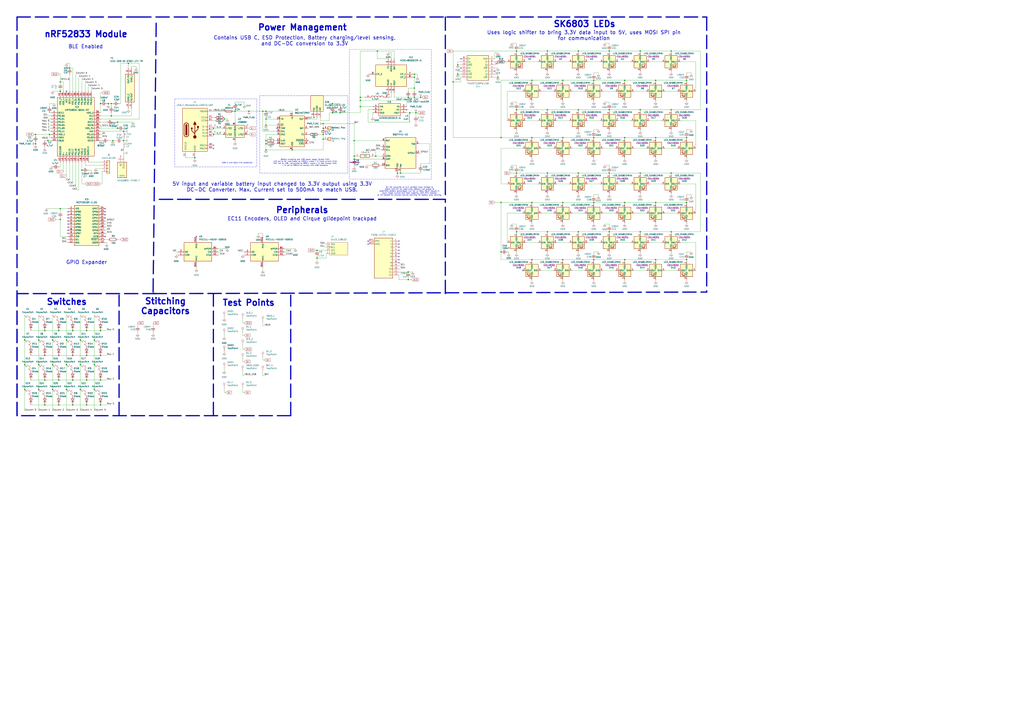
<source format=kicad_sch>
(kicad_sch (version 20231120) (generator "eeschema") (generator_version "8.0")
  (paper "A1")
  (junction (at 96.52 100.33))
  (junction (at 336.55 92.71))
  (junction (at 500.38 142.24))
  (junction (at 449.58 90.17))
  (junction (at 538.48 166.37))
  (junction (at 563.88 213.36))
  (junction (at 449.58 142.24))
  (junction (at 66.04 320.04))
  (junction (at 49.53 74.93))
  (junction (at 82.55 292.1))
  (junction (at 563.88 113.03))
  (junction (at 424.18 90.17))
  (junction (at 59.69 292.1))
  (junction (at 513.08 113.03))
  (junction (at 88.9 85.09))
  (junction (at 265.43 105.41))
  (junction (at 551.18 90.17))
  (junction (at 340.36 80.01))
  (junction (at 48.26 332.74))
  (junction (at 96.52 105.41))
  (junction (at 538.48 66.04))
  (junction (at 500.38 41.91))
  (junction (at 525.78 41.91))
  (junction (at 411.48 113.03))
  (junction (at 375.92 60.96))
  (junction (at 408.94 63.5))
  (junction (at 59.69 271.78))
  (junction (at 525.78 142.24))
  (junction (at 538.48 113.03))
  (junction (at 551.18 142.24))
  (junction (at 31.75 299.72))
  (junction (at 487.68 113.03))
  (junction (at 20.32 320.04))
  (junction (at 29.21 110.49))
  (junction (at 328.93 142.24))
  (junction (at 71.12 292.1))
  (junction (at 474.98 190.5))
  (junction (at 20.32 279.4))
  (junction (at 91.44 95.25))
  (junction (at 82.55 85.09))
  (junction (at 487.68 213.36))
  (junction (at 424.18 190.5))
  (junction (at 265.43 110.49))
  (junction (at 436.88 166.37))
  (junction (at 265.43 101.6))
  (junction (at 54.61 320.04))
  (junction (at 77.47 320.04))
  (junction (at 20.32 299.72))
  (junction (at 335.28 223.52))
  (junction (at 215.9 91.44))
  (junction (at 240.03 123.19))
  (junction (at 101.6 107.95))
  (junction (at 175.26 110.49))
  (junction (at 91.44 85.09))
  (junction (at 204.47 91.44))
  (junction (at 82.55 312.42))
  (junction (at 67.31 139.7))
  (junction (at 48.26 312.42))
  (junction (at 295.91 87.63))
  (junction (at 335.28 229.87))
  (junction (at 160.02 129.54))
  (junction (at 424.18 142.24))
  (junction (at 48.26 271.78))
  (junction (at 218.44 123.19))
  (junction (at 449.58 41.91))
  (junction (at 462.28 66.04))
  (junction (at 31.75 320.04))
  (junction (at 49.53 171.45))
  (junction (at 218.44 102.87))
  (junction (at 436.88 213.36))
  (junction (at 82.55 332.74))
  (junction (at 43.18 320.04))
  (junction (at 105.41 52.07))
  (junction (at 218.44 97.79))
  (junction (at 462.28 213.36))
  (junction (at 411.48 207.01))
  (junction (at 71.12 271.78))
  (junction (at 36.83 312.42))
  (junction (at 513.08 213.36))
  (junction (at 218.44 115.57))
  (junction (at 372.11 67.31))
  (junction (at 538.48 213.36))
  (junction (at 308.61 128.27))
  (junction (at 563.88 166.37))
  (junction (at 513.08 166.37))
  (junction (at 474.98 90.17))
  (junction (at 43.18 279.4))
  (junction (at 462.28 166.37))
  (junction (at 500.38 190.5))
  (junction (at 48.26 292.1))
  (junction (at 487.68 66.04))
  (junction (at 551.18 190.5))
  (junction (at 31.75 279.4))
  (junction (at 340.36 60.96))
  (junction (at 424.18 41.91))
  (junction (at 341.63 92.71))
  (junction (at 29.21 118.11))
  (junction (at 49.53 180.34))
  (junction (at 260.35 205.74))
  (junction (at 71.12 312.42))
  (junction (at 290.83 115.57))
  (junction (at 77.47 279.4))
  (junction (at 54.61 279.4))
  (junction (at 563.88 66.04))
  (junction (at 66.04 299.72))
  (junction (at 345.44 80.01))
  (junction (at 525.78 90.17))
  (junction (at 39.37 115.57))
  (junction (at 36.83 332.74))
  (junction (at 184.15 97.79))
  (junction (at 273.05 92.71))
  (junction (at 436.88 66.04))
  (junction (at 487.68 166.37))
  (junction (at 449.58 190.5))
  (junction (at 101.6 115.57))
  (junction (at 43.18 299.72))
  (junction (at 295.91 80.01))
  (junction (at 54.61 299.72))
  (junction (at 474.98 41.91))
  (junction (at 290.83 128.27))
  (junction (at 309.88 41.91))
  (junction (at 49.53 67.31))
  (junction (at 218.44 91.44))
  (junction (at 66.04 279.4))
  (junction (at 500.38 90.17))
  (junction (at 260.35 212.09))
  (junction (at 59.69 332.74))
  (junction (at 77.47 299.72))
  (junction (at 513.08 66.04))
  (junction (at 462.28 113.03))
  (junction (at 92.71 115.57))
  (junction (at 57.15 55.88))
  (junction (at 40.64 110.49))
  (junction (at 71.12 332.74))
  (junction (at 279.4 92.71))
  (junction (at 340.36 72.39))
  (junction (at 265.43 114.3))
  (junction (at 551.18 41.91))
  (junction (at 335.28 80.01))
  (junction (at 295.91 82.55))
  (junction (at 290.83 130.81))
  (junction (at 175.26 105.41))
  (junction (at 474.98 142.24))
  (junction (at 273.05 85.09))
  (junction (at 36.83 292.1))
  (junction (at 436.88 113.03))
  (junction (at 375.92 53.34))
  (junction (at 326.39 142.24))
  (junction (at 193.04 91.44))
  (junction (at 411.48 166.37))
  (junction (at 59.69 312.42))
  (junction (at 340.36 63.5))
  (junction (at 218.44 118.11))
  (junction (at 82.55 271.78))
  (junction (at 525.78 190.5))
  (junction (at 36.83 271.78))
  (no_connect (at 161.29 194.31))
  (no_connect (at 327.66 200.66))
  (no_connect (at 86.36 173.99))
  (no_connect (at 86.36 179.07))
  (no_connect (at 55.88 191.77))
  (no_connect (at 86.36 171.45))
  (no_connect (at 227.33 105.41))
  (no_connect (at 429.26 222.25))
  (no_connect (at 86.36 176.53))
  (no_connect (at 252.73 115.57))
  (no_connect (at 327.66 205.74))
  (no_connect (at 327.66 208.28))
  (no_connect (at 327.66 215.9))
  (no_connect (at 55.88 179.07))
  (no_connect (at 55.88 176.53))
  (no_connect (at 86.36 194.31))
  (no_connect (at 378.46 48.26))
  (no_connect (at 406.4 58.42))
  (no_connect (at 55.88 173.99))
  (no_connect (at 175.26 121.92))
  (no_connect (at 55.88 189.23))
  (no_connect (at 55.88 184.15))
  (no_connect (at 327.66 213.36))
  (no_connect (at 55.88 181.61))
  (no_connect (at 302.26 198.12))
  (no_connect (at 175.26 119.38))
  (no_connect (at 378.46 55.88))
  (no_connect (at 327.66 203.2))
  (no_connect (at 302.26 200.66))
  (no_connect (at 327.66 198.12))
  (no_connect (at 55.88 186.69))
  (no_connect (at 54.61 74.93))
  (no_connect (at 327.66 210.82))
  (wire (pts (xy 82.55 113.03) (xy 83.82 113.03)))
  (wire (pts (xy 59.69 55.88) (xy 59.69 74.93)))
  (wire (pts (xy 184.15 274.32) (xy 184.15 276.86)))
  (wire (pts (xy 496.57 135.89) (xy 500.38 135.89)))
  (wire (pts (xy 436.88 113.03) (xy 411.48 113.03)))
  (wire (pts (xy 49.53 194.31) (xy 49.53 180.34)))
  (wire (pts (xy 184.15 318.77) (xy 184.15 322.58)))
  (wire (pts (xy 480.06 175.26) (xy 469.9 175.26)))
  (wire (pts (xy 474.98 90.17) (xy 474.98 91.44)))
  (wire (pts (xy 406.4 43.18) (xy 406.4 48.26)))
  (wire (pts (xy 424.18 41.91) (xy 424.18 43.18)))
  (wire (pts (xy 96.52 100.33) (xy 109.22 100.33)))
  (wire (pts (xy 36.83 332.74) (xy 48.26 332.74)))
  (wire (pts (xy 82.55 292.1) (xy 87.63 292.1)))
  (wire (pts (xy 321.31 76.2) (xy 321.31 80.01)))
  (wire (pts (xy 436.88 166.37) (xy 436.88 167.64)))
  (wire (pts (xy 436.88 130.81) (xy 436.88 129.54)))
  (wire (pts (xy 558.8 199.39) (xy 571.5 199.39)))
  (wire (pts (xy 25.4 312.42) (xy 36.83 312.42)))
  (wire (pts (xy 505.46 74.93) (xy 495.3 74.93)))
  (wire (pts (xy 86.36 191.77) (xy 87.63 191.77)))
  (wire (pts (xy 270.51 92.71) (xy 270.51 99.06)))
  (wire (pts (xy 444.5 121.92) (xy 454.66 121.92)))
  (wire (pts (xy 500.38 135.89) (xy 500.38 137.16)))
  (wire (pts (xy 334.01 92.71) (xy 336.55 92.71)))
  (wire (pts (xy 326.39 143.51) (xy 326.39 142.24)))
  (wire (pts (xy 525.78 41.91) (xy 525.78 43.18)))
  (wire (pts (xy 193.04 83.82) (xy 193.04 85.09)))
  (wire (pts (xy 82.55 110.49) (xy 83.82 110.49)))
  (wire (pts (xy 417.83 207.01) (xy 416.56 207.01)))
  (wire (pts (xy 240.03 123.19) (xy 265.43 123.19)))
  (wire (pts (xy 77.47 299.72) (xy 77.47 320.04)))
  (wire (pts (xy 556.26 121.92) (xy 546.1 121.92)))
  (wire (pts (xy 67.31 151.13) (xy 67.31 139.7)))
  (wire (pts (xy 184.15 96.52) (xy 184.15 97.79)))
  (wire (pts (xy 487.68 59.69) (xy 487.68 60.96)))
  (wire (pts (xy 375.92 53.34) (xy 378.46 53.34)))
  (wire (pts (xy 96.52 196.85) (xy 99.06 196.85)))
  (wire (pts (xy 199.39 209.55) (xy 200.66 209.55)))
  (wire (pts (xy 575.31 142.24) (xy 575.31 190.5)))
  (wire (pts (xy 107.95 54.61) (xy 107.95 55.88)))
  (wire (pts (xy 551.18 41.91) (xy 575.31 41.91)))
  (wire (pts (xy 431.8 99.06) (xy 441.96 99.06)))
  (wire (pts (xy 571.5 199.39) (xy 571.5 222.25)))
  (wire (pts (xy 558.8 50.8) (xy 571.5 50.8)))
  (wire (pts (xy 48.26 312.42) (xy 59.69 312.42)))
  (wire (pts (xy 408.94 55.88) (xy 406.4 55.88)))
  (wire (pts (xy 538.48 231.14) (xy 538.48 229.87)))
  (wire (pts (xy 199.39 207.01) (xy 200.66 207.01)))
  (wire (pts (xy 411.48 207.01) (xy 411.48 213.36)))
  (wire (pts (xy 180.34 207.01) (xy 179.07 207.01)))
  (wire (pts (xy 508 50.8) (xy 518.16 50.8)))
  (wire (pts (xy 52.07 67.31) (xy 52.07 74.93)))
  (wire (pts (xy 513.08 231.14) (xy 513.08 229.87)))
  (wire (pts (xy 57.15 148.59) (xy 57.15 133.35)))
  (wire (pts (xy 533.4 50.8) (xy 543.56 50.8)))
  (wire (pts (xy 525.78 41.91) (xy 551.18 41.91)))
  (wire (pts (xy 335.28 229.87) (xy 327.66 229.87)))
  (wire (pts (xy 318.77 43.18) (xy 321.31 43.18)))
  (wire (pts (xy 27.94 110.49) (xy 29.21 110.49)))
  (wire (pts (xy 353.06 134.62) (xy 353.06 118.11)))
  (wire (pts (xy 424.18 184.15) (xy 424.18 185.42)))
  (wire (pts (xy 571.5 99.06) (xy 571.5 121.92)))
  (wire (pts (xy 295.91 87.63) (xy 295.91 82.55)))
  (wire (pts (xy 487.68 160.02) (xy 487.68 161.29)))
  (wire (pts (xy 212.09 191.77) (xy 212.09 193.04)))
  (wire (pts (xy 82.55 271.78) (xy 87.63 271.78)))
  (wire (pts (xy 290.83 137.16) (xy 290.83 135.89)))
  (wire (pts (xy 215.9 295.91) (xy 217.17 295.91)))
  (wire (pts (xy 39.37 114.3) (xy 39.37 115.57)))
  (wire (pts (xy 88.9 85.09) (xy 91.44 85.09)))
  (wire (pts (xy 525.78 190.5) (xy 525.78 191.77)))
  (wire (pts (xy 567.69 207.01) (xy 563.88 207.01)))
  (wire (pts (xy 290.83 115.57) (xy 290.83 128.27)))
  (wire (pts (xy 101.6 105.41) (xy 101.6 107.95)))
  (wire (pts (xy 462.28 213.36) (xy 462.28 214.63)))
  (wire (pts (xy 273.05 87.63) (xy 273.05 85.09)))
  (wire (pts (xy 491.49 160.02) (xy 487.68 160.02)))
  (wire (pts (xy 424.18 107.95) (xy 424.18 106.68)))
  (wire (pts (xy 563.88 231.14) (xy 563.88 229.87)))
  (wire (pts (xy 563.88 160.02) (xy 563.88 161.29)))
  (polyline (pts (xy 238.76 341.63) (xy 238.76 242.57)) (stroke (width 1) (type dash)))
  (wire (pts (xy 538.48 213.36) (xy 538.48 214.63)))
  (wire (pts (xy 420.37 35.56) (xy 424.18 35.56)))
  (wire (pts (xy 91.44 95.25) (xy 107.95 95.25)))
  (wire (pts (xy 67.31 133.35) (xy 67.31 139.7)))
  (wire (pts (xy 186.69 204.47) (xy 179.07 204.47)))
  (wire (pts (xy 449.58 90.17) (xy 474.98 90.17)))
  (wire (pts (xy 334.01 82.55) (xy 334.01 87.63)))
  (wire (pts (xy 40.64 105.41) (xy 41.91 105.41)))
  (wire (pts (xy 375.92 60.96) (xy 378.46 60.96)))
  (wire (pts (xy 54.61 279.4) (xy 54.61 299.72)))
  (wire (pts (xy 408.94 43.18) (xy 406.4 43.18)))
  (wire (pts (xy 218.44 102.87) (xy 227.33 102.87)))
  (wire (pts (xy 40.64 92.71) (xy 41.91 92.71)))
  (wire (pts (xy 344.17 118.11) (xy 353.06 118.11)))
  (wire (pts (xy 262.89 99.06) (xy 270.51 99.06)))
  (wire (pts (xy 295.91 41.91) (xy 295.91 80.01)))
  (wire (pts (xy 533.4 99.06) (xy 543.56 99.06)))
  (wire (pts (xy 260.35 205.74) (xy 267.97 205.74)))
  (wire (pts (xy 474.98 59.69) (xy 474.98 58.42)))
  (wire (pts (xy 36.83 292.1) (xy 48.26 292.1)))
  (wire (pts (xy 424.18 135.89) (xy 424.18 137.16)))
  (wire (pts (xy 424.18 142.24) (xy 449.58 142.24)))
  (wire (pts (xy 254 118.11) (xy 252.73 118.11)))
  (wire (pts (xy 487.68 207.01) (xy 487.68 208.28)))
  (wire (pts (xy 487.68 166.37) (xy 462.28 166.37)))
  (wire (pts (xy 105.41 52.07) (xy 114.3 52.07)))
  (wire (pts (xy 218.44 118.11) (xy 218.44 123.19)))
  (wire (pts (xy 234.95 207.01) (xy 233.68 207.01)))
  (wire (pts (xy 193.04 91.44) (xy 193.04 100.33)))
  (wire (pts (xy 323.85 80.01) (xy 323.85 76.2)))
  (wire (pts (xy 290.83 101.6) (xy 290.83 115.57)))
  (wire (pts (xy 77.47 279.4) (xy 77.47 299.72)))
  (wire (pts (xy 538.48 83.82) (xy 538.48 82.55)))
  (wire (pts (xy 340.36 63.5) (xy 340.36 60.96)))
  (wire (pts (xy 487.68 213.36) (xy 513.08 213.36)))
  (wire (pts (xy 86.36 199.39) (xy 87.63 199.39)))
  (wire (pts (xy 295.91 87.63) (xy 306.07 87.63)))
  (wire (pts (xy 323.85 80.01) (xy 335.28 80.01)))
  (wire (pts (xy 491.49 106.68) (xy 487.68 106.68)))
  (wire (pts (xy 67.31 66.04) (xy 67.31 74.93)))
  (wire (pts (xy 254 105.41) (xy 252.73 105.41)))
  (wire (pts (xy 86.36 196.85) (xy 88.9 196.85)))
  (wire (pts (xy 551.18 59.69) (xy 551.18 58.42)))
  (wire (pts (xy 87.63 85.09) (xy 88.9 85.09)))
  (wire (pts (xy 43.18 320.04) (xy 43.18 337.82)))
  (wire (pts (xy 321.31 80.01) (xy 320.04 80.01)))
  (wire (pts (xy 525.78 107.95) (xy 525.78 106.68)))
  (wire (pts (xy 66.04 259.08) (xy 66.04 279.4)))
  (wire (pts (xy 62.23 60.96) (xy 62.23 74.93)))
  (wire (pts (xy 530.86 121.92) (xy 520.7 121.92)))
  (wire (pts (xy 525.78 208.28) (xy 525.78 207.01)))
  (wire (pts (xy 43.18 299.72) (xy 43.18 320.04)))
  (wire (pts (xy 240.03 91.44) (xy 240.03 92.71)))
  (wire (pts (xy 340.36 72.39) (xy 340.36 74.93)))
  (wire (pts (xy 215.9 107.95) (xy 227.33 107.95)))
  (wire (pts (xy 487.68 113.03) (xy 462.28 113.03)))
  (wire (pts (xy 500.38 208.28) (xy 500.38 207.01)))
  (polyline (pts (xy 580.39 13.97) (xy 580.39 240.03)) (stroke (width 1) (type dash)))
  (wire (pts (xy 260.35 214.63) (xy 260.35 212.09)))
  (wire (pts (xy 218.44 110.49) (xy 218.44 115.57)))
  (wire (pts (xy 49.53 67.31) (xy 52.07 67.31)))
  (wire (pts (xy 82.55 100.33) (xy 87.63 100.33)))
  (wire (pts (xy 411.48 213.36) (xy 436.88 213.36)))
  (polyline (pts (xy 13.97 13.97) (xy 13.97 241.3)) (stroke (width 1) (type dash)))
  (wire (pts (xy 302.26 100.33) (xy 336.55 100.33)))
  (wire (pts (xy 563.88 207.01) (xy 563.88 208.28)))
  (wire (pts (xy 113.03 273.05) (xy 113.03 274.32)))
  (wire (pts (xy 491.49 207.01) (xy 487.68 207.01)))
  (wire (pts (xy 449.58 142.24) (xy 474.98 142.24)))
  (wire (pts (xy 40.64 85.09) (xy 40.64 87.63)))
  (wire (pts (xy 525.78 142.24) (xy 551.18 142.24)))
  (wire (pts (xy 513.08 213.36) (xy 513.08 214.63)))
  (wire (pts (xy 215.9 219.71) (xy 215.9 222.25)))
  (wire (pts (xy 513.08 113.03) (xy 513.08 114.3)))
  (wire (pts (xy 175.26 105.41) (xy 175.26 106.68)))
  (wire (pts (xy 74.93 139.7) (xy 72.39 139.7)))
  (wire (pts (xy 530.86 74.93) (xy 520.7 74.93)))
  (polyline (pts (xy 130.81 163.83) (xy 365.76 163.83)) (stroke (width 1) (type dash)))
  (wire (pts (xy 82.55 104.14) (xy 82.55 102.87)))
  (wire (pts (xy 372.11 41.91) (xy 424.18 41.91)))
  (wire (pts (xy 500.38 190.5) (xy 525.78 190.5)))
  (wire (pts (xy 563.88 166.37) (xy 538.48 166.37)))
  (wire (pts (xy 49.53 180.34) (xy 49.53 179.07)))
  (wire (pts (xy 279.4 85.09) (xy 279.4 87.63)))
  (wire (pts (xy 54.61 320.04) (xy 54.61 337.82)))
  (wire (pts (xy 340.36 63.5) (xy 339.09 63.5)))
  (wire (pts (xy 78.74 138.43) (xy 83.82 138.43)))
  (wire (pts (xy 375.92 58.42) (xy 378.46 58.42)))
  (wire (pts (xy 449.58 41.91) (xy 449.58 43.18)))
  (wire (pts (xy 449.58 41.91) (xy 474.98 41.91)))
  (wire (pts (xy 49.53 67.31) (xy 49.53 68.58)))
  (wire (pts (xy 500.38 142.24) (xy 525.78 142.24)))
  (wire (pts (xy 556.26 222.25) (xy 546.1 222.25)))
  (wire (pts (xy 266.7 203.2) (xy 267.97 203.2)))
  (wire (pts (xy 462.28 166.37) (xy 462.28 167.64)))
  (wire (pts (xy 563.88 184.15) (xy 563.88 182.88)))
  (wire (pts (xy 487.68 83.82) (xy 487.68 82.55)))
  (wire (pts (xy 500.38 160.02) (xy 500.38 158.75)))
  (wire (pts (xy 500.38 59.69) (xy 500.38 58.42)))
  (wire (pts (xy 184.15 302.26) (xy 184.15 304.8)))
  (wire (pts (xy 218.44 115.57) (xy 218.44 118.11)))
  (wire (pts (xy 215.9 191.77) (xy 212.09 191.77)))
  (wire (pts (xy 563.88 213.36) (xy 563.88 214.63)))
  (wire (pts (xy 290.83 130.81) (xy 313.69 130.81)))
  (wire (pts (xy 88.9 115.57) (xy 92.71 115.57)))
  (wire (pts (xy 372.11 67.31) (xy 372.11 113.03)))
  (wire (pts (xy 335.28 223.52) (xy 339.09 223.52)))
  (wire (pts (xy 226.06 115.57) (xy 227.33 115.57)))
  (wire (pts (xy 326.39 140.97) (xy 326.39 142.24)))
  (wire (pts (xy 567.69 59.69) (xy 567.69 60.96)))
  (wire (pts (xy 295.91 82.55) (xy 334.01 82.55)))
  (wire (pts (xy 530.86 222.25) (xy 520.7 222.25)))
  (wire (pts (xy 182.88 110.49) (xy 175.26 110.49)))
  (wire (pts (xy 25.4 332.74) (xy 36.83 332.74)))
  (wire (pts (xy 259.08 205.74) (xy 260.35 205.74)))
  (wire (pts (xy 551.18 142.24) (xy 551.18 143.51)))
  (wire (pts (xy 204.47 91.44) (xy 215.9 91.44)))
  (wire (pts (xy 199.39 265.43) (xy 200.66 265.43)))
  (wire (pts (xy 345.44 140.97) (xy 345.44 142.24)))
  (wire (pts (xy 474.98 190.5) (xy 500.38 190.5)))
  (wire (pts (xy 436.88 184.15) (xy 436.88 182.88)))
  (wire (pts (xy 31.75 320.04) (xy 31.75 337.82)))
  (wire (pts (xy 482.6 50.8) (xy 492.76 50.8)))
  (wire (pts (xy 462.28 166.37) (xy 436.88 166.37)))
  (wire (pts (xy 575.31 41.91) (xy 575.31 90.17)))
  (wire (pts (xy 111.76 54.61) (xy 111.76 55.88)))
  (wire (pts (xy 199.39 261.62) (xy 199.39 265.43)))
  (wire (pts (xy 538.48 113.03) (xy 538.48 114.3)))
  (wire (pts (xy 538.48 166.37) (xy 513.08 166.37)))
  (wire (pts (xy 49.53 133.35) (xy 49.53 137.16)))
  (wire (pts (xy 29.21 111.76) (xy 29.21 110.49)))
  (wire (pts (xy 31.75 299.72) (xy 31.75 320.04)))
  (wire (pts (xy 436.88 66.04) (xy 411.48 66.04)))
  (wire (pts (xy 199.39 287.02) (xy 200.66 287.02)))
  (wire (pts (xy 411.48 166.37) (xy 411.48 207.01)))
  (wire (pts (xy 551.18 142.24) (xy 575.31 142.24)))
  (wire (pts (xy 411.48 151.13) (xy 416.56 151.13)))
  (wire (pts (xy 372.11 41.91) (xy 372.11 67.31)))
  (wire (pts (xy 424.18 142.24) (xy 424.18 143.51)))
  (wire (pts (xy 500.38 142.24) (xy 500.38 143.51)))
  (wire (pts (xy 101.6 115.57) (xy 101.6 116.84)))
  (wire (pts (xy 327.66 220.98) (xy 328.93 220.98)))
  (wire (pts (xy 215.9 194.31) (xy 215.9 191.77)))
  (wire (pts (xy 474.98 160.02) (xy 474.98 158.75)))
  (wire (pts (xy 313.69 120.65) (xy 312.42 120.65)))
  (wire (pts (xy 20.32 279.4) (xy 20.32 299.72)))
  (wire (pts (xy 335.28 72.39) (xy 340.36 72.39)))
  (wire (pts (xy 295.91 41.91) (xy 309.88 41.91)))
  (wire (pts (xy 199.39 283.21) (xy 199.39 287.02)))
  (wire (pts (xy 20.32 299.72) (xy 20.32 320.04)))
  (wire (pts (xy 500.38 35.56) (xy 500.38 36.83)))
  (wire (pts (xy 411.48 121.92) (xy 411.48 151.13)))
  (wire (pts (xy 496.57 35.56) (xy 500.38 35.56)))
  (wire (pts (xy 82.55 76.2) (xy 83.82 76.2)))
  (wire (pts (xy 457.2 50.8) (xy 467.36 50.8)))
  (wire (pts (xy 533.4 199.39) (xy 543.56 199.39)))
  (wire (pts (xy 218.44 91.44) (xy 240.03 91.44)))
  (wire (pts (xy 525.78 142.24) (xy 525.78 143.51)))
  (wire (pts (xy 71.12 332.74) (xy 82.55 332.74)))
  (wire (pts (xy 31.75 259.08) (xy 31.75 279.4)))
  (wire (pts (xy 551.18 208.28) (xy 551.18 207.01)))
  (wire (pts (xy 267.97 208.28) (xy 267.97 212.09)))
  (wire (pts (xy 551.18 190.5) (xy 551.18 191.77)))
  (polyline (pts (xy 125.73 241.3) (xy 580.39 240.03)) (stroke (width 1) (type dash)))
  (wire (pts (xy 82.55 107.95) (xy 101.6 107.95)))
  (wire (pts (xy 86.36 189.23) (xy 87.63 189.23)))
  (wire (pts (xy 474.98 107.95) (xy 474.98 106.68)))
  (wire (pts (xy 341.63 92.71) (xy 342.9 92.71)))
  (wire (pts (xy 551.18 90.17) (xy 551.18 91.44)))
  (wire (pts (xy 82.55 115.57) (xy 83.82 115.57)))
  (wire (pts (xy 144.78 209.55) (xy 146.05 209.55)))
  (wire (pts (xy 474.98 208.28) (xy 474.98 207.01)))
  (wire (pts (xy 556.26 74.93) (xy 546.1 74.93)))
  (wire (pts (xy 341.63 95.25) (xy 341.63 92.71)))
  (wire (pts (xy 335.28 72.39) (xy 335.28 74.93)))
  (wire (pts (xy 62.23 153.67) (xy 62.23 133.35)))
  (wire (pts (xy 273.05 92.71) (xy 279.4 92.71)))
  (wire (pts (xy 41.91 113.03) (xy 40.64 113.03)))
  (wire (pts (xy 48.26 271.78) (xy 59.69 271.78)))
  (wire (pts (xy 335.28 229.87) (xy 337.82 229.87)))
  (wire (pts (xy 40.64 100.33) (xy 41.91 100.33)))
  (wire (pts (xy 335.28 80.01) (xy 340.36 80.01)))
  (wire (pts (xy 417.83 208.28) (xy 417.83 207.01)))
  (wire (pts (xy 199.39 294.64) (xy 199.39 297.18)))
  (wire (pts (xy 290.83 130.81) (xy 290.83 128.27)))
  (wire (pts (xy 279.4 92.71) (xy 295.91 92.71)))
  (wire (pts (xy 436.88 83.82) (xy 436.88 82.55)))
  (wire (pts (xy 101.6 107.95) (xy 101.6 109.22)))
  (wire (pts (xy 199.39 322.58) (xy 200.66 322.58)))
  (wire (pts (xy 500.38 107.95) (xy 500.38 106.68)))
  (wire (pts (xy 480.06 222.25) (xy 469.9 222.25)))
  (wire (pts (xy 69.85 133.35) (xy 69.85 135.89)))
  (wire (pts (xy 508 199.39) (xy 518.16 199.39)))
  (wire (pts (xy 563.88 66.04) (xy 563.88 67.31)))
  (wire (pts (xy 82.55 104.14) (xy 83.82 104.14)))
  (wire (pts (xy 71.12 292.1) (xy 82.55 292.1)))
  (wire (pts (xy 457.2 151.13) (xy 467.36 151.13)))
  (wire (pts (xy 260.35 212.09) (xy 260.35 210.82)))
  (wire (pts (xy 500.38 83.82) (xy 500.38 85.09)))
  (wire (pts (xy 551.18 160.02) (xy 551.18 158.75)))
  (wire (pts (xy 29.21 119.38) (xy 29.21 118.11)))
  (wire (pts (xy 419.1 142.24) (xy 424.18 142.24)))
  (wire (pts (xy 411.48 166.37) (xy 436.88 166.37)))
  (wire (pts (xy 184.15 97.79) (xy 184.15 99.06)))
  (wire (pts (xy 487.68 66.04) (xy 487.68 67.31)))
  (wire (pts (xy 66.04 320.04) (xy 66.04 337.82)))
  (wire (pts (xy 234.95 209.55) (xy 233.68 209.55)))
  (wire (pts (xy 96.52 100.33) (xy 96.52 105.41)))
  (wire (pts (xy 571.5 50.8) (xy 571.5 74.93)))
  (polyline (pts (xy 365.76 13.97) (xy 365.76 163.83)) (stroke (width 1) (type dash)))
  (wire (pts (xy 567.69 160.02) (xy 567.69 161.29)))
  (polyline (pts (xy 128.27 19.05) (xy 125.73 241.3)) (stroke (width 1) (type dash)))
  (wire (pts (xy 99.06 85.09) (xy 97.79 85.09)))
  (wire (pts (xy 462.28 231.14) (xy 462.28 229.87)))
  (wire (pts (xy 54.61 52.07) (xy 57.15 52.07)))
  (wire (pts (xy 215.9 293.37) (xy 215.9 295.91)))
  (wire (pts (xy 82.55 97.79) (xy 114.3 97.79)))
  (wire (pts (xy 558.8 151.13) (xy 571.5 151.13)))
  (polyline (pts (xy 367.03 13.97) (xy 580.39 13.97)) (stroke (width 1) (type dash)))
  (wire (pts (xy 462.28 113.03) (xy 436.88 113.03)))
  (wire (pts (xy 82.55 85.09) (xy 82.55 92.71)))
  (wire (pts (xy 184.15 322.58) (xy 185.42 322.58)))
  (wire (pts (xy 321.31 43.18) (xy 321.31 48.26)))
  (wire (pts (xy 57.15 60.96) (xy 57.15 74.93)))
  (wire (pts (xy 345.44 134.62) (xy 353.06 134.62)))
  (wire (pts (xy 91.44 92.71) (xy 91.44 95.25)))
  (wire (pts (xy 31.75 279.4) (xy 31.75 299.72)))
  (wire (pts (xy 176.53 99.06) (xy 175.26 99.06)))
  (wire (pts (xy 43.18 259.08) (xy 43.18 279.4)))
  (wire (pts (xy 406.4 60.96) (xy 408.94 60.96)))
  (wire (pts (xy 101.6 114.3) (xy 101.6 115.57)))
  (wire (pts (xy 505.46 175.26) (xy 495.3 175.26)))
  (wire (pts (xy 309.88 48.26) (xy 318.77 48.26)))
  (wire (pts (xy 436.88 213.36) (xy 436.88 214.63)))
  (wire (pts (xy 36.83 271.78) (xy 48.26 271.78)))
  (wire (pts (xy 487.68 106.68) (xy 487.68 107.95)))
  (wire (pts (xy 20.32 320.04) (xy 20.32 337.82)))
  (wire (pts (xy 175.26 110.49) (xy 175.26 111.76)))
  (wire (pts (xy 48.26 332.74) (xy 59.69 332.74)))
  (wire (pts (xy 431.8 50.8) (xy 441.96 50.8)))
  (wire (pts (xy 500.38 41.91) (xy 525.78 41.91)))
  (wire (pts (xy 563.88 166.37) (xy 563.88 167.64)))
  (wire (pts (xy 563.88 106.68) (xy 563.88 107.95)))
  (wire (pts (xy 420.37 135.89) (xy 424.18 135.89)))
  (wire (pts (xy 340.36 80.01) (xy 345.44 80.01)))
  (wire (pts (xy 200.66 83.82) (xy 193.04 83.82)))
  (wire (pts (xy 40.64 102.87) (xy 41.91 102.87)))
  (wire (pts (xy 302.26 90.17) (xy 306.07 90.17)))
  (wire (pts (xy 424.18 90.17) (xy 449.58 90.17)))
  (wire (pts (xy 538.48 184.15) (xy 538.48 182.88)))
  (polyline (pts (xy 365.76 241.3) (xy 365.76 163.83)) (stroke (width 1) (type dash)))
  (wire (pts (xy 265.43 101.6) (xy 290.83 101.6)))
  (wire (pts (xy 556.26 175.26) (xy 546.1 175.26)))
  (wire (pts (xy 538.48 66.04) (xy 513.08 66.04)))
  (wire (pts (xy 55.88 194.31) (xy 49.53 194.31)))
  (wire (pts (xy 563.88 59.69) (xy 563.88 60.96)))
  (wire (pts (xy 242.57 204.47) (xy 233.68 204.47)))
  (wire (pts (xy 487.68 213.36) (xy 487.68 214.63)))
  (wire (pts (xy 375.92 50.8) (xy 375.92 53.34)))
  (wire (pts (xy 199.39 318.77) (xy 199.39 322.58)))
  (wire (pts (xy 113.03 265.43) (xy 113.03 267.97)))
  (wire (pts (xy 474.98 190.5) (xy 474.98 191.77)))
  (wire (pts (xy 40.64 110.49) (xy 41.91 110.49)))
  (wire (pts (xy 415.29 50.8) (xy 416.56 50.8)))
  (wire (pts (xy 491.49 59.69) (xy 487.68 59.69)))
  (wire (pts (xy 454.66 74.93) (xy 444.5 74.93)))
  (wire (pts (xy 36.83 115.57) (xy 39.37 115.57)))
  (wire (pts (xy 48.26 60.96) (xy 49.53 60.96)))
  (wire (pts (xy 436.88 113.03) (xy 436.88 114.3)))
  (wire (pts (xy 125.73 265.43) (xy 125.73 267.97)))
  (wire (pts (xy 49.53 137.16) (xy 48.26 137.16)))
  (wire (pts (xy 525.78 160.02) (xy 525.78 158.75)))
  (wire (pts (xy 290.83 115.57) (xy 313.69 115.57)))
  (wire (pts (xy 59.69 312.42) (xy 71.12 312.42)))
  (wire (pts (xy 74.93 73.66) (xy 74.93 74.93)))
  (wire (pts (xy 341.63 100.33) (xy 341.63 101.6)))
  (wire (pts (xy 323.85 48.26) (xy 323.85 41.91)))
  (wire (pts (xy 525.78 90.17) (xy 551.18 90.17)))
  (wire (pts (xy 152.4 129.54) (xy 160.02 129.54)))
  (wire (pts (xy 462.28 130.81) (xy 462.28 129.54)))
  (wire (pts (xy 457.2 99.06) (xy 467.36 99.06)))
  (wire (pts (xy 87.63 199.39) (xy 87.63 200.66)))
  (wire (pts (xy 513.08 213.36) (xy 538.48 213.36)))
  (wire (pts (xy 54.61 199.39) (xy 55.88 199.39)))
  (wire (pts (xy 64.77 156.21) (xy 64.77 133.35)))
  (wire (pts (xy 175.26 109.22) (xy 175.26 110.49)))
  (wire (pts (xy 57.15 52.07) (xy 57.15 55.88)))
  (wire (pts (xy 59.69 271.78) (xy 71.12 271.78)))
  (wire (pts (xy 424.18 35.56) (xy 424.18 36.83)))
  (wire (pts (xy 538.48 166.37) (xy 538.48 167.64)))
  (wire (pts (xy 480.06 121.92) (xy 469.9 121.92)))
  (wire (pts (xy 474.98 142.24) (xy 474.98 143.51)))
  (wire (pts (xy 45.72 180.34) (xy 49.53 180.34)))
  (wire (pts (xy 43.18 279.4) (xy 43.18 299.72)))
  (wire (pts (xy 295.91 80.01) (xy 295.91 82.55)))
  (wire (pts (xy 457.2 199.39) (xy 467.36 199.39)))
  (wire (pts (xy 406.4 63.5) (xy 408.94 63.5)))
  (wire (pts (xy 36.83 312.42) (xy 48.26 312.42)))
  (wire (pts (xy 82.55 312.42) (xy 87.63 312.42)))
  (wire (pts (xy 29.21 110.49) (xy 40.64 110.49)))
  (wire (pts (xy 180.34 209.55) (xy 179.07 209.55)))
  (wire (pts (xy 340.36 60.96) (xy 342.9 60.96)))
  (wire (pts (xy 49.53 60.96) (xy 49.53 67.31)))
  (wire (pts (xy 44.45 85.09) (xy 40.64 85.09)))
  (wire (pts (xy 462.28 66.04) (xy 436.88 66.04)))
  (wire (pts (xy 99.06 52.07) (xy 99.06 85.09)))
  (wire (pts (xy 344.17 125.73) (xy 345.44 125.73)))
  (polyline (pts (xy 13.97 13.97) (xy 113.03 13.97)) (stroke (width 1) (type dash)))
  (wire (pts (xy 496.57 184.15) (xy 500.38 184.15)))
  (wire (pts (xy 105.41 88.9) (xy 105.41 90.17)))
  (wire (pts (xy 77.47 259.08) (xy 77.47 279.4)))
  (wire (pts (xy 48.26 292.1) (xy 59.69 292.1)))
  (wire (pts (xy 69.85 151.13) (xy 67.31 151.13)))
  (wire (pts (xy 59.69 151.13) (xy 59.69 133.35)))
  (wire (pts (xy 345.44 135.89) (xy 345.44 134.62)))
  (wire (pts (xy 71.12 312.42) (xy 82.55 312.42)))
  (wire (pts (xy 182.88 105.41) (xy 175.26 105.41)))
  (wire (pts (xy 266.7 200.66) (xy 267.97 200.66)))
  (wire (pts (xy 571.5 151.13) (xy 571.5 175.26)))
  (wire (pts (xy 328.93 142.24) (xy 345.44 142.24)))
  (wire (pts (xy 462.28 213.36) (xy 487.68 213.36)))
  (wire (pts (xy 424.18 59.69) (xy 424.18 58.42)))
  (wire (pts (xy 176.53 96.52) (xy 175.26 96.52)))
  (wire (pts (xy 64.77 63.5) (xy 64.77 74.93)))
  (wire (pts (xy 54.61 299.72) (xy 54.61 320.04)))
  (wire (pts (xy 88.9 85.09) (xy 88.9 86.36)))
  (wire (pts (xy 424.18 90.17) (xy 424.18 91.44)))
  (wire (pts (xy 184.15 260.35) (xy 184.15 261.62)))
  (wire (pts (xy 496.57 83.82) (xy 500.38 83.82)))
  (wire (pts (xy 309.88 41.91) (xy 323.85 41.91)))
  (wire (pts (xy 309.88 41.91) (xy 309.88 48.26)))
  (wire (pts (xy 513.08 83.82) (xy 513.08 82.55)))
  (wire (pts (xy 327.66 229.87) (xy 327.66 226.06)))
  (wire (pts (xy 218.44 96.52) (xy 218.44 97.79)))
  (wire (pts (xy 474.98 90.17) (xy 500.38 90.17)))
  (wire (pts (xy 199.39 273.05) (xy 199.39 275.59)))
  (wire (pts (xy 480.06 74.93) (xy 469.9 74.93)))
  (wire (pts (xy 270.51 85.09) (xy 273.05 85.09)))
  (wire (pts (xy 454.66 175.26) (xy 444.5 175.26)))
  (wire (pts (xy 306.07 92.71) (xy 306.07 96.52)))
  (wire (pts (xy 66.04 299.72) (xy 66.04 320.04)))
  (wire (pts (xy 204.47 110.49) (xy 203.2 110.49)))
  (wire (pts (xy 474.98 41.91) (xy 474.98 43.18)))
  (wire (pts (xy 462.28 184.15) (xy 462.28 182.88)))
  (wire (pts (xy 482.6 199.39) (xy 492.76 199.39)))
  (wire (pts (xy 328.93 218.44) (xy 327.66 218.44)))
  (wire (pts (xy 107.95 95.25) (xy 107.95 88.9)))
  (wire (pts (xy 267.97 212.09) (xy 260.35 212.09)))
  (wire (pts (xy 218.44 97.79) (xy 218.44 102.87)))
  (wire (pts (xy 462.28 113.03) (xy 462.28 114.3)))
  (wire (pts (xy 482.6 151.13) (xy 492.76 151.13)))
  (wire (pts (xy 295.91 87.63) (xy 295.91 92.71)))
  (wire (pts (xy 215.9 304.8) (xy 215.9 308.61)))
  (wire (pts (xy 406.4 50.8) (xy 407.67 50.8)))
  (wire (pts (xy 54.61 133.35) (xy 54.61 144.78)))
  (wire (pts (xy 424.18 41.91) (xy 449.58 41.91)))
  (wire (pts (xy 424.18 160.02) (xy 424.18 158.75)))
  (polyline (pts (xy 128.27 241.3) (xy 13.97 241.3)) (stroke (width 1) (type dash)))
  (wire (pts (xy 302.26 100.33) (xy 302.26 90.17)))
  (wire (pts (xy 92.71 85.09) (xy 91.44 85.09)))
  (wire (pts (xy 82.55 151.13) (xy 83.82 151.13)))
  (wire (pts (xy 513.08 166.37) (xy 487.68 166.37)))
  (wire (pts (xy 487.68 231.14) (xy 487.68 229.87)))
  (wire (pts (xy 513.08 166.37) (xy 513.08 167.64)))
  (wire (pts (xy 144.78 207.01) (xy 146.05 207.01)))
  (wire (pts (xy 340.36 60.96) (xy 339.09 60.96)))
  (wire (pts (xy 299.72 80.01) (xy 295.91 80.01)))
  (wire (pts (xy 563.88 113.03) (xy 563.88 114.3)))
  (wire (pts (xy 66.04 279.4) (xy 66.04 299.72)))
  (polyline (pts (xy 113.03 13.97) (xy 365.76 13.97)) (stroke (width 1) (type dash)))
  (wire (pts (xy 308.61 128.27) (xy 308.61 124.46)))
  (wire (pts (xy 40.64 107.95) (xy 41.91 107.95)))
  (wire (pts (xy 487.68 113.03) (xy 487.68 114.3)))
  (wire (pts (xy 54.61 259.08) (xy 54.61 279.4)))
  (wire (pts (xy 82.55 105.41) (xy 96.52 105.41)))
  (wire (pts (xy 462.28 83.82) (xy 462.28 82.55)))
  (wire (pts (xy 161.29 219.71) (xy 161.29 220.98)))
  (wire (pts (xy 500.38 41.91) (xy 500.38 43.18)))
  (wire (pts (xy 420.37 184.15) (xy 424.18 184.15)))
  (wire (pts (xy 346.71 80.01) (xy 345.44 80.01)))
  (wire (pts (xy 500.38 184.15) (xy 500.38 185.42)))
  (wire (pts (xy 184.15 288.29) (xy 184.15 289.56)))
  (wire (pts (xy 254 110.49) (xy 252.73 110.49)))
  (wire (pts (xy 563.88 113.03) (xy 538.48 113.03)))
  (wire (pts (xy 327.66 223.52) (xy 335.28 223.52)))
  (wire (pts (xy 436.88 66.04) (xy 436.88 67.31)))
  (wire (pts (xy 416.56 74.93) (xy 416.56 99.06)))
  (wire (pts (xy 424.18 83.82) (xy 424.18 85.09)))
  (wire (pts (xy 71.12 271.78) (xy 82.55 271.78)))
  (wire (pts (xy 487.68 166.37) (xy 487.68 167.64)))
  (wire (pts (xy 513.08 113.03) (xy 538.48 113.03)))
  (wire (pts (xy 449.58 208.28) (xy 449.58 207.01)))
  (wire (pts (xy 505.46 121.92) (xy 495.3 121.92)))
  (wire (pts (xy 39.37 97.79) (xy 41.91 97.79)))
  (wire (pts (xy 101.6 115.57) (xy 100.33 115.57)))
  (wire (pts (xy 107.95 54.61) (xy 111.76 54.61)))
  (wire (pts (xy 193.04 116.84) (xy 193.04 115.57)))
  (wire (pts (xy 424.18 208.28) (xy 424.18 207.01)))
  (wire (pts (xy 86.36 184.15) (xy 87.63 184.15)))
  (wire (pts (xy 575.31 190.5) (xy 551.18 190.5)))
  (wire (pts (xy 86.36 186.69) (xy 87.63 186.69)))
  (wire (pts (xy 563.88 130.81) (xy 563.88 129.54)))
  (polyline (pts (xy 13.97 341.63) (xy 13.97 241.3)) (stroke (width 1) (type dash)))
  (wire (pts (xy 40.64 113.03) (xy 40.64 110.49)))
  (wire (pts (xy 474.98 142.24) (xy 500.38 142.24)))
  (wire (pts (xy 105.41 52.07) (xy 105.41 55.88)))
  (wire (pts (xy 416.56 74.93) (xy 429.26 74.93)))
  (wire (pts (xy 491.49 160.02) (xy 491.49 161.29)))
  (wire (pts (xy 49.53 171.45) (xy 55.88 171.45)))
  (wire (pts (xy 54.61 196.85) (xy 55.88 196.85)))
  (wire (pts (xy 101.6 121.92) (xy 101.6 128.27)))
  (wire (pts (xy 69.85 68.58) (xy 69.85 74.93)))
  (wire (pts (xy 525.78 59.69) (xy 525.78 58.42)))
  (wire (pts (xy 375.92 50.8) (xy 378.46 50.8)))
  (wire (pts (xy 200.66 83.82) (xy 200.66 86.36)))
  (wire (pts (xy 308.61 128.27) (xy 313.69 128.27)))
  (wire (pts (xy 449.58 142.24) (xy 449.58 143.51)))
  (wire (pts (xy 551.18 41.91) (xy 551.18 43.18)))
  (wire (pts (xy 199.39 275.59) (xy 200.66 275.59)))
  (wire (pts (xy 487.68 184.15) (xy 487.68 182.88)))
  (wire (pts (xy 218.44 123.19) (xy 240.03 123.19)))
  (wire (pts (xy 36.83 121.92) (xy 36.83 120.65)))
  (wire (pts (xy 41.91 137.16) (xy 43.18 137.16)))
  (wire (pts (xy 436.88 231.14) (xy 436.88 229.87)))
  (wire (pts (xy 449.58 160.02) (xy 449.58 158.75)))
  (wire (pts (xy 105.41 52.07) (xy 99.06 52.07)))
  (wire (pts (xy 449.58 190.5) (xy 449.58 191.77)))
  (wire (pts (xy 82.55 332.74) (xy 87.63 332.74)))
  (wire (pts (xy 175.26 104.14) (xy 175.26 105.41)))
  (wire (pts (xy 186.69 97.79) (xy 184.15 97.79)))
  (wire (pts (xy 416.56 175.26) (xy 416.56 199.39)))
  (wire (pts (xy 378.46 67.31) (xy 378.46 63.5)))
  (wire (pts (xy 429.26 121.92) (xy 411.48 121.92)))
  (wire (pts (xy 567.69 59.69) (xy 563.88 59.69)))
  (wire (pts (xy 487.68 66.04) (xy 462.28 66.04)))
  (wire (pts (xy 444.5 222.25) (xy 454.66 222.25)))
  (wire (pts (xy 563.88 66.04) (xy 538.48 66.04)))
  (wire (pts (xy 340.36 63.5) (xy 340.36 72.39)))
  (wire (pts (xy 372.11 67.31) (xy 378.46 67.31)))
  (wire (pts (xy 69.85 135.89) (xy 83.82 135.89)))
  (wire (pts (xy 513.08 130.81) (xy 513.08 129.54)))
  (wire (pts (xy 328.93 140.97) (xy 328.93 142.24)))
  (wire (pts (xy 252.73 97.79) (xy 260.35 97.79)))
  (polyline (pts (xy 97.79 341.63) (xy 97.79 242.57)) (stroke (width 1) (type dash)))
  (wire (pts (xy 408.94 60.96) (xy 408.94 63.5)))
  (wire (pts (xy 25.4 292.1) (xy 36.83 292.1)))
  (wire (pts (xy 193.04 91.44) (xy 204.47 91.44)))
  (wire (pts (xy 77.47 320.04) (xy 77.47 337.82)))
  (wire (pts (xy 505.46 222.25) (xy 495.3 222.25)))
  (wire (pts (xy 530.86 175.26) (xy 520.7 175.26)))
  (wire (pts (xy 449.58 107.95) (xy 449.58 106.68)))
  (wire (pts (xy 411.48 66.04) (xy 411.48 113.03)))
  (wire (pts (xy 265.43 110.49) (xy 261.62 110.49)))
  (wire (pts (xy 199.39 308.61) (xy 200.66 308.61)))
  (wire (pts (xy 424.18 190.5) (xy 424.18 191.77)))
  (wire (pts (xy 406.4 166.37) (xy 411.48 166.37)))
  (wire (pts (xy 25.4 271.78) (xy 36.83 271.78)))
  (wire (pts (xy 193.04 90.17) (xy 193.04 91.44)))
  (wire (pts (xy 300.99 135.89) (xy 304.8 135.89)))
  (wire (pts (xy 487.68 113.03) (xy 513.08 113.03)))
  (wire (pts (xy 215.9 91.44) (xy 218.44 91.44)))
  (wire (pts (xy 74.93 140.97) (xy 74.93 139.7)))
  (polyline (pts (xy 175.26 341.63) (xy 175.26 241.3)) (stroke (width 1) (type dash)))
  (wire (pts (xy 420.37 83.82) (xy 424.18 83.82)))
  (wire (pts (xy 525.78 190.5) (xy 551.18 190.5)))
  (wire (pts (xy 449.58 59.69) (xy 449.58 58.42)))
  (wire (pts (xy 215.9 308.61) (xy 217.17 308.61)))
  (wire (pts (xy 49.53 173.99) (xy 49.53 171.45)))
  (wire (pts (xy 82.55 76.2) (xy 82.55 85.09)))
  (wire (pts (xy 372.11 113.03) (xy 411.48 113.03)))
  (polyline (pts (xy 13.97 341.63) (xy 13.97 241.3)) (stroke (width 1) (type dash)))
  (wire (pts (xy 92.71 100.33) (xy 96.52 100.33)))
  (wire (pts (xy 215.9 264.16) (xy 215.9 267.97)))
  (polyline (pts (xy 238.76 341.63) (xy 13.97 341.63)) (stroke (width 1) (type dash)))
  (wire (pts (xy 436.88 213.36) (xy 462.28 213.36)))
  (wire (pts (xy 558.8 99.06) (xy 571.5 99.06)))
  (wire (pts (xy 525.78 90.17) (xy 525.78 91.44)))
  (wire (pts (xy 39.37 115.57) (xy 41.91 115.57)))
  (wire (pts (xy 431.8 151.13) (xy 441.96 151.13)))
  (wire (pts (xy 567.69 106.68) (xy 563.88 106.68)))
  (wire (pts (xy 125.73 273.05) (xy 125.73 274.32)))
  (wire (pts (xy 575.31 90.17) (xy 551.18 90.17)))
  (wire (pts (xy 218.44 110.49) (xy 227.33 110.49)))
  (wire (pts (xy 538.48 130.81) (xy 538.48 129.54)))
  (wire (pts (xy 260.35 96.52) (xy 260.35 97.79)))
  (wire (pts (xy 226.06 118.11) (xy 227.33 118.11)))
  (wire (pts (xy 449.58 190.5) (xy 474.98 190.5)))
  (wire (pts (xy 57.15 55.88) (xy 59.69 55.88)))
  (wire (pts (xy 474.98 41.91) (xy 500.38 41.91)))
  (wire (pts (xy 487.68 130.81) (xy 487.68 129.54)))
  (wire (pts (xy 513.08 184.15) (xy 513.08 182.88)))
  (wire (pts (xy 563.88 213.36) (xy 538.48 213.36)))
  (wire (pts (xy 563.88 83.82) (xy 563.88 82.55)))
  (wire (pts (xy 424.18 190.5) (xy 449.58 190.5)))
  (wire (pts (xy 52.07 133.35) (xy 52.07 140.97)))
  (wire (pts (xy 431.8 199.39) (xy 441.96 199.39)))
  (wire (pts (xy 416.56 175.26) (xy 429.26 175.26)))
  (wire (pts (xy 342.9 60.96) (xy 342.9 63.5)))
  (wire (pts (xy 72.39 71.12) (xy 72.39 74.93)))
  (wire (pts (xy 273.05 85.09) (xy 279.4 85.09)))
  (wire (pts (xy 551.18 107.95) (xy 551.18 106.68)))
  (wire (pts (xy 20.32 259.08) (xy 20.32 279.4)))
  (wire (pts (xy 215.9 267.97) (xy 217.17 267.97)))
  (wire (pts (xy 199.39 297.18) (xy 200.66 297.18)))
  (wire (pts (xy 538.48 66.04) (xy 538.48 67.31)))
  (wire (pts (xy 160.02 130.81) (xy 160.02 129.54)))
  (wire (pts (xy 175.26 91.44) (xy 184.15 91.44)))
  (wire (pts (xy 449.58 90.17) (xy 449.58 91.44)))
  (wire (pts (xy 375.92 58.42) (xy 375.92 60.96)))
  (wire (pts (xy 43.18 74.93) (xy 49.53 74.93)))
  (wire (pts (xy 567.69 160.02) (xy 563.88 160.02)))
  (wire (pts (xy 114.3 52.07) (xy 114.3 97.79)))
  (wire (pts (xy 215.9 91.44) (xy 215.9 107.95)))
  (wire (pts (xy 482.6 99.06) (xy 492.76 99.06)))
  (wire (pts (xy 262.89 96.52) (xy 262.89 99.06)))
  (wire (pts (xy 312.42 135.89) (xy 313.69 135.89)))
  (wire (pts (xy 72.39 133.35) (xy 83.82 133.35)))
  (wire (pts (xy 82.55 95.25) (xy 91.44 95.25)))
  (wire (pts (xy 313.69 123.19) (xy 312.42 123.19)))
  (wire (pts (xy 91.44 85.09) (xy 91.44 87.63)))
  (wire (pts (xy 500.38 90.17) (xy 525.78 90.17)))
  (wire (pts (xy 533.4 151.13) (xy 543.56 151.13)))
  (wire (pts (xy 204.47 105.41) (xy 203.2 105.41)))
  (wire (pts (xy 491.49 59.69) (xy 491.49 60.96)))
  (wire (pts (xy 462.28 66.04) (xy 462.28 67.31)))
  (wire (pts (xy 191.77 91.44) (xy 193.04 91.44)))
  (wire (pts (xy 500.38 90.17) (xy 500.38 91.44)))
  (wire (pts (xy 513.08 66.04) (xy 513.08 67.31)))
  (wire (pts (xy 49.53 73.66) (xy 49.53 74.93)))
  (wire (pts (xy 335.28 228.6) (xy 335.28 229.87)))
  (wire (pts (xy 38.1 171.45) (xy 49.53 171.45)))
  (wire (pts (xy 83.82 151.13) (xy 83.82 140.97)))
  (wire (pts (xy 59.69 332.74) (xy 71.12 332.74)))
  (wire (pts (xy 59.69 292.1) (xy 71.12 292.1)))
  (wire (pts (xy 199.39 304.8) (xy 199.39 308.61)))
  (wire (pts (xy 265.43 110.49) (xy 265.43 114.3)))
  (wire (pts (xy 39.37 95.25) (xy 41.91 95.25)))
  (wire (pts (xy 302.26 60.96) (xy 303.53 60.96)))
  (wire (pts (xy 265.43 105.41) (xy 265.43 101.6)))
  (wire (pts (xy 270.51 92.71) (xy 273.05 92.71)))
  (wire (pts (xy 86.36 181.61) (xy 87.63 181.61)))
  (wire (pts (xy 500.38 190.5) (xy 500.38 191.77)))
  (wire (pts (xy 92.71 115.57) (xy 95.25 115.57)))
  (wire (pts (xy 508 99.06) (xy 518.16 99.06)))
  (wire (pts (xy 227.33 97.79) (xy 218.44 97.79)))
  (wire (pts (xy 336.55 92.71) (xy 341.63 92.71)))
  (wire (pts (xy 29.21 118.11) (xy 29.21 116.84)))
  (wire (pts (xy 265.43 114.3) (xy 265.43 123.19)))
  (wire (pts (xy 508 151.13) (xy 518.16 151.13)))
  (wire (pts (xy 63.5 156.21) (xy 64.77 156.21)))
  (wire (pts (xy 513.08 66.04) (xy 487.68 66.04)))
  (wire (pts (xy 328.93 142.24) (xy 326.39 142.24)))
  (rectangle (start 213.36 78.74) (end 285.75 142.24) (stroke (width 0) (type dash)))
  (rectangle (start 143.51 81.28) (end 210.82 137.16) (stroke (width 0) (type dash)))
  (rectangle (start 287.02 40.64) (end 354.33 147.32) (stroke (width 0) (type dash)))
  (text "Test Points" (at 204.216 248.92 0) (effects (font (size 5 5) (thickness 1) (bold yes))))
  (text "SK6803 LEDs" (at 480.06 19.812 0) (effects (font (size 5 5) (thickness 1) (bold yes))))
  (text "nRF52833 Module" (at 70.612 28.194 0) (effects (font (size 5 5) (thickness 1) (bold yes))))
  (text "GPIO Expander\n" (at 71.12 215.646 0) (effects (font (size 3 3) (thickness 0.375))))
  (text "BLE Enabled\n" (at 70.358 38.354 0) (effects (font (size 3 3) (thickness 0.375))))
  (text "DC-DC converter to turn variable input voltage to\nstable 3.3V/5V for load/LEDs. Battery fuel guage to\ndetermine battery percentage. 1uH for LX Step-Down results in\nlower ripple current and more stability. 10m Ohm resistor\nat 1% needed for precise columb counting for battery level sensing." (at 336.296 157.226 0) (effects (font (size 1 1) (thickness 0.125))))
  (text "Power Management" (at 248.412 22.606 0) (effects (font (size 5 5) (thickness 1) (bold yes))))
  (text "Battery charging and USB power stage. Output 3.3V.\nILIM set to 3k, calculated by 1550/x where x is input current limit.\nISET set to 1.8k, calculated by 890/x where x is fast charge limit.\nx is set to 500mA to comply with USB standard." (at 250.698 133.604 0) (effects (font (size 1 1) (thickness 0.125))))
  (text "USB-C and Data-line protection" (at 194.818 133.858 0) (effects (font (size 1 1) (thickness 0.125))))
  (text "Peripherals\n" (at 248.158 172.72 0) (effects (font (size 5 5) (thickness 1) (bold yes))))
  (text "Switches\n" (at 54.864 248.158 0) (effects (font (size 5 5) (thickness 1) (bold yes))))
  (text "EC11 Encoders, OLED and Cirque glidepoint trackpad\n" (at 248.158 179.832 0) (effects (font (size 3 3) (thickness 0.375))))
  (text "5V input and variable battery input changed to 3.3V output using 3.3V\nDC-DC Converter. Max. Current set to 500mA to match USB." (at 223.52 153.67 0) (effects (font (size 3 3) (thickness 0.375))))
  (text "Contains USB C, ESD Protection, Battery charging/level sensing,\nand DC-DC conversion to 3.3V\n" (at 250.19 33.528 0) (effects (font (size 3 3) (thickness 0.375))))
  (text "Uses logic shifter to bring 3.3V data input to 5V, uses MOSI SPI pin\nfor communication\n" (at 479.552 29.21 0) (effects (font (size 3 3) (thickness 0.375))))
  (text "Stitching\nCapacitors" (at 135.89 251.714 0) (effects (font (size 5 5) (thickness 1) (bold yes))))
  (label "CW" (at 57.15 148.59 180))
  (label "Row 0" (at 40.64 100.33 180))
  (label "CW" (at 180.34 207.01 0))
  (label "NO" (at 144.78 207.01 180))
  (label "D_N" (at 177.8 105.41 0))
  (label "Row 0" (at 87.63 271.78 0))
  (label "GPOUT" (at 345.44 125.73 0))
  (label "Column 4" (at 72.39 71.12 0))
  (label "CHG" (at 254 118.11 0))
  (label "Column 1" (at 64.77 63.5 0))
  (label "SCL" (at 54.61 196.85 180))
  (label "SDA" (at 266.7 200.66 180))
  (label "Row 3" (at 87.63 332.74 0))
  (label "SDA" (at 39.37 97.79 180))
  (label "CCW" (at 180.34 209.55 0))
  (label "Column 1" (at 31.75 337.82 0))
  (label "2A" (at 406.4 53.34 0))
  (label "SDA" (at 312.42 120.65 180))
  (label "CW2" (at 234.95 207.01 0))
  (label "Row 1" (at 40.64 102.87 180))
  (label "CCW2" (at 62.23 153.67 180))
  (label "CCW2" (at 234.95 209.55 0))
  (label "Column 3" (at 54.61 337.82 0))
  (label "NO2" (at 199.39 207.01 180))
  (label "SCL" (at 266.7 203.2 180))
  (label "SCL" (at 328.93 218.44 0))
  (label "Column 2" (at 67.31 66.04 0))
  (label "Row 2" (at 87.63 312.42 0))
  (label "Column 4" (at 66.04 337.82 0))
  (label "2A" (at 83.82 110.49 0))
  (label "Row 3" (at 40.64 107.95 180))
  (label "Column 5" (at 77.47 337.82 0))
  (label "INTA" (at 83.82 113.03 0))
  (label "Column 5" (at 74.93 73.66 0))
  (label "GPOUT" (at 87.63 181.61 0))
  (label "CHG" (at 87.63 184.15 0))
  (label "Column 0" (at 20.32 337.82 0))
  (label "SDA" (at 328.93 220.98 0))
  (label "BAT_SRN" (at 254 105.41 0))
  (label "OUT" (at 256.54 97.79 180))
  (label "VBUS" (at 39.37 114.3 180))
  (label "D_P" (at 177.8 110.49 0))
  (label "CCW" (at 59.69 151.13 180))
  (label "DEC4_6" (at 83.82 104.14 0))
  (label "INTA" (at 87.63 191.77 0))
  (label "RF" (at 101.6 124.46 180))
  (label "BAT" (at 217.17 308.61 0))
  (label "VBUS" (at 228.6 91.44 0))
  (label "VBUS" (at 217.17 267.97 0))
  (label "Row 2" (at 40.64 105.41 180))
  (label "SCL" (at 39.37 95.25 180))
  (label "VBUS_USB" (at 200.66 308.61 0))
  (label "BAT" (at 290.83 101.6 0))
  (label "VBUS_USB" (at 175.26 91.44 0))
  (label "Column 2" (at 43.18 337.82 0))
  (label "CW2" (at 63.5 156.21 180))
  (label "Row 1" (at 87.63 292.1 0))
  (label "NO2" (at 87.63 186.69 0))
  (label "Column 0" (at 62.23 60.96 0))
  (label "Column 3" (at 69.85 68.58 0))
  (label "SDA" (at 54.61 199.39 180))
  (label "DEC4_6" (at 57.15 66.04 180))
  (label "BAT_SRN" (at 308.61 124.46 180))
  (label "SCL" (at 312.42 123.19 180))
  (label "NO" (at 87.63 189.23 0))
  (global_label "3V3" (shape input) (at 48.26 60.96 180) (property "Intersheetrefs" "${INTERSHEET_REFS}" (effects (hide yes))))
  (global_label "5V" (shape input) (at 125.73 265.43 0) (property "Intersheetrefs" "${INTERSHEET_REFS}" (effects (hide yes))))
  (global_label "3V3" (shape input) (at 83.82 76.2 0) (property "Intersheetrefs" "${INTERSHEET_REFS}" (effects (hide yes))))
  (global_label "3V3" (shape input) (at 200.66 287.02 0) (property "Intersheetrefs" "${INTERSHEET_REFS}" (effects (hide yes))))
  (global_label "5V" (shape input) (at 372.11 41.91 180) (property "Intersheetrefs" "${INTERSHEET_REFS}" (effects (hide yes))))
  (global_label "5V" (shape input) (at 113.03 265.43 0) (property "Intersheetrefs" "${INTERSHEET_REFS}" (effects (hide yes))))
  (global_label "5V" (shape input) (at 200.66 275.59 0) (property "Intersheetrefs" "${INTERSHEET_REFS}" (effects (hide yes))))
  (global_label "3V3" (shape input) (at 342.9 92.71 0) (property "Intersheetrefs" "${INTERSHEET_REFS}" (effects (hide yes))))
  (global_label "3V3" (shape input) (at 99.06 196.85 0) (property "Intersheetrefs" "${INTERSHEET_REFS}" (effects (hide yes))))
  (global_label "D+" (shape input) (at 54.61 144.78 180) (property "Intersheetrefs" "${INTERSHEET_REFS}" (effects (hide yes))))
  (global_label "5V" (shape input) (at 185.42 322.58 0) (property "Intersheetrefs" "${INTERSHEET_REFS}" (effects (hide yes))))
  (global_label "5V" (shape input) (at 217.17 295.91 0) (property "Intersheetrefs" "${INTERSHEET_REFS}" (effects (hide yes))))
  (global_label "5V" (shape input) (at 200.66 297.18 0) (property "Intersheetrefs" "${INTERSHEET_REFS}" (effects (hide yes))))
  (global_label "5V" (shape input) (at 200.66 322.58 0) (property "Intersheetrefs" "${INTERSHEET_REFS}" (effects (hide yes))))
  (global_label "3V3" (shape input) (at 200.66 265.43 0) (property "Intersheetrefs" "${INTERSHEET_REFS}" (effects (hide yes))))
  (global_label "3V3" (shape input) (at 27.94 110.49 180) (property "Intersheetrefs" "${INTERSHEET_REFS}" (effects (hide yes))))
  (global_label "D-" (shape input) (at 52.07 140.97 180) (property "Intersheetrefs" "${INTERSHEET_REFS}" (effects (hide yes))))
  (global_label "3V3" (shape input) (at 45.72 180.34 180) (property "Intersheetrefs" "${INTERSHEET_REFS}" (effects (hide yes))))
  (global_label "5V" (shape input) (at 406.4 166.37 180) (property "Intersheetrefs" "${INTERSHEET_REFS}" (effects (hide yes))))
  (global_label "5V" (shape input) (at 346.71 80.01 0) (property "Intersheetrefs" "${INTERSHEET_REFS}" (effects (hide yes))))
  (global_label "D+" (shape input) (at 204.47 110.49 0) (property "Intersheetrefs" "${INTERSHEET_REFS}" (effects (hide yes))))
  (global_label "3V3" (shape input) (at 82.55 151.13 180) (property "Intersheetrefs" "${INTERSHEET_REFS}" (effects (hide yes))))
  (global_label "3V3" (shape input) (at 69.85 151.13 0) (property "Intersheetrefs" "${INTERSHEET_REFS}" (effects (hide yes))))
  (global_label "3V3" (shape input) (at 259.08 205.74 180) (property "Intersheetrefs" "${INTERSHEET_REFS}" (effects (hide yes))))
  (global_label "3V3" (shape input) (at 337.82 229.87 0) (property "Intersheetrefs" "${INTERSHEET_REFS}" (effects (hide yes))))
  (global_label "5V" (shape input) (at 419.1 142.24 180) (property "Intersheetrefs" "${INTERSHEET_REFS}" (effects (hide yes))))
  (global_label "D-" (shape input) (at 204.47 105.41 0) (property "Intersheetrefs" "${INTERSHEET_REFS}" (effects (hide yes))))
  (netclass_flag "" (length 2.54) (shape round) (at 203.2 110.49 0) (property "Netclass" "USB_DiffPair" (effects (hide yes))))
  (netclass_flag "" (length 2.54) (shape round) (at 203.2 105.41 0) (property "Netclass" "USB_DiffPair" (effects (hide yes))))
  (netclass_flag "" (length 2.54) (shape diamond) (at 101.6 125.73 270) (property "Netclass" "ANT" (effects (hide yes))))
  (netclass_flag "" (length 2.54) (shape round) (at 176.53 105.41 0) (property "Netclass" "USB_DiffPair" (effects (hide yes))))
  (netclass_flag "" (length 2.54) (shape round) (at 176.53 110.49 0) (property "Netclass" "USB_DiffPair" (effects (hide yes))))
  (netclass_flag "" (length 2.54) (shape diamond) (at 101.6 115.57 270) (property "Netclass" "ANT" (effects (hide yes))))
  (netclass_flag "" (length 2.54) (shape diamond) (at 101.6 107.95 270) (property "Netclass" "ANT" (effects (hide yes))))
  (symbol (lib_id "power:GND") (at 218.44 123.19 0) (unit 1)
    (property "Reference" "#PWR018" (effects (hide yes)))
    (property "Value" "GND" (at 218.44 128.27 0))
    (property "Description" "Power symbol creates a global label with name \"GND\" , ground" (effects (hide yes)))
  )
  (symbol (lib_id "power:GND") (at 525.78 59.69 0) (unit 1)
    (property "Reference" "#PWR053" (effects (hide yes)))
    (property "Value" "GND" (at 525.78 63.754 0))
    (property "Description" "Power symbol creates a global label with name \"GND\" , ground" (effects (hide yes)))
  )
  (symbol (lib_id "Connector_Generic:Conn_01x01") (at 270.51 105.41 0) (unit 1)
    (property "Reference" "J2" (at 274.32 106.934 0) (effects (justify right)))
    (property "Value" "Battery Pos" (at 283.464 104.902 0) (effects (justify right)))
    (property "Footprint" "Connector_Wire:SolderWire-2.5sqmm_1x01_D2.4mm_OD3.6mm" (effects (hide yes)))
    (property "Description" "Generic connector, single row, 01x01, script generated (kicad-library-utils/schlib/autogen/connector/)" (effects (hide yes)))
  )
  (symbol (lib_id "ScottoKeebs:LED_SK6812MINI") (at 551.18 50.8 0) (unit 1)
    (property "Reference" "D6" (at 562.102 48.514 0))
    (property "Value" "LED_SK6812MINI" (at 562.102 43.942 0))
    (property "Footprint" "ScottoKeebs_Components:LED_SK6812MINI" (effects (hide yes)))
    (property "Datasheet" "https://cdn-shop.adafruit.com/product-files/2686/SK6812MINI_REV.01-1-2.pdf" (effects (hide yes)))
    (property "Description" "RGB LED with integrated controller" (effects (hide yes)))
    (property "LCSC" "C5149201" (at 562.102 46.482 0))
  )
  (symbol (lib_id "ScottoKeebs:LED_SK6812MINI") (at 525.78 99.06 0) (unit 1)
    (property "Reference" "D17" (at 536.702 96.774 0))
    (property "Value" "LED_SK6812MINI" (at 536.702 92.202 0))
    (property "Footprint" "ScottoKeebs_Components:LED_SK6812MINI" (effects (hide yes)))
    (property "Datasheet" "https://cdn-shop.adafruit.com/product-files/2686/SK6812MINI_REV.01-1-2.pdf" (effects (hide yes)))
    (property "Description" "RGB LED with integrated controller" (effects (hide yes)))
    (property "LCSC" "C5149201" (at 536.702 94.742 0))
  )
  (symbol (lib_id "power:GND") (at 563.88 130.81 0) (mirror y) (unit 1)
    (property "Reference" "#PWR062" (effects (hide yes)))
    (property "Value" "GND" (at 563.88 134.874 0))
    (property "Description" "Power symbol creates a global label with name \"GND\" , ground" (effects (hide yes)))
  )
  (symbol (lib_id "power:GND") (at 161.29 220.98 0) (unit 1)
    (property "Reference" "#PWR0114" (effects (hide yes)))
    (property "Value" "GND" (at 161.29 226.06 0))
    (property "Description" "Power symbol creates a global label with name \"GND\" , ground" (effects (hide yes)))
  )
  (symbol (lib_id "ScottoKeebs:LED_SK6812MINI") (at 474.98 50.8 0) (unit 1)
    (property "Reference" "D3" (at 485.902 48.514 0))
    (property "Value" "LED_SK6812MINI" (at 485.902 43.942 0))
    (property "Footprint" "ScottoKeebs_Components:LED_SK6812MINI" (effects (hide yes)))
    (property "Datasheet" "https://cdn-shop.adafruit.com/product-files/2686/SK6812MINI_REV.01-1-2.pdf" (effects (hide yes)))
    (property "Description" "RGB LED with integrated controller" (effects (hide yes)))
    (property "LCSC" "C5149201" (at 485.902 46.482 0))
  )
  (symbol (lib_id "power:GND") (at 424.18 208.28 0) (unit 1)
    (property "Reference" "#PWR080" (effects (hide yes)))
    (property "Value" "GND" (at 424.18 212.344 0))
    (property "Description" "Power symbol creates a global label with name \"GND\" , ground" (effects (hide yes)))
  )
  (symbol (lib_id "power:PWR_FLAG") (at 204.47 91.44 180) (unit 1)
    (property "Reference" "#FLG04" (effects (hide yes)))
    (property "Value" "PWR_FLAG" (at 204.47 96.52 0))
    (property "Description" "Special symbol for telling ERC where power comes from" (effects (hide yes)))
  )
  (symbol (lib_id "ScottoKeebs:Placeholder_Keyswitch") (at 45.72 281.94 0) (unit 1)
    (property "Reference" "S9" (at 45.72 274.32 0))
    (property "Value" "Keyswitch" (at 45.72 276.86 0))
    (property "Footprint" "ScottoKeebs_Hotswap:Hotswap_Choc_V1V2_Plated_1.00u" (effects (hide yes)))
    (property "Description" "Push button switch, normally open, two pins, 45° tilted" (effects (hide yes)))
  )
  (symbol (lib_id "power:GND") (at 184.15 261.62 0) (unit 1)
    (property "Reference" "#PWR067" (effects (hide yes)))
    (property "Value" "GND" (at 184.15 266.7 0))
    (property "Description" "Power symbol creates a global label with name \"GND\" , ground" (effects (hide yes)))
  )
  (symbol (lib_id "Device:C_Small") (at 265.43 107.95 0) (unit 1)
    (property "Reference" "C17" (at 271.018 108.204 0) (effects (justify right)))
    (property "Value" "4.7uF" (at 272.288 109.982 0) (effects (justify right)))
    (property "Footprint" "ScottoKeebs_Components:Capacitor_0603" (effects (hide yes)))
    (property "Description" "Unpolarized capacitor, small symbol" (effects (hide yes)))
  )
  (symbol (lib_id "power:GND") (at 341.63 101.6 0) (unit 1)
    (property "Reference" "#PWR023" (effects (hide yes)))
    (property "Value" "GND" (effects (hide yes)))
    (property "Description" "Power symbol creates a global label with name \"GND\" , ground" (effects (hide yes)))
  )
  (symbol (lib_id "power:GND") (at 215.9 222.25 0) (unit 1)
    (property "Reference" "#PWR0112" (effects (hide yes)))
    (property "Value" "GND" (at 215.9 226.314 0))
    (property "Description" "Power symbol creates a global label with name \"GND\" , ground" (effects (hide yes)))
  )
  (symbol (lib_id "ScottoKeebs:LED_SK6812MINI") (at 500.38 151.13 0) (unit 1)
    (property "Reference" "D28" (at 511.302 148.844 0))
    (property "Value" "LED_SK6812MINI" (at 511.302 144.272 0))
    (property "Footprint" "ScottoKeebs_Components:LED_SK6812MINI" (effects (hide yes)))
    (property "Datasheet" "https://cdn-shop.adafruit.com/product-files/2686/SK6812MINI_REV.01-1-2.pdf" (effects (hide yes)))
    (property "Description" "RGB LED with integrated controller" (effects (hide yes)))
    (property "LCSC" "C5149201" (at 511.302 146.812 0))
  )
  (symbol (lib_id "power:GND") (at 105.41 90.17 0) (unit 1)
    (property "Reference" "#PWR075" (effects (hide yes)))
    (property "Value" "GND" (at 102.108 92.456 0))
    (property "Description" "Power symbol creates a global label with name \"GND\" , ground" (effects (hide yes)))
  )
  (symbol (lib_id "power:GND") (at 186.69 204.47 0) (unit 1)
    (property "Reference" "#PWR026" (effects (hide yes)))
    (property "Value" "GND" (at 186.69 203.2 0))
    (property "Description" "Power symbol creates a global label with name \"GND\" , ground" (effects (hide yes)))
  )
  (symbol (lib_id "power:GND") (at 474.98 208.28 0) (unit 1)
    (property "Reference" "#PWR088" (effects (hide yes)))
    (property "Value" "GND" (at 474.98 212.344 0))
    (property "Description" "Power symbol creates a global label with name \"GND\" , ground" (effects (hide yes)))
  )
  (symbol (lib_id "ScottoKeebs:Placeholder_Keyswitch") (at 57.15 322.58 0) (unit 1)
    (property "Reference" "S21" (at 57.15 314.96 0))
    (property "Value" "Keyswitch" (at 57.15 317.5 0))
    (property "Footprint" "ScottoKeebs_Hotswap:Hotswap_Choc_V1V2_Plated_1.00u" (effects (hide yes)))
    (property "Description" "Push button switch, normally open, two pins, 45° tilted" (effects (hide yes)))
  )
  (symbol (lib_id "Connector:TestPoint") (at 215.9 264.16 0) (unit 1)
    (property "Reference" "VBUS_1" (at 218.44 259.5879 0) (effects (justify left)))
    (property "Value" "TestPoint" (at 218.44 262.1279 0) (effects (justify left)))
    (property "Footprint" "TestPoint:TestPoint_Pad_D1.5mm" (effects (hide yes)))
    (property "Description" "test point" (effects (hide yes)))
  )
  (symbol (lib_id "power:GND") (at 551.18 160.02 0) (unit 1)
    (property "Reference" "#PWR0103" (effects (hide yes)))
    (property "Value" "GND" (at 551.18 164.084 0))
    (property "Description" "Power symbol creates a global label with name \"GND\" , ground" (effects (hide yes)))
  )
  (symbol (lib_id "power:GND") (at 449.58 59.69 0) (unit 1)
    (property "Reference" "#PWR037" (effects (hide yes)))
    (property "Value" "GND" (at 449.58 63.754 0))
    (property "Description" "Power symbol creates a global label with name \"GND\" , ground" (effects (hide yes)))
  )
  (symbol (lib_id "Device:C_Small") (at 345.44 138.43 0) (mirror y) (unit 1)
    (property "Reference" "C22" (at 347.218 137.16 0) (effects (justify right)))
    (property "Value" "470nF" (at 347.472 139.7 0) (effects (justify right)))
    (property "Footprint" "ScottoKeebs_Components:Capacitor_0603" (effects (hide yes)))
    (property "Description" "Unpolarized capacitor, small symbol" (effects (hide yes)))
  )
  (symbol (lib_id "power:GND") (at 302.26 60.96 0) (unit 1)
    (property "Reference" "#PWR070" (effects (hide yes)))
    (property "Value" "GND" (at 302.26 66.04 0))
    (property "Description" "Power symbol creates a global label with name \"GND\" , ground" (effects (hide yes)))
  )
  (symbol (lib_id "ScottoKeebs:Placeholder_Keyswitch") (at 45.72 261.62 0) (unit 1)
    (property "Reference" "S3" (at 45.72 254 0))
    (property "Value" "Keyswitch" (at 45.72 256.54 0))
    (property "Footprint" "ScottoKeebs_Hotswap:Hotswap_Choc_V1V2_Plated_1.00u" (effects (hide yes)))
    (property "Description" "Push button switch, normally open, two pins, 45° tilted" (effects (hide yes)))
  )
  (symbol (lib_id "Device:C_Small") (at 335.28 77.47 0) (mirror x) (unit 1)
    (property "Reference" "C26" (at 338.328 83.312 0) (effects (justify right)))
    (property "Value" "10uF-lowESR" (at 338.582 81.534 0) (effects (justify right)))
    (property "Footprint" "ScottoKeebs_Components:Capacitor_0603" (effects (hide yes)))
    (property "Description" "Unpolarized capacitor, small symbol" (effects (hide yes)))
  )
  (symbol (lib_id "ScottoKeebs:LED_SK6812MINI") (at 525.78 151.13 0) (unit 1)
    (property "Reference" "D29" (at 536.702 148.844 0))
    (property "Value" "LED_SK6812MINI" (at 536.702 144.272 0))
    (property "Footprint" "ScottoKeebs_Components:LED_SK6812MINI" (effects (hide yes)))
    (property "Datasheet" "https://cdn-shop.adafruit.com/product-files/2686/SK6812MINI_REV.01-1-2.pdf" (effects (hide yes)))
    (property "Description" "RGB LED with integrated controller" (effects (hide yes)))
    (property "LCSC" "C5149201" (at 536.702 146.812 0))
  )
  (symbol (lib_id "power:GND") (at 92.71 115.57 0) (unit 1)
    (property "Reference" "#PWR08" (effects (hide yes)))
    (property "Value" "GND" (at 94.742 119.126 0) (effects (justify right)))
    (property "Description" "Power symbol creates a global label with name \"GND\" , ground" (effects (hide yes)))
  )
  (symbol (lib_id "ScottoKeebs:LED_SK6812MINI") (at 474.98 99.06 0) (unit 1)
    (property "Reference" "D15" (at 485.902 96.774 0))
    (property "Value" "LED_SK6812MINI" (at 485.902 92.202 0))
    (property "Footprint" "ScottoKeebs_Components:LED_SK6812MINI" (effects (hide yes)))
    (property "Datasheet" "https://cdn-shop.adafruit.com/product-files/2686/SK6812MINI_REV.01-1-2.pdf" (effects (hide yes)))
    (property "Description" "RGB LED with integrated controller" (effects (hide yes)))
    (property "LCSC" "C5149201" (at 485.902 94.742 0))
  )
  (symbol (lib_id "ScottoKeebs:Placeholder_Keyswitch") (at 68.58 322.58 0) (unit 1)
    (property "Reference" "S22" (at 68.58 314.96 0))
    (property "Value" "Keyswitch" (at 68.58 317.5 0))
    (property "Footprint" "ScottoKeebs_Hotswap:Hotswap_Choc_V1V2_Plated_1.00u" (effects (hide yes)))
    (property "Description" "Push button switch, normally open, two pins, 45° tilted" (effects (hide yes)))
  )
  (symbol (lib_id "Device:R") (at 180.34 99.06 90) (unit 1)
    (property "Reference" "R2" (at 180.34 101.346 90))
    (property "Value" "5k1" (at 180.34 99.06 90))
    (property "Footprint" "Resistor_SMD:R_0603_1608Metric" (effects (hide yes)))
    (property "Description" "Resistor" (effects (hide yes)))
  )
  (symbol (lib_id "Device:C_Small") (at 424.18 87.63 0) (mirror x) (unit 1)
    (property "Reference" "C28" (at 430.022 87.884 0) (effects (justify right)))
    (property "Value" "100nF" (at 432.054 85.598 0) (effects (justify right)))
    (property "Footprint" "ScottoKeebs_Components:Capacitor_0603" (effects (hide yes)))
    (property "Description" "Unpolarized capacitor, small symbol" (effects (hide yes)))
  )
  (symbol (lib_id "power:GND") (at 420.37 35.56 0) (unit 1)
    (property "Reference" "#PWR028" (effects (hide yes)))
    (property "Value" "GND" (at 419.862 39.116 0))
    (property "Description" "Power symbol creates a global label with name \"GND\" , ground" (effects (hide yes)))
  )
  (symbol (lib_id "ScottoKeebs:Placeholder_Diode") (at 82.55 308.61 90) (unit 1)
    (property "Reference" "Di19" (at 83.312 302.768 90) (effects (justify right)))
    (property "Value" "Diode" (at 83.312 305.308 90) (effects (justify right)))
    (property "Footprint" "ScottoKeebs_Components:Diode_SOD-123" (effects (hide yes)))
    (property "Description" "1N4148 (DO-35) or 1N4148W (SOD-123)" (effects (hide yes)))
    (property "Sim.Device" "D" (effects (hide yes)))
    (property "Sim.Pins" "1=K 2=A" (effects (hide yes)))
  )
  (symbol (lib_id "Device:C_Small") (at 500.38 87.63 0) (mirror x) (unit 1)
    (property "Reference" "C32" (at 506.222 87.884 0) (effects (justify right)))
    (property "Value" "100nF" (at 508.254 85.598 0) (effects (justify right)))
    (property "Footprint" "ScottoKeebs_Components:Capacitor_0603" (effects (hide yes)))
    (property "Description" "Unpolarized capacitor, small symbol" (effects (hide yes)))
  )
  (symbol (lib_id "power:GND") (at 199.39 209.55 0) (unit 1)
    (property "Reference" "#PWR020" (effects (hide yes)))
    (property "Value" "GND" (at 199.39 214.63 0))
    (property "Description" "Power symbol creates a global label with name \"GND\" , ground" (effects (hide yes)))
  )
  (symbol (lib_id "ScottoKeebs:Placeholder_Diode") (at 71.12 267.97 90) (unit 1)
    (property "Reference" "Di2" (at 71.882 262.128 90) (effects (justify right)))
    (property "Value" "Diode" (at 71.882 264.668 90) (effects (justify right)))
    (property "Footprint" "ScottoKeebs_Components:Diode_SOD-123" (effects (hide yes)))
    (property "Description" "1N4148 (DO-35) or 1N4148W (SOD-123)" (effects (hide yes)))
    (property "Sim.Device" "D" (effects (hide yes)))
    (property "Sim.Pins" "1=K 2=A" (effects (hide yes)))
  )
  (symbol (lib_id "Connector:TestPoint") (at 199.39 304.8 0) (unit 1)
    (property "Reference" "VBUS_USB1" (at 201.93 300.2279 0) (effects (justify left)))
    (property "Value" "TestPoint" (at 201.93 302.7679 0) (effects (justify left)))
    (property "Footprint" "TestPoint:TestPoint_Pad_D1.5mm" (effects (hide yes)))
    (property "Description" "test point" (effects (hide yes)))
  )
  (symbol (lib_id "SamacSys_Parts:ECS-320-8-37B2-JTY-TR") (at 105.41 88.9 90) (unit 1)
    (property "Reference" "Y1" (at 90.678 47.752 90) (effects (justify right)))
    (property "Value" "ECS-320-8-37B2-JTY-TR" (at 90.678 50.292 90) (effects (justify right)))
    (property "Footprint" "ECS320837B2JTYTR" (effects (hide yes)))
    (property "Datasheet" "https://ecsxtal.com/store/pdf/ECX-1637B2.pdf" (effects (hide yes)))
    (property "Description" "Crystals 32.000 MHz 8 pF ECX-1637B2 +/-20/20ppm -30 - +85C +/-2 ppm Aging 2016 4-SMD RoHS" (effects (hide yes)))
    (property "Height" "0.5" (effects (hide yes)))
    (property "Mouser Part Number" "520-320-8-37B2-JTYTR" (effects (hide yes)))
    (property "Mouser Price/Stock" "https://www.mouser.co.uk/ProductDetail/ECS/ECS-320-8-37B2-JTY-TR?qs=P%2FxahI%252BVehnUFJCYWkpySQ%3D%3D" (effects (hide yes)))
    (property "Manufacturer_Name" "ECS" (effects (hide yes)))
    (property "Manufacturer_Part_Number" "ECS-320-8-37B2-JTY-TR" (effects (hide yes)))
  )
  (symbol (lib_id "ScottoKeebs:LED_SK6812MINI") (at 525.78 199.39 0) (unit 1)
    (property "Reference" "D41" (at 536.702 197.104 0))
    (property "Value" "LED_SK6812MINI" (at 536.702 192.532 0))
    (property "Footprint" "ScottoKeebs_Components:LED_SK6812MINI" (effects (hide yes)))
    (property "Datasheet" "https://cdn-shop.adafruit.com/product-files/2686/SK6812MINI_REV.01-1-2.pdf" (effects (hide yes)))
    (property "Description" "RGB LED with integrated controller" (effects (hide yes)))
    (property "LCSC" "C5149201" (at 536.702 195.072 0))
  )
  (symbol (lib_id "ScottoKeebs:Placeholder_Diode") (at 36.83 267.97 90) (unit 1)
    (property "Reference" "Di7" (at 37.592 262.128 90) (effects (justify right)))
    (property "Value" "Diode" (at 37.592 264.668 90) (effects (justify right)))
    (property "Footprint" "ScottoKeebs_Components:Diode_SOD-123" (effects (hide yes)))
    (property "Description" "1N4148 (DO-35) or 1N4148W (SOD-123)" (effects (hide yes)))
    (property "Sim.Device" "D" (effects (hide yes)))
    (property "Sim.Pins" "1=K 2=A" (effects (hide yes)))
  )
  (symbol (lib_id "ScottoKeebs:LED_SK6812MINI") (at 424.18 199.39 0) (unit 1)
    (property "Reference" "D37" (at 435.102 197.104 0))
    (property "Value" "LED_SK6812MINI" (at 435.102 192.532 0))
    (property "Footprint" "ScottoKeebs_Components:LED_SK6812MINI" (effects (hide yes)))
    (property "Datasheet" "https://cdn-shop.adafruit.com/product-files/2686/SK6812MINI_REV.01-1-2.pdf" (effects (hide yes)))
    (property "Description" "RGB LED with integrated controller" (effects (hide yes)))
    (property "LCSC" "C5149201" (at 435.102 195.072 0))
  )
  (symbol (lib_id "Device:C_Small") (at 290.83 133.35 0) (unit 1)
    (property "Reference" "C18" (at 294.894 131.826 0) (effects (justify right)))
    (property "Value" "1uF" (at 294.894 135.128 0) (effects (justify right)))
    (property "Footprint" "ScottoKeebs_Components:Capacitor_0603" (effects (hide yes)))
    (property "Description" "Unpolarized capacitor, small symbol" (effects (hide yes)))
    (property "Notes" "Place close to gauge" (at 291.084 133.35 0) (effects (font (size 0.5 0.5))))
  )
  (symbol (lib_id "power:GND") (at 513.08 184.15 0) (mirror y) (unit 1)
    (property "Reference" "#PWR097" (effects (hide yes)))
    (property "Value" "GND" (at 513.08 188.214 0))
    (property "Description" "Power symbol creates a global label with name \"GND\" , ground" (effects (hide yes)))
  )
  (symbol (lib_id "ScottoKeebs:LED_SK6812MINI") (at 513.08 222.25 0) (mirror y) (unit 1)
    (property "Reference" "D45" (at 502.158 219.964 0))
    (property "Value" "LED_SK6812MINI" (at 502.158 215.392 0))
    (property "Footprint" "ScottoKeebs_Components:LED_SK6812MINI" (effects (hide yes)))
    (property "Datasheet" "https://cdn-shop.adafruit.com/product-files/2686/SK6812MINI_REV.01-1-2.pdf" (effects (hide yes)))
    (property "Description" "RGB LED with integrated controller" (effects (hide yes)))
    (property "LCSC" "C5149201" (at 502.158 217.932 0))
  )
  (symbol (lib_id "ScottoKeebs:LED_SK6812MINI") (at 551.18 151.13 0) (unit 1)
    (property "Reference" "D30" (at 562.102 148.844 0))
    (property "Value" "LED_SK6812MINI" (at 562.102 144.272 0))
    (property "Footprint" "ScottoKeebs_Components:LED_SK6812MINI" (effects (hide yes)))
    (property "Datasheet" "https://cdn-shop.adafruit.com/product-files/2686/SK6812MINI_REV.01-1-2.pdf" (effects (hide yes)))
    (property "Description" "RGB LED with integrated controller" (effects (hide yes)))
    (property "LCSC" "C5149201" (at 562.102 146.812 0))
  )
  (symbol (lib_id "Device:C_Small") (at 40.64 90.17 0) (mirror y) (unit 1)
    (property "Reference" "C3" (at 35.941 91.313 0))
    (property "Value" "100nF" (at 35.941 88.773 0))
    (property "Footprint" "ScottoKeebs_Components:Capacitor_0603" (effects (hide yes)))
    (property "Description" "Unpolarized capacitor, small symbol" (effects (hide yes)))
  )
  (symbol (lib_id "power:GND") (at 306.07 96.52 0) (unit 1)
    (property "Reference" "#PWR021" (effects (hide yes)))
    (property "Value" "GND" (at 309.372 98.806 0))
    (property "Description" "Power symbol creates a global label with name \"GND\" , ground" (effects (hide yes)))
  )
  (symbol (lib_id "ScottoKeebs:Placeholder_Keyswitch") (at 57.15 302.26 0) (unit 1)
    (property "Reference" "S16" (at 57.15 294.64 0))
    (property "Value" "Keyswitch" (at 57.15 297.18 0))
    (property "Footprint" "ScottoKeebs_Hotswap:Hotswap_Choc_V1V2_Plated_1.00u" (effects (hide yes)))
    (property "Description" "Push button switch, normally open, two pins, 45° tilted" (effects (hide yes)))
  )
  (symbol (lib_id "power:GND") (at 551.18 59.69 0) (unit 1)
    (property "Reference" "#PWR057" (effects (hide yes)))
    (property "Value" "GND" (at 551.18 63.754 0))
    (property "Description" "Power symbol creates a global label with name \"GND\" , ground" (effects (hide yes)))
  )
  (symbol (lib_id "ScottoKeebs:Placeholder_Keyswitch") (at 22.86 281.94 0) (unit 1)
    (property "Reference" "S7" (at 22.86 274.32 0))
    (property "Value" "Keyswitch" (at 22.86 276.86 0))
    (property "Footprint" "ScottoKeebs_Hotswap:Hotswap_Choc_V1V2_Plated_1.00u" (effects (hide yes)))
    (property "Description" "Push button switch, normally open, two pins, 45° tilted" (effects (hide yes)))
  )
  (symbol (lib_id "Connector:TestPoint") (at 199.39 273.05 0) (unit 1)
    (property "Reference" "5V_1" (at 201.93 268.4779 0) (effects (justify left)))
    (property "Value" "TestPoint" (at 201.93 271.0179 0) (effects (justify left)))
    (property "Footprint" "TestPoint:TestPoint_Pad_D1.5mm" (effects (hide yes)))
    (property "Description" "test point" (effects (hide yes)))
  )
  (symbol (lib_id "power:GND") (at 318.77 76.2 0) (mirror y) (unit 1)
    (property "Reference" "#PWR030" (effects (hide yes)))
    (property "Value" "GND" (at 315.976 76.454 0))
    (property "Description" "Power symbol creates a global label with name \"GND\" , ground" (effects (hide yes)))
  )
  (symbol (lib_id "Device:C_Small") (at 86.36 115.57 90) (unit 1)
    (property "Reference" "C11" (at 83.566 117.348 90))
    (property "Value" "820pF" (at 83.058 119.634 90))
    (property "Footprint" "ScottoKeebs_Components:Capacitor_0603" (effects (hide yes)))
    (property "Description" "Unpolarized capacitor, small symbol" (effects (hide yes)))
  )
  (symbol (lib_id "Power_Protection:USB6B1") (at 193.04 107.95 0) (unit 1)
    (property "Reference" "U3" (at 195.2341 97.79 0) (effects (justify left)))
    (property "Value" "USB6B1" (at 195.2341 100.33 0) (effects (justify left)))
    (property "Footprint" "Package_SO:SOIC-8_3.9x4.9mm_P1.27mm" (effects (hide yes)))
    (property "Datasheet" "http://www.st.com/content/ccc/resource/technical/document/datasheet/3e/ec/b2/54/b2/76/47/90/CD00001361.pdf/files/CD00001361.pdf/jcr:content/translations/en.CD00001361.pdf" (effects (hide yes)))
    (property "Description" "5V Data line protection" (effects (hide yes)))
  )
  (symbol (lib_id "ScottoKeebs:LED_SK6812MINI") (at 500.38 99.06 0) (unit 1)
    (property "Reference" "D16" (at 511.302 96.774 0))
    (property "Value" "LED_SK6812MINI" (at 511.302 92.202 0))
    (property "Footprint" "ScottoKeebs_Components:LED_SK6812MINI" (effects (hide yes)))
    (property "Datasheet" "https://cdn-shop.adafruit.com/product-files/2686/SK6812MINI_REV.01-1-2.pdf" (effects (hide yes)))
    (property "Description" "RGB LED with integrated controller" (effects (hide yes)))
    (property "LCSC" "C5149201" (at 511.302 94.742 0))
  )
  (symbol (lib_id "power:GND") (at 449.58 107.95 0) (unit 1)
    (property "Reference" "#PWR038" (effects (hide yes)))
    (property "Value" "GND" (at 449.58 112.014 0))
    (property "Description" "Power symbol creates a global label with name \"GND\" , ground" (effects (hide yes)))
  )
  (symbol (lib_id "power:GND") (at 300.99 135.89 0) (unit 1)
    (property "Reference" "#PWR024" (effects (hide yes)))
    (property "Value" "GND" (at 297.18 137.16 0))
    (property "Description" "Power symbol creates a global label with name \"GND\" , ground" (effects (hide yes)))
  )
  (symbol (lib_id "power:GND") (at 212.09 193.04 0) (unit 1)
    (property "Reference" "#PWR0110" (effects (hide yes)))
    (property "Value" "GND" (at 212.09 197.104 0))
    (property "Description" "Power symbol creates a global label with name \"GND\" , ground" (effects (hide yes)))
  )
  (symbol (lib_id "Device:C_Small") (at 279.4 90.17 0) (mirror x) (unit 1)
    (property "Reference" "C10" (at 283.718 91.694 0) (effects (justify right)))
    (property "Value" "4.7uF" (at 284.734 88.392 0) (effects (justify right)))
    (property "Footprint" "ScottoKeebs_Components:Capacitor_0603" (effects (hide yes)))
    (property "Description" "Unpolarized capacitor, small symbol" (effects (hide yes)))
  )
  (symbol (lib_id "Device:C_Small") (at 36.83 118.11 180) (unit 1)
    (property "Reference" "C2" (at 40.894 117.094 0))
    (property "Value" "4.7uF" (at 40.894 119.634 0))
    (property "Footprint" "ScottoKeebs_Components:Capacitor_0603" (effects (hide yes)))
    (property "Description" "Unpolarized capacitor, small symbol" (effects (hide yes)))
  )
  (symbol (lib_id "ScottoKeebs:Placeholder_Diode") (at 48.26 267.97 90) (unit 1)
    (property "Reference" "Di8" (at 49.022 262.128 90) (effects (justify right)))
    (property "Value" "Diode" (at 49.022 264.668 90) (effects (justify right)))
    (property "Footprint" "ScottoKeebs_Components:Diode_SOD-123" (effects (hide yes)))
    (property "Description" "1N4148 (DO-35) or 1N4148W (SOD-123)" (effects (hide yes)))
    (property "Sim.Device" "D" (effects (hide yes)))
    (property "Sim.Pins" "1=K 2=A" (effects (hide yes)))
  )
  (symbol (lib_id "power:GND") (at 462.28 83.82 0) (mirror y) (unit 1)
    (property "Reference" "#PWR039" (effects (hide yes)))
    (property "Value" "GND" (at 462.28 87.884 0))
    (property "Description" "Power symbol creates a global label with name \"GND\" , ground" (effects (hide yes)))
  )
  (symbol (lib_id "ScottoKeebs:LED_SK6812MINI") (at 513.08 121.92 0) (mirror y) (unit 1)
    (property "Reference" "D21" (at 502.158 119.634 0))
    (property "Value" "LED_SK6812MINI" (at 502.158 115.062 0))
    (property "Footprint" "ScottoKeebs_Components:LED_SK6812MINI" (effects (hide yes)))
    (property "Datasheet" "https://cdn-shop.adafruit.com/product-files/2686/SK6812MINI_REV.01-1-2.pdf" (effects (hide yes)))
    (property "Description" "RGB LED with integrated controller" (effects (hide yes)))
    (property "LCSC" "C5149201" (at 502.158 117.602 0))
  )
  (symbol (lib_id "Device:C_Small") (at 500.38 187.96 0) (mirror x) (unit 1)
    (property "Reference" "C42" (at 506.222 188.214 0) (effects (justify right)))
    (property "Value" "100nF" (at 508.254 185.928 0) (effects (justify right)))
    (property "Footprint" "ScottoKeebs_Components:Capacitor_0603" (effects (hide yes)))
    (property "Description" "Unpolarized capacitor, small symbol" (effects (hide yes)))
  )
  (symbol (lib_id "ScottoKeebs:Placeholder_Keyswitch") (at 34.29 302.26 0) (unit 1)
    (property "Reference" "S14" (at 34.29 294.64 0))
    (property "Value" "Keyswitch" (at 34.29 297.18 0))
    (property "Footprint" "ScottoKeebs_Hotswap:Hotswap_Choc_V1V2_Plated_1.00u" (effects (hide yes)))
    (property "Description" "Push button switch, normally open, two pins, 45° tilted" (effects (hide yes)))
  )
  (symbol (lib_id "power:GND") (at 563.88 231.14 0) (mirror y) (unit 1)
    (property "Reference" "#PWR0106" (effects (hide yes)))
    (property "Value" "GND" (at 563.88 235.204 0))
    (property "Description" "Power symbol creates a global label with name \"GND\" , ground" (effects (hide yes)))
  )
  (symbol (lib_id "Device:C_Small") (at 414.02 207.01 90) (unit 1)
    (property "Reference" "C45" (at 412.496 201.93 90) (effects (justify right)))
    (property "Value" "100nF" (at 412.496 203.962 90) (effects (justify right)))
    (property "Footprint" "ScottoKeebs_Components:Capacitor_0603" (effects (hide yes)))
    (property "Description" "Unpolarized capacitor, small symbol" (effects (hide yes)))
  )
  (symbol (lib_id "power:GND") (at 339.09 223.52 0) (unit 1)
    (property "Reference" "#PWR069" (effects (hide yes)))
    (property "Value" "GND" (at 341.122 227.33 0) (effects (justify right)))
    (property "Description" "Power symbol creates a global label with name \"GND\" , ground" (effects (hide yes)))
  )
  (symbol (lib_id "power:PWR_FLAG") (at 29.21 118.11 90) (unit 1)
    (property "Reference" "#FLG05" (effects (hide yes)))
    (property "Value" "PWR_FLAG" (at 25.4 118.1099 90) (effects (justify left)))
    (property "Description" "Special symbol for telling ERC where power comes from" (effects (hide yes)))
  )
  (symbol (lib_id "ScottoKeebs:Placeholder_Keyswitch") (at 68.58 261.62 0) (unit 1)
    (property "Reference" "S5" (at 68.58 254 0))
    (property "Value" "Keyswitch" (at 68.58 256.54 0))
    (property "Footprint" "ScottoKeebs_Hotswap:Hotswap_Choc_V1V2_Plated_1.00u" (effects (hide yes)))
    (property "Description" "Push button switch, normally open, two pins, 45° tilted" (effects (hide yes)))
  )
  (symbol (lib_id "Device:L_Small") (at 101.6 119.38 0) (mirror x) (unit 1)
    (property "Reference" "L2" (at 104.902 120.142 0))
    (property "Value" "2.2nH" (at 105.41 118.11 0))
    (property "Footprint" "Inductor_SMD:L_0603_1608Metric" (effects (hide yes)))
    (property "Description" "Inductor, small symbol" (effects (hide yes)))
  )
  (symbol (lib_id "ScottoKeebs:Placeholder_Keyswitch") (at 68.58 281.94 0) (unit 1)
    (property "Reference" "S11" (at 68.58 274.32 0))
    (property "Value" "Keyswitch" (at 68.58 276.86 0))
    (property "Footprint" "ScottoKeebs_Hotswap:Hotswap_Choc_V1V2_Plated_1.00u" (effects (hide yes)))
    (property "Description" "Push button switch, normally open, two pins, 45° tilted" (effects (hide yes)))
  )
  (symbol (lib_id "power:GND") (at 424.18 107.95 0) (unit 1)
    (property "Reference" "#PWR034" (effects (hide yes)))
    (property "Value" "GND" (at 424.18 112.014 0))
    (property "Description" "Power symbol creates a global label with name \"GND\" , ground" (effects (hide yes)))
  )
  (symbol (lib_id "SamacSys_Parts:XC9291B33D1R-G") (at 334.01 92.71 180) (unit 1)
    (property "Reference" "IC6" (at 319.786 83.82 0))
    (property "Value" "XC9291B33D1R-G" (at 320.294 97.028 0))
    (property "Footprint" "SamacSys_Parts:XC9290A07E1RG" (effects (hide yes)))
    (property "Datasheet" "https://product.torexsemi.com/system/files/series/XC9291.pdf" (effects (hide yes)))
    (property "Description" "HiSAT-COT  Control Extremely Small 600mA Step-Down DC/DC Converters" (effects (hide yes)))
    (property "Height" "0.3" (effects (hide yes)))
    (property "Manufacturer_Name" "Torex" (effects (hide yes)))
    (property "Manufacturer_Part_Number" "XC9291B33D1R-G" (effects (hide yes)))
  )
  (symbol (lib_id "power:GND") (at 496.57 135.89 0) (unit 1)
    (property "Reference" "#PWR093" (effects (hide yes)))
    (property "Value" "GND" (at 496.316 139.954 0))
    (property "Description" "Power symbol creates a global label with name \"GND\" , ground" (effects (hide yes)))
  )
  (symbol (lib_id "ScottoKeebs:LED_SK6812MINI") (at 436.88 175.26 0) (mirror y) (unit 1)
    (property "Reference" "D36" (at 425.958 172.974 0))
    (property "Value" "LED_SK6812MINI" (at 425.958 168.402 0))
    (property "Footprint" "ScottoKeebs_Components:LED_SK6812MINI" (effects (hide yes)))
    (property "Datasheet" "https://cdn-shop.adafruit.com/product-files/2686/SK6812MINI_REV.01-1-2.pdf" (effects (hide yes)))
    (property "Description" "RGB LED with integrated controller" (effects (hide yes)))
    (property "LCSC" "C5149201" (at 425.958 170.942 0))
  )
  (symbol (lib_id "ScottoKeebs:Placeholder_Diode") (at 59.69 308.61 90) (unit 1)
    (property "Reference" "Di18" (at 60.452 302.768 90) (effects (justify right)))
    (property "Value" "Diode" (at 60.452 305.308 90) (effects (justify right)))
    (property "Footprint" "ScottoKeebs_Components:Diode_SOD-123" (effects (hide yes)))
    (property "Description" "1N4148 (DO-35) or 1N4148W (SOD-123)" (effects (hide yes)))
    (property "Sim.Device" "D" (effects (hide yes)))
    (property "Sim.Pins" "1=K 2=A" (effects (hide yes)))
  )
  (symbol (lib_id "ScottoKeebs:Placeholder_Diode") (at 82.55 328.93 90) (unit 1)
    (property "Reference" "Di23" (at 83.312 323.088 90) (effects (justify right)))
    (property "Value" "Diode" (at 83.312 325.628 90) (effects (justify right)))
    (property "Footprint" "ScottoKeebs_Components:Diode_SOD-123" (effects (hide yes)))
    (property "Description" "1N4148 (DO-35) or 1N4148W (SOD-123)" (effects (hide yes)))
    (property "Sim.Device" "D" (effects (hide yes)))
    (property "Sim.Pins" "1=K 2=A" (effects (hide yes)))
  )
  (symbol (lib_id "Connector_Generic:Conn_01x01") (at 270.51 114.3 0) (unit 1)
    (property "Reference" "J3" (at 274.574 115.824 0) (effects (justify right)))
    (property "Value" "Battery Neg" (at 283.718 113.792 0) (effects (justify right)))
    (property "Footprint" "Connector_Wire:SolderWire-2.5sqmm_1x01_D2.4mm_OD3.6mm" (effects (hide yes)))
    (property "Description" "Generic connector, single row, 01x01, script generated (kicad-library-utils/schlib/autogen/connector/)" (effects (hide yes)))
  )
  (symbol (lib_id "power:GND") (at 538.48 130.81 0) (mirror y) (unit 1)
    (property "Reference" "#PWR056" (effects (hide yes)))
    (property "Value" "GND" (at 538.48 134.874 0))
    (property "Description" "Power symbol creates a global label with name \"GND\" , ground" (effects (hide yes)))
  )
  (symbol (lib_id "power:GND") (at 87.63 200.66 0) (unit 1)
    (property "Reference" "#PWR064" (effects (hide yes)))
    (property "Value" "GND" (at 87.122 204.724 0))
    (property "Description" "Power symbol creates a global label with name \"GND\" , ground" (effects (hide yes)))
  )
  (symbol (lib_id "power:GND") (at 567.69 207.01 0) (mirror y) (unit 1)
    (property "Reference" "#PWR0108" (effects (hide yes)))
    (property "Value" "GND" (at 567.69 211.328 0))
    (property "Description" "Power symbol creates a global label with name \"GND\" , ground" (effects (hide yes)))
  )
  (symbol (lib_id "power:GND") (at 487.68 231.14 0) (mirror y) (unit 1)
    (property "Reference" "#PWR090" (effects (hide yes)))
    (property "Value" "GND" (at 487.68 235.204 0))
    (property "Description" "Power symbol creates a global label with name \"GND\" , ground" (effects (hide yes)))
  )
  (symbol (lib_id "power:GND") (at 474.98 107.95 0) (unit 1)
    (property "Reference" "#PWR042" (effects (hide yes)))
    (property "Value" "GND" (at 474.98 112.014 0))
    (property "Description" "Power symbol creates a global label with name \"GND\" , ground" (effects (hide yes)))
  )
  (symbol (lib_id "ScottoKeebs:LED_SK6812MINI") (at 487.68 175.26 0) (mirror y) (unit 1)
    (property "Reference" "D34" (at 476.758 172.974 0))
    (property "Value" "LED_SK6812MINI" (at 476.758 168.402 0))
    (property "Footprint" "ScottoKeebs_Components:LED_SK6812MINI" (effects (hide yes)))
    (property "Datasheet" "https://cdn-shop.adafruit.com/product-files/2686/SK6812MINI_REV.01-1-2.pdf" (effects (hide yes)))
    (property "Description" "RGB LED with integrated controller" (effects (hide yes)))
    (property "LCSC" "C5149201" (at 476.758 170.942 0))
  )
  (symbol (lib_id "power:GND") (at 326.39 143.51 0) (unit 1)
    (property "Reference" "#PWR0116" (effects (hide yes)))
    (property "Value" "GND" (at 330.454 145.288 0))
    (property "Description" "Power symbol creates a global label with name \"GND\" , ground" (effects (hide yes)))
  )
  (symbol (lib_id "power:PWR_FLAG") (at 341.63 92.71 0) (unit 1)
    (property "Reference" "#FLG02" (effects (hide yes)))
    (property "Value" "PWR_FLAG" (at 341.63 87.63 0))
    (property "Description" "Special symbol for telling ERC where power comes from" (effects (hide yes)))
  )
  (symbol (lib_id "power:GND") (at 408.94 43.18 0) (unit 1)
    (property "Reference" "#PWR013" (effects (hide yes)))
    (property "Value" "GND" (at 409.194 46.482 0))
    (property "Description" "Power symbol creates a global label with name \"GND\" , ground" (effects (hide yes)))
  )
  (symbol (lib_id "power:GND") (at 462.28 184.15 0) (mirror y) (unit 1)
    (property "Reference" "#PWR085" (effects (hide yes)))
    (property "Value" "GND" (at 462.28 188.214 0))
    (property "Description" "Power symbol creates a global label with name \"GND\" , ground" (effects (hide yes)))
  )
  (symbol (lib_id "power:PWR_FLAG") (at 345.44 80.01 0) (unit 1)
    (property "Reference" "#FLG01" (effects (hide yes)))
    (property "Value" "PWR_FLAG" (at 348.488 75.692 0))
    (property "Description" "Special symbol for telling ERC where power comes from" (effects (hide yes)))
  )
  (symbol (lib_id "Device:C_Small") (at 500.38 39.37 0) (mirror x) (unit 1)
    (property "Reference" "C31" (at 506.222 39.624 0) (effects (justify right)))
    (property "Value" "100nF" (at 508.254 37.338 0) (effects (justify right)))
    (property "Footprint" "ScottoKeebs_Components:Capacitor_0603" (effects (hide yes)))
    (property "Description" "Unpolarized capacitor, small symbol" (effects (hide yes)))
  )
  (symbol (lib_id "ScottoKeebs:LED_SK6812MINI") (at 449.58 199.39 0) (unit 1)
    (property "Reference" "D38" (at 460.502 197.104 0))
    (property "Value" "LED_SK6812MINI" (at 460.502 192.532 0))
    (property "Footprint" "ScottoKeebs_Components:LED_SK6812MINI" (effects (hide yes)))
    (property "Datasheet" "https://cdn-shop.adafruit.com/product-files/2686/SK6812MINI_REV.01-1-2.pdf" (effects (hide yes)))
    (property "Description" "RGB LED with integrated controller" (effects (hide yes)))
    (property "LCSC" "C5149201" (at 460.502 195.072 0))
  )
  (symbol (lib_id "power:GND") (at 487.68 130.81 0) (mirror y) (unit 1)
    (property "Reference" "#PWR046" (effects (hide yes)))
    (property "Value" "GND" (at 487.68 134.874 0))
    (property "Description" "Power symbol creates a global label with name \"GND\" , ground" (effects (hide yes)))
  )
  (symbol (lib_id "Device:C_Small") (at 260.35 208.28 0) (unit 1)
    (property "Reference" "C9" (at 264.668 207.01 0) (effects (justify right)))
    (property "Value" "4.7uF" (at 266.446 210.058 0) (effects (justify right)))
    (property "Footprint" "ScottoKeebs_Components:Capacitor_0603" (effects (hide yes)))
    (property "Description" "Unpolarized capacitor, small symbol" (effects (hide yes)))
  )
  (symbol (lib_id "ScottoKeebs:LED_SK6812MINI") (at 487.68 222.25 0) (mirror y) (unit 1)
    (property "Reference" "D46" (at 476.758 219.964 0))
    (property "Value" "LED_SK6812MINI" (at 476.758 215.392 0))
    (property "Footprint" "ScottoKeebs_Components:LED_SK6812MINI" (effects (hide yes)))
    (property "Datasheet" "https://cdn-shop.adafruit.com/product-files/2686/SK6812MINI_REV.01-1-2.pdf" (effects (hide yes)))
    (property "Description" "RGB LED with integrated controller" (effects (hide yes)))
    (property "LCSC" "C5149201" (at 476.758 217.932 0))
  )
  (symbol (lib_id "ScottoKeebs:LED_SK6812MINI") (at 424.18 151.13 0) (unit 1)
    (property "Reference" "D25" (at 435.102 148.844 0))
    (property "Value" "LED_SK6812MINI" (at 435.102 144.272 0))
    (property "Footprint" "ScottoKeebs_Components:LED_SK6812MINI" (effects (hide yes)))
    (property "Datasheet" "https://cdn-shop.adafruit.com/product-files/2686/SK6812MINI_REV.01-1-2.pdf" (effects (hide yes)))
    (property "Description" "RGB LED with integrated controller" (effects (hide yes)))
    (property "LCSC" "C5149201" (at 435.102 146.812 0))
  )
  (symbol (lib_id "ScottoKeebs:LED_SK6812MINI") (at 500.38 199.39 0) (unit 1)
    (property "Reference" "D40" (at 511.302 197.104 0))
    (property "Value" "LED_SK6812MINI" (at 511.302 192.532 0))
    (property "Footprint" "ScottoKeebs_Components:LED_SK6812MINI" (effects (hide yes)))
    (property "Datasheet" "https://cdn-shop.adafruit.com/product-files/2686/SK6812MINI_REV.01-1-2.pdf" (effects (hide yes)))
    (property "Description" "RGB LED with integrated controller" (effects (hide yes)))
    (property "LCSC" "C5149201" (at 511.302 195.072 0))
  )
  (symbol (lib_id "Device:C_Small") (at 487.68 163.83 180) (unit 1)
    (property "Reference" "C38" (at 481.838 164.084 0) (effects (justify right)))
    (property "Value" "100nF" (at 479.806 161.798 0) (effects (justify right)))
    (property "Footprint" "ScottoKeebs_Components:Capacitor_0603" (effects (hide yes)))
    (property "Description" "Unpolarized capacitor, small symbol" (effects (hide yes)))
  )
  (symbol (lib_id "ScottoKeebs:Placeholder_Diode") (at 36.83 308.61 90) (unit 1)
    (property "Reference" "Di16" (at 37.592 302.768 90) (effects (justify right)))
    (property "Value" "Diode" (at 37.592 305.308 90) (effects (justify right)))
    (property "Footprint" "ScottoKeebs_Components:Diode_SOD-123" (effects (hide yes)))
    (property "Description" "1N4148 (DO-35) or 1N4148W (SOD-123)" (effects (hide yes)))
    (property "Sim.Device" "D" (effects (hide yes)))
    (property "Sim.Pins" "1=K 2=A" (effects (hide yes)))
  )
  (symbol (lib_id "ScottoKeebs:LED_SK6812MINI") (at 538.48 121.92 0) (mirror y) (unit 1)
    (property "Reference" "D20" (at 527.558 119.634 0))
    (property "Value" "LED_SK6812MINI" (at 527.558 115.062 0))
    (property "Footprint" "ScottoKeebs_Components:LED_SK6812MINI" (effects (hide yes)))
    (property "Datasheet" "https://cdn-shop.adafruit.com/product-files/2686/SK6812MINI_REV.01-1-2.pdf" (effects (hide yes)))
    (property "Description" "RGB LED with integrated controller" (effects (hide yes)))
    (property "LCSC" "C5149201" (at 527.558 117.602 0))
  )
  (symbol (lib_id "ScottoKeebs:LED_SK6812MINI") (at 436.88 121.92 0) (mirror y) (unit 1)
    (property "Reference" "D24" (at 425.958 119.634 0))
    (property "Value" "LED_SK6812MINI" (at 425.958 115.062 0))
    (property "Footprint" "ScottoKeebs_Components:LED_SK6812MINI" (effects (hide yes)))
    (property "Datasheet" "https://cdn-shop.adafruit.com/product-files/2686/SK6812MINI_REV.01-1-2.pdf" (effects (hide yes)))
    (property "Description" "RGB LED with integrated controller" (effects (hide yes)))
    (property "LCSC" "C5149201" (at 425.958 117.602 0))
  )
  (symbol (lib_id "power:GND") (at 551.18 208.28 0) (unit 1)
    (property "Reference" "#PWR0104" (effects (hide yes)))
    (property "Value" "GND" (at 551.18 212.344 0))
    (property "Description" "Power symbol creates a global label with name \"GND\" , ground" (effects (hide yes)))
  )
  (symbol (lib_id "ScottoKeebs:Placeholder_Keyswitch") (at 22.86 261.62 0) (unit 1)
    (property "Reference" "S1" (at 22.86 254 0))
    (property "Value" "Keyswitch" (at 22.86 256.54 0))
    (property "Footprint" "ScottoKeebs_Hotswap:Hotswap_Choc_V1V2_Plated_1.00u" (effects (hide yes)))
    (property "Description" "Push button switch, normally open, two pins, 45° tilted" (effects (hide yes)))
  )
  (symbol (lib_id "power:GND") (at 551.18 107.95 0) (unit 1)
    (property "Reference" "#PWR058" (effects (hide yes)))
    (property "Value" "GND" (at 551.18 112.014 0))
    (property "Description" "Power symbol creates a global label with name \"GND\" , ground" (effects (hide yes)))
  )
  (symbol (lib_id "Connector:TestPoint") (at 184.15 302.26 0) (unit 1)
    (property "Reference" "GND4" (at 186.69 297.6879 0) (effects (justify left)))
    (property "Value" "TestPoint" (at 186.69 300.2279 0) (effects (justify left)))
    (property "Footprint" "TestPoint:TestPoint_Pad_D1.5mm" (effects (hide yes)))
    (property "Description" "test point" (effects (hide yes)))
  )
  (symbol (lib_id "ScottoKeebs:Placeholder_Keyswitch") (at 22.86 322.58 0) (unit 1)
    (property "Reference" "S19" (at 22.86 314.96 0))
    (property "Value" "Keyswitch" (at 22.86 317.5 0))
    (property "Footprint" "ScottoKeebs_Hotswap:Hotswap_Choc_V1V2_Plated_1.00u" (effects (hide yes)))
    (property "Description" "Push button switch, normally open, two pins, 45° tilted" (effects (hide yes)))
  )
  (symbol (lib_id "Device:C_Small") (at 218.44 93.98 180) (unit 1)
    (property "Reference" "C23" (at 218.694 96.266 0) (effects (justify right)))
    (property "Value" "4.7uF" (at 218.694 92.456 0) (effects (justify right)))
    (property "Footprint" "ScottoKeebs_Components:Capacitor_0603" (effects (hide yes)))
    (property "Description" "Unpolarized capacitor, small symbol" (effects (hide yes)))
  )
  (symbol (lib_id "power:GND") (at 193.04 116.84 0) (unit 1)
    (property "Reference" "#PWR017" (effects (hide yes)))
    (property "Value" "GND" (at 193.04 121.92 0))
    (property "Description" "Power symbol creates a global label with name \"GND\" , ground" (effects (hide yes)))
  )
  (symbol (lib_id "ScottoKeebs:Placeholder_Diode") (at 82.55 288.29 90) (unit 1)
    (property "Reference" "Di15" (at 83.312 282.448 90) (effects (justify right)))
    (property "Value" "Diode" (at 83.312 284.988 90) (effects (justify right)))
    (property "Footprint" "ScottoKeebs_Components:Diode_SOD-123" (effects (hide yes)))
    (property "Description" "1N4148 (DO-35) or 1N4148W (SOD-123)" (effects (hide yes)))
    (property "Sim.Device" "D" (effects (hide yes)))
    (property "Sim.Pins" "1=K 2=A" (effects (hide yes)))
  )
  (symbol (lib_id "Device:R") (at 308.61 135.89 90) (unit 1)
    (property "Reference" "R7" (at 308.356 133.858 90))
    (property "Value" "10k" (at 308.356 137.922 90))
    (property "Footprint" "Resistor_SMD:R_0603_1608Metric" (effects (hide yes)))
    (property "Description" "Resistor" (effects (hide yes)))
  )
  (symbol (lib_id "power:GND") (at 487.68 184.15 0) (mirror y) (unit 1)
    (property "Reference" "#PWR089" (effects (hide yes)))
    (property "Value" "GND" (at 487.68 188.214 0))
    (property "Description" "Power symbol creates a global label with name \"GND\" , ground" (effects (hide yes)))
  )
  (symbol (lib_id "Device:C_Small") (at 91.44 90.17 0) (mirror x) (unit 1)
    (property "Reference" "C14" (at 95.504 88.392 0))
    (property "Value" "12pF" (at 95.504 90.932 0))
    (property "Footprint" "ScottoKeebs_Components:Capacitor_0603" (effects (hide yes)))
    (property "Description" "Unpolarized capacitor, small symbol" (effects (hide yes)))
  )
  (symbol (lib_id "ScottoKeebs:Placeholder_Diode") (at 36.83 288.29 90) (unit 1)
    (property "Reference" "Di12" (at 37.592 282.448 90) (effects (justify right)))
    (property "Value" "Diode" (at 37.592 284.988 90) (effects (justify right)))
    (property "Footprint" "ScottoKeebs_Components:Diode_SOD-123" (effects (hide yes)))
    (property "Description" "1N4148 (DO-35) or 1N4148W (SOD-123)" (effects (hide yes)))
    (property "Sim.Device" "D" (effects (hide yes)))
    (property "Sim.Pins" "1=K 2=A" (effects (hide yes)))
  )
  (symbol (lib_id "power:GND") (at 74.93 140.97 0) (unit 1)
    (property "Reference" "#PWR07" (effects (hide yes)))
    (property "Value" "GND" (at 76.962 144.78 0) (effects (justify right)))
    (property "Description" "Power symbol creates a global label with name \"GND\" , ground" (effects (hide yes)))
  )
  (symbol (lib_id "power:GND") (at 462.28 231.14 0) (mirror y) (unit 1)
    (property "Reference" "#PWR086" (effects (hide yes)))
    (property "Value" "GND" (at 462.28 235.204 0))
    (property "Description" "Power symbol creates a global label with name \"GND\" , ground" (effects (hide yes)))
  )
  (symbol (lib_id "ScottoKeebs:Placeholder_Keyswitch") (at 80.01 261.62 0) (unit 1)
    (property "Reference" "S6" (at 80.01 254 0))
    (property "Value" "Keyswitch" (at 80.01 256.54 0))
    (property "Footprint" "ScottoKeebs_Hotswap:Hotswap_Choc_V1V2_Plated_1.00u" (effects (hide yes)))
    (property "Description" "Push button switch, normally open, two pins, 45° tilted" (effects (hide yes)))
  )
  (symbol (lib_id "power:GND") (at 408.94 55.88 0) (unit 1)
    (property "Reference" "#PWR014" (effects (hide yes)))
    (property "Value" "GND" (at 408.94 59.944 0))
    (property "Description" "Power symbol creates a global label with name \"GND\" , ground" (effects (hide yes)))
  )
  (symbol (lib_id "ScottoKeebs:LED_SK6812MINI") (at 424.18 99.06 0) (unit 1)
    (property "Reference" "D13" (at 435.102 96.774 0))
    (property "Value" "LED_SK6812MINI" (at 435.102 92.202 0))
    (property "Footprint" "ScottoKeebs_Components:LED_SK6812MINI" (effects (hide yes)))
    (property "Datasheet" "https://cdn-shop.adafruit.com/product-files/2686/SK6812MINI_REV.01-1-2.pdf" (effects (hide yes)))
    (property "Description" "RGB LED with integrated controller" (effects (hide yes)))
    (property "LCSC" "C5149201" (at 435.102 94.742 0))
  )
  (symbol (lib_id "Connector:TestPoint") (at 184.15 318.77 0) (unit 1)
    (property "Reference" "5V_4" (at 186.69 314.1979 0) (effects (justify left)))
    (property "Value" "TestPoint" (at 186.69 316.7379 0) (effects (justify left)))
    (property "Footprint" "TestPoint:TestPoint_Pad_D1.5mm" (effects (hide yes)))
    (property "Description" "test point" (effects (hide yes)))
  )
  (symbol (lib_id "power:GND") (at 513.08 130.81 0) (mirror y) (unit 1)
    (property "Reference" "#PWR052" (effects (hide yes)))
    (property "Value" "GND" (at 513.08 134.874 0))
    (property "Description" "Power symbol creates a global label with name \"GND\" , ground" (effects (hide yes)))
  )
  (symbol (lib_id "power:GND") (at 525.78 208.28 0) (unit 1)
    (property "Reference" "#PWR0100" (effects (hide yes)))
    (property "Value" "GND" (at 525.78 212.344 0))
    (property "Description" "Power symbol creates a global label with name \"GND\" , ground" (effects (hide yes)))
  )
  (symbol (lib_id "power:GND") (at 491.49 207.01 0) (mirror y) (unit 1)
    (property "Reference" "#PWR092" (effects (hide yes)))
    (property "Value" "GND" (at 491.49 211.328 0))
    (property "Description" "Power symbol creates a global label with name \"GND\" , ground" (effects (hide yes)))
  )
  (symbol (lib_id "SamacSys_Parts:PEC11L-4015F-S0015") (at 215.9 219.71 90) (unit 1)
    (property "Reference" "U6" (at 218.0941 194.31 90) (effects (justify right)))
    (property "Value" "PEC11L-4015F-S0015" (at 218.0941 196.85 90) (effects (justify right)))
    (property "Footprint" "SamacSys_Parts:PEC11L4015FS0015" (effects (hide yes)))
    (property "Datasheet" "https://www.bourns.com/PDFs/pec11l.pdf" (effects (hide yes)))
    (property "Description" "Rotary Encoder Mechanical 15 Quadrature (Incremental) Vertical 	 6mm Dia Flatted End" (effects (hide yes)))
    (property "Height" "20" (effects (hide yes)))
    (property "Mouser Part Number" "652-PEC11L4015FS0015" (effects (hide yes)))
    (property "Mouser Price/Stock" "https://www.mouser.co.uk/ProductDetail/Bourns/PEC11L-4015F-S0015?qs=Zq5ylnUbLm7G6EFrj3V7Lw%3D%3D" (effects (hide yes)))
    (property "Manufacturer_Name" "Bourns" (effects (hide yes)))
    (property "Manufacturer_Part_Number" "PEC11L-4015F-S0015" (effects (hide yes)))
  )
  (symbol (lib_id "power:GND") (at 420.37 83.82 0) (unit 1)
    (property "Reference" "#PWR033" (effects (hide yes)))
    (property "Value" "GND" (at 420.116 87.63 0))
    (property "Description" "Power symbol creates a global label with name \"GND\" , ground" (effects (hide yes)))
  )
  (symbol (lib_id "Device:L") (at 336.55 96.52 0) (mirror y) (unit 1)
    (property "Reference" "L3" (at 335.28 95.2499 0) (effects (justify left)))
    (property "Value" "1uH" (at 335.28 97.7899 0) (effects (justify left)))
    (property "Footprint" "Inductor_SMD:L_0603_1608Metric" (effects (hide yes)))
    (property "Description" "Inductor" (effects (hide yes)))
  )
  (symbol (lib_id "ScottoKeebs:Placeholder_Keyswitch") (at 80.01 322.58 0) (unit 1)
    (property "Reference" "S23" (at 80.01 314.96 0))
    (property "Value" "Keyswitch" (at 80.01 317.5 0))
    (property "Footprint" "ScottoKeebs_Hotswap:Hotswap_Choc_V1V2_Plated_1.00u" (effects (hide yes)))
    (property "Description" "Push button switch, normally open, two pins, 45° tilted" (effects (hide yes)))
  )
  (symbol (lib_id "Device:L_Small") (at 101.6 111.76 0) (unit 1)
    (property "Reference" "L1" (at 104.648 112.268 0))
    (property "Value" "4.7nH" (at 104.902 110.236 0))
    (property "Footprint" "Inductor_SMD:L_0603_1608Metric" (effects (hide yes)))
    (property "Description" "Inductor, small symbol" (effects (hide yes)))
  )
  (symbol (lib_id "Connector:TestPoint") (at 184.15 288.29 0) (unit 1)
    (property "Reference" "GND3" (at 186.69 283.7179 0) (effects (justify left)))
    (property "Value" "TestPoint" (at 186.69 286.2579 0) (effects (justify left)))
    (property "Footprint" "TestPoint:TestPoint_Pad_D1.5mm" (effects (hide yes)))
    (property "Description" "test point" (effects (hide yes)))
  )
  (symbol (lib_id "ScottoKeebs:Placeholder_Keyswitch") (at 57.15 281.94 0) (unit 1)
    (property "Reference" "S10" (at 57.15 274.32 0))
    (property "Value" "Keyswitch" (at 57.15 276.86 0))
    (property "Footprint" "ScottoKeebs_Hotswap:Hotswap_Choc_V1V2_Plated_1.00u" (effects (hide yes)))
    (property "Description" "Push button switch, normally open, two pins, 45° tilted" (effects (hide yes)))
  )
  (symbol (lib_id "power:GND") (at 567.69 161.29 0) (mirror y) (unit 1)
    (property "Reference" "#PWR0107" (effects (hide yes)))
    (property "Value" "GND" (at 567.69 165.608 0))
    (property "Description" "Power symbol creates a global label with name \"GND\" , ground" (effects (hide yes)))
  )
  (symbol (lib_id "SamacSys_Parts:ACAG0801-2450-T") (at 101.6 128.27 270) (unit 1)
    (property "Reference" "ANT1" (at 98.044 144.526 90) (effects (justify left)))
    (property "Value" "ACAG0801-2450-T" (at 96.266 148.336 90) (effects (justify left)))
    (property "Footprint" "SamacSys_Parts:ANTC8010X110N" (effects (hide yes)))
    (property "Datasheet" "https://abracon.com/datasheets/ACAG0801-2450-T.pdf" (effects (hide yes)))
    (property "Description" "Abracon SMT Antenna ACAG0801-2450-T, 2450 MHz" (effects (hide yes)))
    (property "Height" "1.1" (effects (hide yes)))
    (property "Mouser Part Number" "815-G0801-2450-T" (effects (hide yes)))
    (property "Mouser Price/Stock" "https://www.mouser.co.uk/ProductDetail/ABRACON/ACAG0801-2450-T?qs=fAHHVMwC%252BbhdHzoIvMh2Og%3D%3D" (effects (hide yes)))
    (property "Manufacturer_Name" "ABRACON" (effects (hide yes)))
    (property "Manufacturer_Part_Number" "ACAG0801-2450-T" (effects (hide yes)))
  )
  (symbol (lib_id "power:GND") (at 186.69 97.79 0) (unit 1)
    (property "Reference" "#PWR015" (effects (hide yes)))
    (property "Value" "GND" (at 186.69 101.854 0))
    (property "Description" "Power symbol creates a global label with name \"GND\" , ground" (effects (hide yes)))
  )
  (symbol (lib_id "power:GND") (at 436.88 231.14 0) (mirror y) (unit 1)
    (property "Reference" "#PWR082" (effects (hide yes)))
    (property "Value" "GND" (at 436.88 235.204 0))
    (property "Description" "Power symbol creates a global label with name \"GND\" , ground" (effects (hide yes)))
  )
  (symbol (lib_id "ScottoKeebs:Placeholder_Keyswitch") (at 68.58 302.26 0) (unit 1)
    (property "Reference" "S17" (at 68.58 294.64 0))
    (property "Value" "Keyswitch" (at 68.58 297.18 0))
    (property "Footprint" "ScottoKeebs_Hotswap:Hotswap_Choc_V1V2_Plated_1.00u" (effects (hide yes)))
    (property "Description" "Push button switch, normally open, two pins, 45° tilted" (effects (hide yes)))
  )
  (symbol (lib_id "power:GND") (at 474.98 160.02 0) (unit 1)
    (property "Reference" "#PWR087" (effects (hide yes)))
    (property "Value" "GND" (at 474.98 164.084 0))
    (property "Description" "Power symbol creates a global label with name \"GND\" , ground" (effects (hide yes)))
  )
  (symbol (lib_id "Device:C_Small") (at 97.79 115.57 270) (mirror x) (unit 1)
    (property "Reference" "C15" (at 97.79 110.744 90))
    (property "Value" "1.2pF" (at 98.298 113.03 90))
    (property "Footprint" "ScottoKeebs_Components:Capacitor_0603" (effects (hide yes)))
    (property "Description" "Unpolarized capacitor, small symbol" (effects (hide yes)))
  )
  (symbol (lib_id "power:GND") (at 474.98 59.69 0) (unit 1)
    (property "Reference" "#PWR041" (effects (hide yes)))
    (property "Value" "GND" (at 474.98 63.754 0))
    (property "Description" "Power symbol creates a global label with name \"GND\" , ground" (effects (hide yes)))
  )
  (symbol (lib_id "power:GND") (at 513.08 231.14 0) (mirror y) (unit 1)
    (property "Reference" "#PWR098" (effects (hide yes)))
    (property "Value" "GND" (at 513.08 235.204 0))
    (property "Description" "Power symbol creates a global label with name \"GND\" , ground" (effects (hide yes)))
  )
  (symbol (lib_id "Connector:TestPoint") (at 199.39 294.64 0) (unit 1)
    (property "Reference" "5V_2" (at 201.93 290.0679 0) (effects (justify left)))
    (property "Value" "TestPoint" (at 201.93 292.6079 0) (effects (justify left)))
    (property "Footprint" "TestPoint:TestPoint_Pad_D1.5mm" (effects (hide yes)))
    (property "Description" "test point" (effects (hide yes)))
  )
  (symbol (lib_id "power:GND") (at 436.88 184.15 0) (mirror y) (unit 1)
    (property "Reference" "#PWR081" (effects (hide yes)))
    (property "Value" "GND" (at 436.88 188.214 0))
    (property "Description" "Power symbol creates a global label with name \"GND\" , ground" (effects (hide yes)))
  )
  (symbol (lib_id "Device:C_Small") (at 563.88 63.5 180) (unit 1)
    (property "Reference" "C33" (at 558.038 63.754 0) (effects (justify right)))
    (property "Value" "100nF" (at 556.006 61.468 0) (effects (justify right)))
    (property "Footprint" "ScottoKeebs_Components:Capacitor_0603" (effects (hide yes)))
    (property "Description" "Unpolarized capacitor, small symbol" (effects (hide yes)))
  )
  (symbol (lib_id "Device:C_Small") (at 563.88 110.49 180) (unit 1)
    (property "Reference" "C34" (at 558.038 110.744 0) (effects (justify right)))
    (property "Value" "10uF" (at 557.276 108.458 0) (effects (justify right)))
    (property "Footprint" "ScottoKeebs_Components:Capacitor_0603" (effects (hide yes)))
    (property "Description" "Unpolarized capacitor, small symbol" (effects (hide yes)))
  )
  (symbol (lib_id "power:GND") (at 260.35 214.63 0) (unit 1)
    (property "Reference" "#PWR022" (effects (hide yes)))
    (property "Value" "GND" (at 260.35 219.71 0))
    (property "Description" "Power symbol creates a global label with name \"GND\" , ground" (effects (hide yes)))
  )
  (symbol (lib_id "Device:C_Small") (at 95.25 85.09 270) (unit 1)
    (property "Reference" "C19" (at 95.504 79.502 90))
    (property "Value" "12pF" (at 96.012 81.788 90))
    (property "Footprint" "ScottoKeebs_Components:Capacitor_0603" (effects (hide yes)))
    (property "Description" "Unpolarized capacitor, small symbol" (effects (hide yes)))
  )
  (symbol (lib_id "power:GND") (at 538.48 231.14 0) (mirror y) (unit 1)
    (property "Reference" "#PWR0102" (effects (hide yes)))
    (property "Value" "GND" (at 538.48 235.204 0))
    (property "Description" "Power symbol creates a global label with name \"GND\" , ground" (effects (hide yes)))
  )
  (symbol (lib_id "ScottoKeebs:Placeholder_Diode") (at 71.12 328.93 90) (unit 1)
    (property "Reference" "Di22" (at 71.882 323.088 90) (effects (justify right)))
    (property "Value" "Diode" (at 71.882 325.628 90) (effects (justify right)))
    (property "Footprint" "ScottoKeebs_Components:Diode_SOD-123" (effects (hide yes)))
    (property "Description" "1N4148 (DO-35) or 1N4148W (SOD-123)" (effects (hide yes)))
    (property "Sim.Device" "D" (effects (hide yes)))
    (property "Sim.Pins" "1=K 2=A" (effects (hide yes)))
  )
  (symbol (lib_id "power:GND") (at 144.78 209.55 0) (unit 1)
    (property "Reference" "#PWR019" (effects (hide yes)))
    (property "Value" "GND" (at 144.78 214.63 0))
    (property "Description" "Power symbol creates a global label with name \"GND\" , ground" (effects (hide yes)))
  )
  (symbol (lib_id "power:GND") (at 500.38 208.28 0) (unit 1)
    (property "Reference" "#PWR096" (effects (hide yes)))
    (property "Value" "GND" (at 500.38 212.344 0))
    (property "Description" "Power symbol creates a global label with name \"GND\" , ground" (effects (hide yes)))
  )
  (symbol (lib_id "Device:C_Small") (at 113.03 270.51 180) (unit 1)
    (property "Reference" "C40" (at 107.188 270.764 0) (effects (justify right)))
    (property "Value" "100nF" (at 105.156 268.478 0) (effects (justify right)))
    (property "Footprint" "ScottoKeebs_Components:Capacitor_0603" (effects (hide yes)))
    (property "Description" "Unpolarized capacitor, small symbol" (effects (hide yes)))
  )
  (symbol (lib_id "power:GND") (at 420.37 184.15 0) (unit 1)
    (property "Reference" "#PWR078" (effects (hide yes)))
    (property "Value" "GND" (at 420.116 187.96 0))
    (property "Description" "Power symbol creates a global label with name \"GND\" , ground" (effects (hide yes)))
  )
  (symbol (lib_id "ScottoKeebs:LED_SK6812MINI") (at 551.18 99.06 0) (unit 1)
    (property "Reference" "D18" (at 562.102 96.774 0))
    (property "Value" "LED_SK6812MINI" (at 562.102 92.202 0))
    (property "Footprint" "ScottoKeebs_Components:LED_SK6812MINI" (effects (hide yes)))
    (property "Datasheet" "https://cdn-shop.adafruit.com/product-files/2686/SK6812MINI_REV.01-1-2.pdf" (effects (hide yes)))
    (property "Description" "RGB LED with integrated controller" (effects (hide yes)))
    (property "LCSC" "C5149201" (at 562.102 94.742 0))
  )
  (symbol (lib_id "power:GND") (at 218.44 102.87 0) (unit 1)
    (property "Reference" "#PWR0113" (effects (hide yes)))
    (property "Value" "GND" (at 218.44 106.68 0))
    (property "Description" "Power symbol creates a global label with name \"GND\" , ground" (effects (hide yes)))
  )
  (symbol (lib_id "ScottoKeebs:Placeholder_Keyswitch") (at 34.29 261.62 0) (unit 1)
    (property "Reference" "S2" (at 34.29 254 0))
    (property "Value" "Keyswitch" (at 34.29 256.54 0))
    (property "Footprint" "ScottoKeebs_Hotswap:Hotswap_Choc_V1V2_Plated_1.00u" (effects (hide yes)))
    (property "Description" "Push button switch, normally open, two pins, 45° tilted" (effects (hide yes)))
  )
  (symbol (lib_id "power:GND") (at 160.02 130.81 0) (unit 1)
    (property "Reference" "#PWR016" (effects (hide yes)))
    (property "Value" "GND" (at 160.02 135.89 0))
    (property "Description" "Power symbol creates a global label with name \"GND\" , ground" (effects (hide yes)))
  )
  (symbol (lib_id "ScottoKeebs:LED_SK6812MINI") (at 424.18 50.8 0) (unit 1)
    (property "Reference" "D1" (at 435.102 48.514 0))
    (property "Value" "LED_SK6812MINI" (at 435.102 43.942 0))
    (property "Footprint" "ScottoKeebs_Components:LED_SK6812MINI" (effects (hide yes)))
    (property "Datasheet" "https://cdn-shop.adafruit.com/product-files/2686/SK6812MINI_REV.01-1-2.pdf" (effects (hide yes)))
    (property "Description" "RGB LED with integrated controller" (effects (hide yes)))
    (property "LCSC" "C5149201" (at 435.102 46.482 0))
  )
  (symbol (lib_id "ScottoKeebs:Placeholder_Diode") (at 59.69 267.97 90) (unit 1)
    (property "Reference" "Di9" (at 60.452 262.128 90) (effects (justify right)))
    (property "Value" "Diode" (at 60.452 264.668 90) (effects (justify right)))
    (property "Footprint" "ScottoKeebs_Components:Diode_SOD-123" (effects (hide yes)))
    (property "Description" "1N4148 (DO-35) or 1N4148W (SOD-123)" (effects (hide yes)))
    (property "Sim.Device" "D" (effects (hide yes)))
    (property "Sim.Pins" "1=K 2=A" (effects (hide yes)))
  )
  (symbol (lib_id "power:GND") (at 113.03 274.32 0) (mirror y) (unit 1)
    (property "Reference" "#PWR074" (effects (hide yes)))
    (property "Value" "GND" (at 113.03 278.384 0))
    (property "Description" "Power symbol creates a global label with name \"GND\" , ground" (effects (hide yes)))
  )
  (symbol (lib_id "ScottoKeebs:LED_SK6812MINI") (at 436.88 222.25 0) (mirror y) (unit 1)
    (property "Reference" "D48" (at 425.958 219.964 0))
    (property "Value" "LED_SK6812MINI" (at 425.958 215.392 0))
    (property "Footprint" "ScottoKeebs_Components:LED_SK6812MINI" (effects (hide yes)))
    (property "Datasheet" "https://cdn-shop.adafruit.com/product-files/2686/SK6812MINI_REV.01-1-2.pdf" (effects (hide yes)))
    (property "Description" "RGB LED with integrated controller" (effects (hide yes)))
    (property "LCSC" "C5149201" (at 425.958 217.932 0))
  )
  (symbol (lib_id "power:GND") (at 54.61 52.07 0) (unit 1)
    (property "Reference" "#PWR06" (effects (hide yes)))
    (property "Value" "GND" (at 54.356 55.88 0))
    (property "Description" "Power symbol creates a global label with name \"GND\" , ground" (effects (hide yes)))
  )
  (symbol (lib_id "power:GND") (at 200.66 86.36 0) (unit 1)
    (property "Reference" "#PWR063" (effects (hide yes)))
    (property "Value" "GND" (at 203.962 86.868 0))
    (property "Description" "Power symbol creates a global label with name \"GND\" , ground" (effects (hide yes)))
  )
  (symbol (lib_id "SamacSys_Parts:XC9148G50CER-G") (at 323.85 48.26 270) (unit 1)
    (property "Reference" "IC2" (at 337.439 47.117 90))
    (property "Value" "XC9148G50CER-G" (at 337.439 49.657 90))
    (property "Footprint" "SamacSys_Parts:XC9147_8_USP-6C" (effects (hide yes)))
    (property "Datasheet" "https://www.torex.co.jp/file/xc9147/xc9147.pdf" (effects (hide yes)))
    (property "Description" "Highly functionality, 1.4A Step-up DC/DC Converters, USP-6C" (effects (hide yes)))
    (property "Height" "0.6" (effects (hide yes)))
    (property "Mouser Part Number" "865-XC9148G50CER-G" (effects (hide yes)))
    (property "Mouser Price/Stock" "https://www.mouser.co.uk/ProductDetail/Torex-Semiconductor/XC9148G50CER-G?qs=Znm5pLBrcAIVdHP1hm3K%2FA%3D%3D" (effects (hide yes)))
    (property "Manufacturer_Name" "Torex" (effects (hide yes)))
    (property "Manufacturer_Part_Number" "XC9148G50CER-G" (effects (hide yes)))
  )
  (symbol (lib_id "Device:C_Small") (at 125.73 270.51 180) (unit 1)
    (property "Reference" "C46" (at 119.888 270.764 0) (effects (justify right)))
    (property "Value" "100nF" (at 117.856 268.478 0) (effects (justify right)))
    (property "Footprint" "ScottoKeebs_Components:Capacitor_0603" (effects (hide yes)))
    (property "Description" "Unpolarized capacitor, small symbol" (effects (hide yes)))
  )
  (symbol (lib_id "ScottoKeebs:Placeholder_Diode") (at 71.12 288.29 90) (unit 1)
    (property "Reference" "Di14" (at 71.882 282.448 90) (effects (justify right)))
    (property "Value" "Diode" (at 71.882 284.988 90) (effects (justify right)))
    (property "Footprint" "ScottoKeebs_Components:Diode_SOD-123" (effects (hide yes)))
    (property "Description" "1N4148 (DO-35) or 1N4148W (SOD-123)" (effects (hide yes)))
    (property "Sim.Device" "D" (effects (hide yes)))
    (property "Sim.Pins" "1=K 2=A" (effects (hide yes)))
  )
  (symbol (lib_id "power:GND") (at 290.83 137.16 0) (unit 1)
    (property "Reference" "#PWR0115" (effects (hide yes)))
    (property "Value" "GND" (at 290.83 140.716 0))
    (property "Description" "Power symbol creates a global label with name \"GND\" , ground" (effects (hide yes)))
  )
  (symbol (lib_id "SamacSys_Parts:CL-SA-12C4-22") (at 257.81 96.52 90) (unit 1)
    (property "Reference" "S26" (at 266.7 83.8199 90) (effects (justify right)))
    (property "Value" "CL-SA-12C4-22" (at 266.7 86.3599 90) (effects (justify right)))
    (property "Footprint" "SamacSys_Parts:CLSA12C422" (effects (hide yes)))
    (property "Datasheet" "https://www.nidec-components.com/e/catalog/switch/cl-sa.pdf" (effects (hide yes)))
    (property "Description" "Slide Switches SPDT, ON-ON Slide, Red Actuator, 500mA @ 12V DC Right Angle PC Terminals, Bulk Packaging" (effects (hide yes)))
    (property "Height" "2.54" (effects (hide yes)))
    (property "Mouser Part Number" "229-CL-SA-12C4-22" (effects (hide yes)))
    (property "Mouser Price/Stock" "https://www.mouser.co.uk/ProductDetail/Nidec-Components/CL-SA-12C4-22?qs=XeJtXLiO41QktpJxvsn9IA%3D%3D" (effects (hide yes)))
    (property "Manufacturer_Name" "Nidec Copal" (effects (hide yes)))
    (property "Manufacturer_Part_Number" "CL-SA-12C4-22" (effects (hide yes)))
  )
  (symbol (lib_id "power:GND") (at 496.57 35.56 0) (unit 1)
    (property "Reference" "#PWR047" (effects (hide yes)))
    (property "Value" "GND" (at 496.316 39.624 0))
    (property "Description" "Power symbol creates a global label with name \"GND\" , ground" (effects (hide yes)))
  )
  (symbol (lib_id "SamacSys_Parts:MCP23018T-E_SS") (at 55.88 171.45 0) (unit 1)
    (property "Reference" "IC5" (at 71.12 163.83 0))
    (property "Value" "MCP23018T-E_SS" (at 71.12 166.37 0))
    (property "Footprint" "SamacSys_Parts:SOP65P780X200-24N" (effects (hide yes)))
    (property "Datasheet" "http://www.microchip.com/mymicrochip/filehandler.aspx?ddocname=en537442" (effects (hide yes)))
    (property "Description" "16-bit I/O Expander I2C interface" (effects (hide yes)))
    (property "Height" "2" (effects (hide yes)))
    (property "Mouser Part Number" "579-MCP23018T-E/SS" (effects (hide yes)))
    (property "Mouser Price/Stock" "https://www.mouser.co.uk/ProductDetail/Microchip-Technology/MCP23018T-E-SS?qs=WqWCsLCZBkqMS5BB6s8yqA%3D%3D" (effects (hide yes)))
    (property "Manufacturer_Name" "Microchip" (effects (hide yes)))
    (property "Manufacturer_Part_Number" "MCP23018T-E/SS" (effects (hide yes)))
  )
  (symbol (lib_id "ScottoKeebs:Placeholder_Keyswitch") (at 22.86 302.26 0) (unit 1)
    (property "Reference" "S13" (at 22.86 294.64 0))
    (property "Value" "Keyswitch" (at 22.86 297.18 0))
    (property "Footprint" "ScottoKeebs_Hotswap:Hotswap_Choc_V1V2_Plated_1.00u" (effects (hide yes)))
    (property "Description" "Push button switch, normally open, two pins, 45° tilted" (effects (hide yes)))
  )
  (symbol (lib_id "power:PWR_FLAG") (at 265.43 101.6 90) (unit 1)
    (property "Reference" "#FLG03" (effects (hide yes)))
    (property "Value" "PWR_FLAG" (at 261.62 101.5999 90) (effects (justify left)))
    (property "Description" "Special symbol for telling ERC where power comes from" (effects (hide yes)))
  )
  (symbol (lib_id "Device:R") (at 222.25 118.11 270) (unit 1)
    (property "Reference" "R4" (at 222.504 120.396 90))
    (property "Value" "1k8" (at 222.504 118.364 90))
    (property "Footprint" "Resistor_SMD:R_0603_1608Metric" (effects (hide yes)))
    (property "Description" "Resistor" (effects (hide yes)))
  )
  (symbol (lib_id "ScottoKeebs:Placeholder_Keyswitch") (at 57.15 261.62 0) (unit 1)
    (property "Reference" "S4" (at 57.15 254 0))
    (property "Value" "Keyswitch" (at 57.15 256.54 0))
    (property "Footprint" "ScottoKeebs_Hotswap:Hotswap_Choc_V1V2_Plated_1.00u" (effects (hide yes)))
    (property "Description" "Push button switch, normally open, two pins, 45° tilted" (effects (hide yes)))
  )
  (symbol (lib_id "ScottoKeebs:LED_SK6812MINI") (at 462.28 175.26 0) (mirror y) (unit 1)
    (property "Reference" "D35" (at 451.358 172.974 0))
    (property "Value" "LED_SK6812MINI" (at 451.358 168.402 0))
    (property "Footprint" "ScottoKeebs_Components:LED_SK6812MINI" (effects (hide yes)))
    (property "Datasheet" "https://cdn-shop.adafruit.com/product-files/2686/SK6812MINI_REV.01-1-2.pdf" (effects (hide yes)))
    (property "Description" "RGB LED with integrated controller" (effects (hide yes)))
    (property "LCSC" "C5149201" (at 451.358 170.942 0))
  )
  (symbol (lib_id "ScottoKeebs:Placeholder_Diode") (at 71.12 308.61 90) (unit 1)
    (property "Reference" "Di5" (at 71.882 302.768 90) (effects (justify right)))
    (property "Value" "Diode" (at 71.882 305.308 90) (effects (justify right)))
    (property "Footprint" "ScottoKeebs_Components:Diode_SOD-123" (effects (hide yes)))
    (property "Description" "1N4148 (DO-35) or 1N4148W (SOD-123)" (effects (hide yes)))
    (property "Sim.Device" "D" (effects (hide yes)))
    (property "Sim.Pins" "1=K 2=A" (effects (hide yes)))
  )
  (symbol (lib_id "power:GND") (at 184.15 304.8 0) (unit 1)
    (property "Reference" "#PWR066" (effects (hide yes)))
    (property "Value" "GND" (at 184.15 309.88 0))
    (property "Description" "Power symbol creates a global label with name \"GND\" , ground" (effects (hide yes)))
  )
  (symbol (lib_id "ScottoKeebs:LED_SK6812MINI") (at 551.18 199.39 0) (unit 1)
    (property "Reference" "D42" (at 562.102 197.104 0))
    (property "Value" "LED_SK6812MINI" (at 562.102 192.532 0))
    (property "Footprint" "ScottoKeebs_Components:LED_SK6812MINI" (effects (hide yes)))
    (property "Datasheet" "https://cdn-shop.adafruit.com/product-files/2686/SK6812MINI_REV.01-1-2.pdf" (effects (hide yes)))
    (property "Description" "RGB LED with integrated controller" (effects (hide yes)))
    (property "LCSC" "C5149201" (at 562.102 195.072 0))
  )
  (symbol (lib_id "ScottoKeebs:Placeholder_Diode") (at 36.83 328.93 90) (unit 1)
    (property "Reference" "Di24" (at 37.592 323.088 90) (effects (justify right)))
    (property "Value" "Diode" (at 37.592 325.628 90) (effects (justify right)))
    (property "Footprint" "ScottoKeebs_Components:Diode_SOD-123" (effects (hide yes)))
    (property "Description" "1N4148 (DO-35) or 1N4148W (SOD-123)" (effects (hide yes)))
    (property "Sim.Device" "D" (effects (hide yes)))
    (property "Sim.Pins" "1=K 2=A" (effects (hide yes)))
  )
  (symbol (lib_id "ScottoKeebs:Placeholder_Diode") (at 48.26 288.29 90) (unit 1)
    (property "Reference" "Di3" (at 49.022 282.448 90) (effects (justify right)))
    (property "Value" "Diode" (at 49.022 284.988 90) (effects (justify right)))
    (property "Footprint" "ScottoKeebs_Components:Diode_SOD-123" (effects (hide yes)))
    (property "Description" "1N4148 (DO-35) or 1N4148W (SOD-123)" (effects (hide yes)))
    (property "Sim.Device" "D" (effects (hide yes)))
    (property "Sim.Pins" "1=K 2=A" (effects (hide yes)))
  )
  (symbol (lib_id "ScottoKeebs:LED_SK6812MINI") (at 538.48 74.93 0) (mirror y) (unit 1)
    (property "Reference" "D8" (at 527.558 72.644 0))
    (property "Value" "LED_SK6812MINI" (at 527.558 68.072 0))
    (property "Footprint" "ScottoKeebs_Components:LED_SK6812MINI" (effects (hide yes)))
    (property "Datasheet" "https://cdn-shop.adafruit.com/product-files/2686/SK6812MINI_REV.01-1-2.pdf" (effects (hide yes)))
    (property "Description" "RGB LED with integrated controller" (effects (hide yes)))
    (property "LCSC" "C5149201" (at 527.558 70.612 0))
  )
  (symbol (lib_id "power:GND") (at 88.9 86.36 0) (unit 1)
    (property "Reference" "#PWR076" (effects (hide yes)))
    (property "Value" "GND" (at 86.614 90.424 0))
    (property "Description" "Power symbol creates a global label with name \"GND\" , ground" (effects (hide yes)))
  )
  (symbol (lib_id "power:GND") (at 449.58 208.28 0) (unit 1)
    (property "Reference" "#PWR084" (effects (hide yes)))
    (property "Value" "GND" (at 449.58 212.344 0))
    (property "Description" "Power symbol creates a global label with name \"GND\" , ground" (effects (hide yes)))
  )
  (symbol (lib_id "ScottoKeebs:LED_SK6812MINI") (at 563.88 121.92 0) (mirror y) (unit 1)
    (property "Reference" "D19" (at 552.958 119.634 0))
    (property "Value" "LED_SK6812MINI" (at 552.958 115.062 0))
    (property "Footprint" "ScottoKeebs_Components:LED_SK6812MINI" (effects (hide yes)))
    (property "Datasheet" "https://cdn-shop.adafruit.com/product-files/2686/SK6812MINI_REV.01-1-2.pdf" (effects (hide yes)))
    (property "Description" "RGB LED with integrated controller" (effects (hide yes)))
    (property "LCSC" "C5149201" (at 552.958 117.602 0))
  )
  (symbol (lib_id "Device:R") (at 257.81 110.49 270) (unit 1)
    (property "Reference" "R5" (at 257.81 112.776 90))
    (property "Value" "10k" (at 257.81 110.49 90))
    (property "Footprint" "Resistor_SMD:R_0603_1608Metric" (effects (hide yes)))
    (property "Description" "Resistor" (effects (hide yes)))
  )
  (symbol (lib_id "SamacSys_Parts:TLR2ATTD10L0F") (at 290.83 128.27 0) (unit 1)
    (property "Reference" "R6" (at 299.974 128.27 0))
    (property "Value" "10m1%" (at 299.974 125.222 0))
    (property "Footprint" "RESC2012X41N" (effects (hide yes)))
    (property "Datasheet" "https://componentsearchengine.com/Datasheets/1/TLR2ATTD10L0F.pdf" (effects (hide yes)))
    (property "Description" "Current Sense Resistors - SMD Metal Plate ChipType 10mOhm 1 Watt 1%" (effects (hide yes)))
    (property "Height" "0.41" (effects (hide yes)))
    (property "Mouser Part Number" "660-TLR2ATTD10L0F" (effects (hide yes)))
    (property "Mouser Price/Stock" "https://www.mouser.co.uk/ProductDetail/KOA-Speer/TLR2ATTD10L0F?qs=4hXxRbBfDXaoJFwtAONbSg%3D%3D" (effects (hide yes)))
    (property "Manufacturer_Name" "KOA Speer" (effects (hide yes)))
    (property "Manufacturer_Part_Number" "TLR2ATTD10L0F" (effects (hide yes)))
  )
  (symbol (lib_id "power:GND") (at 375.92 60.96 0) (unit 1)
    (property "Reference" "#PWR072" (effects (hide yes)))
    (property "Value" "GND" (at 375.92 65.024 0))
    (property "Description" "Power symbol creates a global label with name \"GND\" , ground" (effects (hide yes)))
  )
  (symbol (lib_id "power:GND") (at 29.21 119.38 0) (unit 1)
    (property "Reference" "#PWR01" (effects (hide yes)))
    (property "Value" "GND" (at 31.242 123.19 0) (effects (justify right)))
    (property "Description" "Power symbol creates a global label with name \"GND\" , ground" (effects (hide yes)))
  )
  (symbol (lib_id "power:GND") (at 487.68 83.82 0) (mirror y) (unit 1)
    (property "Reference" "#PWR044" (effects (hide yes)))
    (property "Value" "GND" (at 487.68 87.884 0))
    (property "Description" "Power symbol creates a global label with name \"GND\" , ground" (effects (hide yes)))
  )
  (symbol (lib_id "power:GND") (at 500.38 160.02 0) (unit 1)
    (property "Reference" "#PWR095" (effects (hide yes)))
    (property "Value" "GND" (at 500.38 164.084 0))
    (property "Description" "Power symbol creates a global label with name \"GND\" , ground" (effects (hide yes)))
  )
  (symbol (lib_id "power:GND") (at 538.48 83.82 0) (mirror y) (unit 1)
    (property "Reference" "#PWR055" (effects (hide yes)))
    (property "Value" "GND" (at 538.48 87.884 0))
    (property "Description" "Power symbol creates a global label with name \"GND\" , ground" (effects (hide yes)))
  )
  (symbol (lib_id "ScottoKeebs:LED_SK6812MINI") (at 449.58 50.8 0) (unit 1)
    (property "Reference" "D2" (at 460.502 48.514 0))
    (property "Value" "LED_SK6812MINI" (at 460.502 43.942 0))
    (property "Footprint" "ScottoKeebs_Components:LED_SK6812MINI" (effects (hide yes)))
    (property "Datasheet" "https://cdn-shop.adafruit.com/product-files/2686/SK6812MINI_REV.01-1-2.pdf" (effects (hide yes)))
    (property "Description" "RGB LED with integrated controller" (effects (hide yes)))
    (property "LCSC" "C5149201" (at 460.502 46.482 0))
  )
  (symbol (lib_id "Device:C_Small") (at 193.04 87.63 180) (unit 1)
    (property "Reference" "C24" (at 193.294 89.916 0) (effects (justify right)))
    (property "Value" "4.7uF" (at 193.294 86.106 0) (effects (justify right)))
    (property "Footprint" "ScottoKeebs_Components:Capacitor_0603" (effects (hide yes)))
    (property "Description" "Unpolarized capacitor, small symbol" (effects (hide yes)))
  )
  (symbol (lib_id "power:GND") (at 513.08 83.82 0) (mirror y) (unit 1)
    (property "Reference" "#PWR051" (effects (hide yes)))
    (property "Value" "GND" (at 513.08 87.884 0))
    (property "Description" "Power symbol creates a global label with name \"GND\" , ground" (effects (hide yes)))
  )
  (symbol (lib_id "power:GND") (at 491.49 106.68 0) (mirror y) (unit 1)
    (property "Reference" "#PWR045" (effects (hide yes)))
    (property "Value" "GND" (at 491.49 110.998 0))
    (property "Description" "Power symbol creates a global label with name \"GND\" , ground" (effects (hide yes)))
  )
  (symbol (lib_id "power:GND") (at 111.76 55.88 0) (unit 1)
    (property "Reference" "#PWR09" (effects (hide yes)))
    (property "Value" "GND" (at 111.506 59.69 0))
    (property "Description" "Power symbol creates a global label with name \"GND\" , ground" (effects (hide yes)))
  )
  (symbol (lib_id "power:GND") (at 41.91 137.16 0) (unit 1)
    (property "Reference" "#PWR04" (effects (hide yes)))
    (property "Value" "GND" (at 43.942 140.97 0) (effects (justify right)))
    (property "Description" "Power symbol creates a global label with name \"GND\" , ground" (effects (hide yes)))
  )
  (symbol (lib_id "power:GND") (at 449.58 160.02 0) (unit 1)
    (property "Reference" "#PWR083" (effects (hide yes)))
    (property "Value" "GND" (at 449.58 164.084 0))
    (property "Description" "Power symbol creates a global label with name \"GND\" , ground" (effects (hide yes)))
  )
  (symbol (lib_id "ScottoKeebs:LED_SK6812MINI") (at 538.48 175.26 0) (mirror y) (unit 1)
    (property "Reference" "D32" (at 527.558 172.974 0))
    (property "Value" "LED_SK6812MINI" (at 527.558 168.402 0))
    (property "Footprint" "ScottoKeebs_Components:LED_SK6812MINI" (effects (hide yes)))
    (property "Datasheet" "https://cdn-shop.adafruit.com/product-files/2686/SK6812MINI_REV.01-1-2.pdf" (effects (hide yes)))
    (property "Description" "RGB LED with integrated controller" (effects (hide yes)))
    (property "LCSC" "C5149201" (at 527.558 170.942 0))
  )
  (symbol (lib_id "Device:C_Small") (at 49.53 71.12 0) (mirror y) (unit 1)
    (property "Reference" "C5" (at 43.18 71.1263 90))
    (property "Value" "1uF" (at 45.72 71.1263 90))
    (property "Footprint" "ScottoKeebs_Components:Capacitor_0603" (effects (hide yes)))
    (property "Description" "Unpolarized capacitor, small symbol" (effects (hide yes)))
  )
  (symbol (lib_id "ScottoKeebs:Placeholder_Diode") (at 25.4 308.61 90) (unit 1)
    (property "Reference" "Di4" (at 26.162 302.768 90) (effects (justify right)))
    (property "Value" "Diode" (at 26.162 305.308 90) (effects (justify right)))
    (property "Footprint" "ScottoKeebs_Components:Diode_SOD-123" (effects (hide yes)))
    (property "Description" "1N4148 (DO-35) or 1N4148W (SOD-123)" (effects (hide yes)))
    (property "Sim.Device" "D" (effects (hide yes)))
    (property "Sim.Pins" "1=K 2=A" (effects (hide yes)))
  )
  (symbol (lib_id "Device:C_Small") (at 487.68 63.5 180) (unit 1)
    (property "Reference" "C29" (at 481.838 63.754 0) (effects (justify right)))
    (property "Value" "100nF" (at 479.806 61.468 0) (effects (justify right)))
    (property "Footprint" "ScottoKeebs_Components:Capacitor_0603" (effects (hide yes)))
    (property "Description" "Unpolarized capacitor, small symbol" (effects (hide yes)))
  )
  (symbol (lib_id "ScottoKeebs:LED_SK6812MINI") (at 487.68 121.92 0) (mirror y) (unit 1)
    (property "Reference" "D22" (at 476.758 119.634 0))
    (property "Value" "LED_SK6812MINI" (at 476.758 115.062 0))
    (property "Footprint" "ScottoKeebs_Components:LED_SK6812MINI" (effects (hide yes)))
    (property "Datasheet" "https://cdn-shop.adafruit.com/product-files/2686/SK6812MINI_REV.01-1-2.pdf" (effects (hide yes)))
    (property "Description" "RGB LED with integrated controller" (effects (hide yes)))
    (property "LCSC" "C5149201" (at 476.758 117.602 0))
  )
  (symbol (lib_id "power:GND") (at 318.77 43.18 0) (unit 1)
    (property "Reference" "#PWR032" (effects (hide yes)))
    (property "Value" "GND" (at 318.77 46.99 0))
    (property "Description" "Power symbol creates a global label with name \"GND\" , ground" (effects (hide yes)))
  )
  (symbol (lib_id "ScottoKeebs:LED_SK6812MINI") (at 462.28 121.92 0) (mirror y) (unit 1)
    (property "Reference" "D23" (at 451.358 119.634 0))
    (property "Value" "LED_SK6812MINI" (at 451.358 115.062 0))
    (property "Footprint" "ScottoKeebs_Components:LED_SK6812MINI" (effects (hide yes)))
    (property "Datasheet" "https://cdn-shop.adafruit.com/product-files/2686/SK6812MINI_REV.01-1-2.pdf" (effects (hide yes)))
    (property "Description" "RGB LED with integrated controller" (effects (hide yes)))
    (property "LCSC" "C5149201" (at 451.358 117.602 0))
  )
  (symbol (lib_id "power:GND") (at 563.88 184.15 0) (mirror y) (unit 1)
    (property "Reference" "#PWR0105" (effects (hide yes)))
    (property "Value" "GND" (at 563.88 188.214 0))
    (property "Description" "Power symbol creates a global label with name \"GND\" , ground" (effects (hide yes)))
  )
  (symbol (lib_id "Connector:TestPoint") (at 199.39 261.62 0) (unit 1)
    (property "Reference" "3v3_1" (at 201.93 257.0479 0) (effects (justify left)))
    (property "Value" "TestPoint" (at 201.93 259.5879 0) (effects (justify left)))
    (property "Footprint" "TestPoint:TestPoint_Pad_D1.5mm" (effects (hide yes)))
    (property "Description" "test point" (effects (hide yes)))
  )
  (symbol (lib_id "Connector:TestPoint") (at 184.15 260.35 0) (unit 1)
    (property "Reference" "GND1" (at 186.69 255.7779 0) (effects (justify left)))
    (property "Value" "TestPoint" (at 186.69 258.3179 0) (effects (justify left)))
    (property "Footprint" "TestPoint:TestPoint_Pad_D1.5mm" (effects (hide yes)))
    (property "Description" "test point" (effects (hide yes)))
  )
  (symbol (lib_id "ScottoKeebs:LED_SK6812MINI") (at 513.08 175.26 0) (mirror y) (unit 1)
    (property "Reference" "D33" (at 502.158 172.974 0))
    (property "Value" "LED_SK6812MINI" (at 502.158 168.402 0))
    (property "Footprint" "ScottoKeebs_Components:LED_SK6812MINI" (effects (hide yes)))
    (property "Datasheet" "https://cdn-shop.adafruit.com/product-files/2686/SK6812MINI_REV.01-1-2.pdf" (effects (hide yes)))
    (property "Description" "RGB LED with integrated controller" (effects (hide yes)))
    (property "LCSC" "C5149201" (at 502.158 170.942 0))
  )
  (symbol (lib_id "ScottoKeebs:Placeholder_Diode") (at 48.26 308.61 90) (unit 1)
    (property "Reference" "Di17" (at 49.022 302.768 90) (effects (justify right)))
    (property "Value" "Diode" (at 49.022 305.308 90) (effects (justify right)))
    (property "Footprint" "ScottoKeebs_Components:Diode_SOD-123" (effects (hide yes)))
    (property "Description" "1N4148 (DO-35) or 1N4148W (SOD-123)" (effects (hide yes)))
    (property "Sim.Device" "D" (effects (hide yes)))
    (property "Sim.Pins" "1=K 2=A" (effects (hide yes)))
  )
  (symbol (lib_id "Device:C_Small") (at 487.68 210.82 180) (unit 1)
    (property "Reference" "C39" (at 481.838 211.074 0) (effects (justify right)))
    (property "Value" "100nF" (at 479.806 208.788 0) (effects (justify right)))
    (property "Footprint" "ScottoKeebs_Components:Capacitor_0603" (effects (hide yes)))
    (property "Description" "Unpolarized capacitor, small symbol" (effects (hide yes)))
  )
  (symbol (lib_id "Device:R") (at 411.48 50.8 90) (unit 1)
    (property "Reference" "R10" (at 411.48 48.514 90))
    (property "Value" "500" (at 411.48 50.8 90))
    (property "Footprint" "Resistor_SMD:R_0603_1608Metric" (effects (hide yes)))
    (property "Description" "Resistor" (effects (hide yes)))
  )
  (symbol (lib_id "Battery_Management:BQ27441-G1") (at 328.93 125.73 0) (unit 1)
    (property "Reference" "U1" (at 328.93 107.95 0))
    (property "Value" "BQ27441-G1" (at 328.93 110.49 0))
    (property "Footprint" "Package_SON:Texas_S-PDSO-N12" (effects (hide yes)))
    (property "Datasheet" "http://www.ti.com/lit/ds/symlink/bq27441-g1.pdf" (effects (hide yes)))
    (property "Description" "System Side Li Ion/Polymer Fuel Gauge, PDSON-12" (effects (hide yes)))
  )
  (symbol (lib_id "power:GND") (at 567.69 106.68 0) (mirror y) (unit 1)
    (property "Reference" "#PWR061" (effects (hide yes)))
    (property "Value" "GND" (at 567.69 110.998 0))
    (property "Description" "Power symbol creates a global label with name \"GND\" , ground" (effects (hide yes)))
  )
  (symbol (lib_id "SamacSys_Parts:74AHCT125PW,118") (at 406.4 63.5 180) (unit 1)
    (property "Reference" "IC4" (at 392.43 71.12 0))
    (property "Value" "74AHCT125PW,118" (at 392.43 68.58 0))
    (property "Footprint" "SamacSys_Parts:SOP65P640X110-14N" (effects (hide yes)))
    (property "Datasheet" "https://assets.nexperia.com/documents/data-sheet/74AHC_AHCT125.pdf" (effects (hide yes)))
    (property "Description" "74AHC(T)125 - Quad buffer/line driver; 3-state@en-us" (effects (hide yes)))
    (property "Height" "1.1" (effects (hide yes)))
    (property "Mouser Part Number" "771-AHCT125PW118" (effects (hide yes)))
    (property "Mouser Price/Stock" "https://www.mouser.co.uk/ProductDetail/Nexperia/74AHCT125PW118?qs=P62ublwmbi8MKjsoGpSGkw%3D%3D" (effects (hide yes)))
    (property "Manufacturer_Name" "Nexperia" (effects (hide yes)))
    (property "Manufacturer_Part_Number" "74AHCT125PW,118" (effects (hide yes)))
  )
  (symbol (lib_id "SamacSys_Parts:nRF52833-QDAA-R7") (at 41.91 92.71 0) (unit 1)
    (property "Reference" "IC3" (at 63.246 87.884 0))
    (property "Value" "nRF52833-QDAA-R7" (at 63.246 90.424 0))
    (property "Footprint" "SamacSys_Parts:QFN40P500X500X90-41N-D" (effects (hide yes)))
    (property "Datasheet" "https://infocenter.nordicsemi.com/pdf/nRF52833_PS_v1.3.pdf" (effects (hide yes)))
    (property "Description" "RF System on a Chip - SoC nRF52833-QDAA QFN 40L 5x5" (effects (hide yes)))
    (property "Height" "0.9" (effects (hide yes)))
    (property "Mouser Part Number" "949-NRF52833-QDAA-R7" (effects (hide yes)))
    (property "Mouser Price/Stock" "https://www.mouser.co.uk/ProductDetail/Nordic-Semiconductor/nRF52833-QDAA-R7?qs=xZ%2FP%252Ba9zWqaj2%2F2O%252BTK9dw%3D%3D" (effects (hide yes)))
    (property "Manufacturer_Name" "Nordic Semiconductor" (effects (hide yes)))
    (property "Manufacturer_Part_Number" "nRF52833-QDAA-R7" (effects (hide yes)))
  )
  (symbol (lib_id "ScottoKeebs:LED_SK6812MINI") (at 563.88 175.26 0) (mirror y) (unit 1)
    (property "Reference" "D31" (at 552.958 172.974 0))
    (property "Value" "LED_SK6812MINI" (at 552.958 168.402 0))
    (property "Footprint" "ScottoKeebs_Components:LED_SK6812MINI" (effects (hide yes)))
    (property "Datasheet" "https://cdn-shop.adafruit.com/product-files/2686/SK6812MINI_REV.01-1-2.pdf" (effects (hide yes)))
    (property "Description" "RGB LED with integrated controller" (effects (hide yes)))
    (property "LCSC" "C5149201" (at 552.958 170.942 0))
  )
  (symbol (lib_id "ScottoKeebs:Placeholder_Diode") (at 25.4 288.29 90) (unit 1)
    (property "Reference" "Di11" (at 26.162 282.448 90) (effects (justify right)))
    (property "Value" "Diode" (at 26.162 284.988 90) (effects (justify right)))
    (property "Footprint" "ScottoKeebs_Components:Diode_SOD-123" (effects (hide yes)))
    (property "Description" "1N4148 (DO-35) or 1N4148W (SOD-123)" (effects (hide yes)))
    (property "Sim.Device" "D" (effects (hide yes)))
    (property "Sim.Pins" "1=K 2=A" (effects (hide yes)))
  )
  (symbol (lib_id "power:GND") (at 462.28 130.81 0) (mirror y) (unit 1)
    (property "Reference" "#PWR040" (effects (hide yes)))
    (property "Value" "GND" (at 462.28 134.874 0))
    (property "Description" "Power symbol creates a global label with name \"GND\" , ground" (effects (hide yes)))
  )
  (symbol (lib_id "Connector:TestPoint") (at 215.9 304.8 0) (unit 1)
    (property "Reference" "BAT_1" (at 218.44 300.2279 0) (effects (justify left)))
    (property "Value" "TestPoint" (at 218.44 302.7679 0) (effects (justify left)))
    (property "Footprint" "TestPoint:TestPoint_Pad_D1.5mm" (effects (hide yes)))
    (property "Description" "test point" (effects (hide yes)))
  )
  (symbol (lib_id "ScottoKeebs:LED_SK6812MINI") (at 462.28 222.25 0) (mirror y) (unit 1)
    (property "Reference" "D47" (at 451.358 219.964 0))
    (property "Value" "LED_SK6812MINI" (at 451.358 215.392 0))
    (property "Footprint" "ScottoKeebs_Components:LED_SK6812MINI" (effects (hide yes)))
    (property "Datasheet" "https://cdn-shop.adafruit.com/product-files/2686/SK6812MINI_REV.01-1-2.pdf" (effects (hide yes)))
    (property "Description" "RGB LED with integrated controller" (effects (hide yes)))
    (property "LCSC" "C5149201" (at 451.358 217.932 0))
  )
  (symbol (lib_id "Device:C_Small") (at 57.15 58.42 0) (mirror y) (unit 1)
    (property "Reference" "C6" (at 55.118 57.912 0) (effects (justify left)))
    (property "Value" "1uF" (at 55.88 59.69 0) (effects (justify left)))
    (property "Footprint" "ScottoKeebs_Components:Capacitor_0603" (effects (hide yes)))
    (property "Description" "Unpolarized capacitor, small symbol" (effects (hide yes)))
  )
  (symbol (lib_id "SamacSys_Parts:F32Q-1A7H1-11012") (at 302.26 198.12 0) (unit 1)
    (property "Reference" "J7" (at 314.96 190.5 0))
    (property "Value" "F32Q-1A7H1-11012" (at 314.96 193.04 0))
    (property "Footprint" "F32Q1A7H111012" (effects (hide yes)))
    (property "Datasheet" "https://cdn.amphenol-cs.com/media/wysiwyg/files/drawing/f32q-f32t.pdf" (effects (hide yes)))
    (property "Description" "Flex Connector, 0.50mm Pitch, Height 2.00mm, Right angle, Slider type, ZIF, Upper contact, 12 position , Without MYLAR" (effects (hide yes)))
    (property "Height" "2.2" (effects (hide yes)))
    (property "Mouser Part Number" "649-F32Q-1A7H1-11012" (effects (hide yes)))
    (property "Mouser Price/Stock" "https://www.mouser.co.uk/ProductDetail/Amphenol-Aorora/F32Q-1A7H1-11012?qs=xZ%2FP%252Ba9zWqZrPFQ7SNG9dA%3D%3D" (effects (hide yes)))
    (property "Manufacturer_Name" "Amphenol Communications Solutions" (effects (hide yes)))
    (property "Manufacturer_Part_Number" "F32Q-1A7H1-11012" (effects (hide yes)))
  )
  (symbol (lib_id "Device:C_Small") (at 424.18 39.37 0) (mirror x) (unit 1)
    (property "Reference" "C21" (at 430.022 39.624 0) (effects (justify right)))
    (property "Value" "100nF" (at 432.054 37.338 0) (effects (justify right)))
    (property "Footprint" "ScottoKeebs_Components:Capacitor_0603" (effects (hide yes)))
    (property "Description" "Unpolarized capacitor, small symbol" (effects (hide yes)))
  )
  (symbol (lib_id "power:GND") (at 491.49 60.96 0) (mirror y) (unit 1)
    (property "Reference" "#PWR043" (effects (hide yes)))
    (property "Value" "GND" (at 491.49 64.516 0))
    (property "Description" "Power symbol creates a global label with name \"GND\" , ground" (effects (hide yes)))
  )
  (symbol (lib_id "power:GND") (at 491.49 161.29 0) (mirror y) (unit 1)
    (property "Reference" "#PWR091" (effects (hide yes)))
    (property "Value" "GND" (at 491.49 164.846 0))
    (property "Description" "Power symbol creates a global label with name \"GND\" , ground" (effects (hide yes)))
  )
  (symbol (lib_id "ScottoKeebs:Placeholder_Diode") (at 25.4 328.93 90) (unit 1)
    (property "Reference" "Di20" (at 26.162 323.088 90) (effects (justify right)))
    (property "Value" "Diode" (at 26.162 325.628 90) (effects (justify right)))
    (property "Footprint" "ScottoKeebs_Components:Diode_SOD-123" (effects (hide yes)))
    (property "Description" "1N4148 (DO-35) or 1N4148W (SOD-123)" (effects (hide yes)))
    (property "Sim.Device" "D" (effects (hide yes)))
    (property "Sim.Pins" "1=K 2=A" (effects (hide yes)))
  )
  (symbol (lib_id "ScottoKeebs:OLED_128x32") (at 270.51 204.47 0) (unit 1)
    (property "Reference" "J4" (at 271.78 194.31 0) (effects (justify left)))
    (property "Value" "OLED_128x32" (at 271.78 196.85 0) (effects (justify left)))
    (property "Footprint" "ScottoKeebs_Components:OLED_128x32" (effects (hide yes)))
  )
  (symbol (lib_id "Device:C_Small") (at 341.63 97.79 180) (unit 1)
    (property "Reference" "C13" (at 343.916 99.06 0) (effects (justify right)))
    (property "Value" "4.7uF" (at 342.9 96.52 0) (effects (justify right)))
    (property "Footprint" "ScottoKeebs_Components:Capacitor_0603" (effects (hide yes)))
    (property "Description" "Unpolarized capacitor, small symbol" (effects (hide yes)))
  )
  (symbol (lib_id "Device:C_Small") (at 90.17 100.33 90) (mirror x) (unit 1)
    (property "Reference" "C12" (at 92.964 101.346 90))
    (property "Value" "100pF" (at 93.472 103.632 90))
    (property "Footprint" "ScottoKeebs_Components:Capacitor_0603" (effects (hide yes)))
    (property "Description" "Unpolarized capacitor, small symbol" (effects (hide yes)))
  )
  (symbol (lib_id "power:GND") (at 408.94 63.5 0) (unit 1)
    (property "Reference" "#PWR071" (effects (hide yes)))
    (property "Value" "GND" (at 408.94 67.564 0))
    (property "Description" "Power symbol creates a global label with name \"GND\" , ground" (effects (hide yes)))
  )
  (symbol (lib_id "Device:C_Small") (at 340.36 77.47 0) (mirror x) (unit 1)
    (property "Reference" "C27" (at 343.662 81.788 0) (effects (justify right)))
    (property "Value" "10uF-lowESR" (at 352.298 83.566 0) (effects (justify right)))
    (property "Footprint" "ScottoKeebs_Components:Capacitor_0603" (effects (hide yes)))
    (property "Description" "Unpolarized capacitor, small symbol" (effects (hide yes)))
  )
  (symbol (lib_id "ScottoKeebs:LED_SK6812MINI") (at 449.58 99.06 0) (unit 1)
    (property "Reference" "D14" (at 460.502 96.774 0))
    (property "Value" "LED_SK6812MINI" (at 460.502 92.202 0))
    (property "Footprint" "ScottoKeebs_Components:LED_SK6812MINI" (effects (hide yes)))
    (property "Datasheet" "https://cdn-shop.adafruit.com/product-files/2686/SK6812MINI_REV.01-1-2.pdf" (effects (hide yes)))
    (property "Description" "RGB LED with integrated controller" (effects (hide yes)))
    (property "LCSC" "C5149201" (at 460.502 94.742 0))
  )
  (symbol (lib_id "Device:C_Small") (at 487.68 110.49 180) (unit 1)
    (property "Reference" "C30" (at 481.838 110.744 0) (effects (justify right)))
    (property "Value" "100nF" (at 479.806 108.458 0) (effects (justify right)))
    (property "Footprint" "ScottoKeebs_Components:Capacitor_0603" (effects (hide yes)))
    (property "Description" "Unpolarized capacitor, small symbol" (effects (hide yes)))
  )
  (symbol (lib_id "Device:C_Small") (at 49.53 176.53 0) (mirror y) (unit 1)
    (property "Reference" "C20" (at 44.4563 177.8 0))
    (property "Value" "100nF" (at 44.4563 175.26 0))
    (property "Footprint" "ScottoKeebs_Components:Capacitor_0603" (effects (hide yes)))
    (property "Description" "Unpolarized capacitor, small symbol" (effects (hide yes)))
  )
  (symbol (lib_id "ScottoKeebs:Placeholder_Keyswitch") (at 80.01 302.26 0) (unit 1)
    (property "Reference" "S18" (at 80.01 294.64 0))
    (property "Value" "Keyswitch" (at 80.01 297.18 0))
    (property "Footprint" "ScottoKeebs_Hotswap:Hotswap_Choc_V1V2_Plated_1.00u" (effects (hide yes)))
    (property "Description" "Push button switch, normally open, two pins, 45° tilted" (effects (hide yes)))
  )
  (symbol (lib_id "ScottoKeebs:Placeholder_Diode") (at 59.69 288.29 90) (unit 1)
    (property "Reference" "Di13" (at 60.452 282.448 90) (effects (justify right)))
    (property "Value" "Diode" (at 60.452 284.988 90) (effects (justify right)))
    (property "Footprint" "ScottoKeebs_Components:Diode_SOD-123" (effects (hide yes)))
    (property "Description" "1N4148 (DO-35) or 1N4148W (SOD-123)" (effects (hide yes)))
    (property "Sim.Device" "D" (effects (hide yes)))
    (property "Sim.Pins" "1=K 2=A" (effects (hide yes)))
  )
  (symbol (lib_id "ScottoKeebs:LED_SK6812MINI") (at 525.78 50.8 0) (unit 1)
    (property "Reference" "D5" (at 536.702 48.514 0))
    (property "Value" "LED_SK6812MINI" (at 536.702 43.942 0))
    (property "Footprint" "ScottoKeebs_Components:LED_SK6812MINI" (effects (hide yes)))
    (property "Datasheet" "https://cdn-shop.adafruit.com/product-files/2686/SK6812MINI_REV.01-1-2.pdf" (effects (hide yes)))
    (property "Description" "RGB LED with integrated controller" (effects (hide yes)))
    (property "LCSC" "C5149201" (at 536.702 46.482 0))
  )
  (symbol (lib_id "SamacSys_Parts:MCHK1608T1R0MKN") (at 299.72 80.01 0) (unit 1)
    (property "Reference" "L5" (at 309.88 76.962 0))
    (property "Value" "4.7uH" (at 308.102 81.28 0))
    (property "Footprint" "INDC1608X80N" (effects (hide yes)))
    (property "Datasheet" "https://www.mouser.jp/datasheet/2/396/mlci11_e-1396627.pdf" (effects (hide yes)))
    (property "Description" "Power Inductors - SMD RPLCMT PN 963-LSCNB1608HKT1R0M 0603 1uH 20% 2.5A 0.089ohm" (effects (hide yes)))
    (property "Height" "0.8" (effects (hide yes)))
    (property "Mouser Part Number" "963-MCHK1608T1R0MKN" (effects (hide yes)))
    (property "Mouser Price/Stock" "https://www.mouser.co.uk/ProductDetail/Taiyo-Yuden/MCHK1608T1R0MKN?qs=hWgE7mdIu5TYuz6%252BVqFYKw%3D%3D" (effects (hide yes)))
    (property "Manufacturer_Name" "TAIYO YUDEN" (effects (hide yes)))
    (property "Manufacturer_Part_Number" "MCHK1608T1R0MKN" (effects (hide yes)))
  )
  (symbol (lib_id "ScottoKeebs:Placeholder_Keyswitch") (at 80.01 281.94 0) (unit 1)
    (property "Reference" "S12" (at 80.01 274.32 0))
    (property "Value" "Keyswitch" (at 80.01 276.86 0))
    (property "Footprint" "ScottoKeebs_Hotswap:Hotswap_Choc_V1V2_Plated_1.00u" (effects (hide yes)))
    (property "Description" "Push button switch, normally open, two pins, 45° tilted" (effects (hide yes)))
  )
  (symbol (lib_id "ScottoKeebs:Placeholder_Keyswitch") (at 45.72 322.58 0) (unit 1)
    (property "Reference" "S20" (at 45.72 314.96 0))
    (property "Value" "Keyswitch" (at 45.72 317.5 0))
    (property "Footprint" "ScottoKeebs_Hotswap:Hotswap_Choc_V1V2_Plated_1.00u" (effects (hide yes)))
    (property "Description" "Push button switch, normally open, two pins, 45° tilted" (effects (hide yes)))
  )
  (symbol (lib_id "power:GND") (at 342.9 63.5 0) (unit 1)
    (property "Reference" "#PWR029" (effects (hide yes)))
    (property "Value" "GND" (at 343.154 67.564 0))
    (property "Description" "Power symbol creates a global label with name \"GND\" , ground" (effects (hide yes)))
  )
  (symbol (lib_id "Connector:TestPoint") (at 199.39 283.21 0) (unit 1)
    (property "Reference" "3V3_2" (at 201.93 278.6379 0) (effects (justify left)))
    (property "Value" "TestPoint" (at 201.93 281.1779 0) (effects (justify left)))
    (property "Footprint" "TestPoint:TestPoint_Pad_D1.5mm" (effects (hide yes)))
    (property "Description" "test point" (effects (hide yes)))
  )
  (symbol (lib_id "power:GND") (at 424.18 59.69 0) (unit 1)
    (property "Reference" "#PWR031" (effects (hide yes)))
    (property "Value" "GND" (at 424.18 63.754 0))
    (property "Description" "Power symbol creates a global label with name \"GND\" , ground" (effects (hide yes)))
  )
  (symbol (lib_id "Device:R") (at 92.71 196.85 90) (unit 1)
    (property "Reference" "R9" (at 92.964 194.056 90))
    (property "Value" "10k" (at 93.218 199.644 90))
    (property "Footprint" "Resistor_SMD:R_0603_1608Metric" (effects (hide yes)))
    (property "Description" "Resistor" (effects (hide yes)))
  )
  (symbol (lib_id "power:GND") (at 184.15 289.56 0) (unit 1)
    (property "Reference" "#PWR065" (effects (hide yes)))
    (property "Value" "GND" (at 184.15 294.64 0))
    (property "Description" "Power symbol creates a global label with name \"GND\" , ground" (effects (hide yes)))
  )
  (symbol (lib_id "power:GND") (at 420.37 135.89 0) (unit 1)
    (property "Reference" "#PWR077" (effects (hide yes)))
    (property "Value" "GND" (at 419.862 139.446 0))
    (property "Description" "Power symbol creates a global label with name \"GND\" , ground" (effects (hide yes)))
  )
  (symbol (lib_id "Device:C_Small") (at 273.05 90.17 0) (mirror x) (unit 1)
    (property "Reference" "C25" (at 277.114 91.948 0) (effects (justify right)))
    (property "Value" "10uF" (at 277.876 88.392 0) (effects (justify right)))
    (property "Footprint" "ScottoKeebs_Components:Capacitor_0603" (effects (hide yes)))
    (property "Description" "Unpolarized capacitor, small symbol" (effects (hide yes)))
  )
  (symbol (lib_id "Device:C_Small") (at 563.88 210.82 180) (unit 1)
    (property "Reference" "C44" (at 558.038 211.074 0) (effects (justify right)))
    (property "Value" "10uF" (at 557.276 208.788 0) (effects (justify right)))
    (property "Footprint" "ScottoKeebs_Components:Capacitor_0603" (effects (hide yes)))
    (property "Description" "Unpolarized capacitor, small symbol" (effects (hide yes)))
  )
  (symbol (lib_id "Device:C_Small") (at 335.28 226.06 180) (unit 1)
    (property "Reference" "C37" (at 330.708 227.584 0) (effects (justify right)))
    (property "Value" "100nF" (at 328.93 224.536 0) (effects (justify right)))
    (property "Footprint" "ScottoKeebs_Components:Capacitor_0603" (effects (hide yes)))
    (property "Description" "Unpolarized capacitor, small symbol" (effects (hide yes)))
  )
  (symbol (lib_id "ScottoKeebs:Placeholder_Diode") (at 48.26 328.93 90) (unit 1)
    (property "Reference" "Di21" (at 49.022 323.088 90) (effects (justify right)))
    (property "Value" "Diode" (at 49.022 325.628 90) (effects (justify right)))
    (property "Footprint" "ScottoKeebs_Components:Diode_SOD-123" (effects (hide yes)))
    (property "Description" "1N4148 (DO-35) or 1N4148W (SOD-123)" (effects (hide yes)))
    (property "Sim.Device" "D" (effects (hide yes)))
    (property "Sim.Pins" "1=K 2=A" (effects (hide yes)))
  )
  (symbol (lib_id "ScottoKeebs:LED_SK6812MINI") (at 538.48 222.25 0) (mirror y) (unit 1)
    (property "Reference" "D44" (at 527.558 219.964 0))
    (property "Value" "LED_SK6812MINI" (at 527.558 215.392 0))
    (property "Footprint" "ScottoKeebs_Components:LED_SK6812MINI" (effects (hide yes)))
    (property "Datasheet" "https://cdn-shop.adafruit.com/product-files/2686/SK6812MINI_REV.01-1-2.pdf" (effects (hide yes)))
    (property "Description" "RGB LED with integrated controller" (effects (hide yes)))
    (property "LCSC" "C5149201" (at 527.558 217.932 0))
  )
  (symbol (lib_id "Device:C_Small") (at 29.21 114.3 180) (unit 1)
    (property "Reference" "C1" (at 24.511 113.157 0))
    (property "Value" "4.7uF" (at 24.511 115.697 0))
    (property "Footprint" "ScottoKeebs_Components:Capacitor_0603" (effects (hide yes)))
    (property "Description" "Unpolarized capacitor, small symbol" (effects (hide yes)))
  )
  (symbol (lib_id "Connector:USB_C_Receptacle_USB2.0_16P") (at 160.02 106.68 0) (unit 1)
    (property "Reference" "J1" (at 160.02 83.82 0))
    (property "Value" "USB_C_Receptacle_USB2.0_16P" (at 160.02 86.36 0))
    (property "Footprint" "Connector_USB:USB_C_Receptacle_HRO_TYPE-C-31-M-12" (effects (hide yes)))
    (property "Datasheet" "https://www.usb.org/sites/default/files/documents/usb_type-c.zip" (effects (hide yes)))
    (property "Description" "USB 2.0-only 16P Type-C Receptacle connector" (effects (hide yes)))
  )
  (symbol (lib_id "power:GND") (at 436.88 83.82 0) (mirror y) (unit 1)
    (property "Reference" "#PWR035" (effects (hide yes)))
    (property "Value" "GND" (at 436.88 87.884 0))
    (property "Description" "Power symbol creates a global label with name \"GND\" , ground" (effects (hide yes)))
  )
  (symbol (lib_id "Device:C_Small") (at 500.38 139.7 0) (mirror x) (unit 1)
    (property "Reference" "C41" (at 506.222 139.954 0) (effects (justify right)))
    (property "Value" "100nF" (at 508.254 137.668 0) (effects (justify right)))
    (property "Footprint" "ScottoKeebs_Components:Capacitor_0603" (effects (hide yes)))
    (property "Description" "Unpolarized capacitor, small symbol" (effects (hide yes)))
  )
  (symbol (lib_id "power:GND") (at 242.57 204.47 0) (unit 1)
    (property "Reference" "#PWR025" (effects (hide yes)))
    (property "Value" "GND" (at 242.57 209.55 0))
    (property "Description" "Power symbol creates a global label with name \"GND\" , ground" (effects (hide yes)))
  )
  (symbol (lib_id "power:GND") (at 417.83 208.28 0) (mirror y) (unit 1)
    (property "Reference" "#PWR0111" (effects (hide yes)))
    (property "Value" "GND" (at 417.83 212.09 0))
    (property "Description" "Power symbol creates a global label with name \"GND\" , ground" (effects (hide yes)))
  )
  (symbol (lib_id "Device:R") (at 222.25 115.57 90) (unit 1)
    (property "Reference" "R3" (at 222.25 113.284 90))
    (property "Value" "3k" (at 222.25 115.57 90))
    (property "Footprint" "Resistor_SMD:R_0603_1608Metric" (effects (hide yes)))
    (property "Description" "Resistor" (effects (hide yes)))
  )
  (symbol (lib_id "power:GND") (at 525.78 107.95 0) (unit 1)
    (property "Reference" "#PWR054" (effects (hide yes)))
    (property "Value" "GND" (at 525.78 112.014 0))
    (property "Description" "Power symbol creates a global label with name \"GND\" , ground" (effects (hide yes)))
  )
  (symbol (lib_id "Device:C_Small") (at 85.09 85.09 90) (unit 1)
    (property "Reference" "C8" (at 85.09 82.55 90))
    (property "Value" "100nF" (at 85.598 80.264 90))
    (property "Footprint" "ScottoKeebs_Components:Capacitor_0603" (effects (hide yes)))
    (property "Description" "Unpolarized capacitor, small symbol" (effects (hide yes)))
  )
  (symbol (lib_id "power:GND") (at 78.74 138.43 0) (unit 1)
    (property "Reference" "#PWR012" (effects (hide yes)))
    (property "Value" "GND" (at 78.994 142.24 0))
    (property "Description" "Power symbol creates a global label with name \"GND\" , ground" (effects (hide yes)))
  )
  (symbol (lib_id "ScottoKeebs:LED_SK6812MINI") (at 474.98 199.39 0) (unit 1)
    (property "Reference" "D39" (at 485.902 197.104 0))
    (property "Value" "LED_SK6812MINI" (at 485.902 192.532 0))
    (property "Footprint" "ScottoKeebs_Components:LED_SK6812MINI" (effects (hide yes)))
    (property "Datasheet" "https://cdn-shop.adafruit.com/product-files/2686/SK6812MINI_REV.01-1-2.pdf" (effects (hide yes)))
    (property "Description" "RGB LED with integrated controller" (effects (hide yes)))
    (property "LCSC" "C5149201" (at 485.902 195.072 0))
  )
  (symbol (lib_id "power:GND") (at 184.15 276.86 0) (unit 1)
    (property "Reference" "#PWR068" (effects (hide yes)))
    (property "Value" "GND" (at 184.15 281.94 0))
    (property "Description" "Power symbol creates a global label with name \"GND\" , ground" (effects (hide yes)))
  )
  (symbol (lib_id "ScottoKeebs:LED_SK6812MINI") (at 563.88 222.25 0) (mirror y) (unit 1)
    (property "Reference" "D43" (at 552.958 219.964 0))
    (property "Value" "LED_SK6812MINI" (at 552.958 215.392 0))
    (property "Footprint" "ScottoKeebs_Components:LED_SK6812MINI" (effects (hide yes)))
    (property "Datasheet" "https://cdn-shop.adafruit.com/product-files/2686/SK6812MINI_REV.01-1-2.pdf" (effects (hide yes)))
    (property "Description" "RGB LED with integrated controller" (effects (hide yes)))
    (property "LCSC" "C5149201" (at 552.958 217.932 0))
  )
  (symbol (lib_id "Connector:TestPoint") (at 184.15 274.32 0) (unit 1)
    (property "Reference" "GND2" (at 186.69 269.7479 0) (effects (justify left)))
    (property "Value" "TestPoint" (at 186.69 272.2879 0) (effects (justify left)))
    (property "Footprint" "TestPoint:TestPoint_Pad_D1.5mm" (effects (hide yes)))
    (property "Description" "test point" (effects (hide yes)))
  )
  (symbol (lib_id "power:GND") (at 424.18 160.02 0) (unit 1)
    (property "Reference" "#PWR079" (effects (hide yes)))
    (property "Value" "GND" (at 424.18 164.084 0))
    (property "Description" "Power symbol creates a global label with name \"GND\" , ground" (effects (hide yes)))
  )
  (symbol (lib_id "power:GND") (at 38.1 171.45 0) (unit 1)
    (property "Reference" "#PWR011" (effects (hide yes)))
    (property "Value" "GND" (at 37.592 175.514 0))
    (property "Description" "Power symbol creates a global label with name \"GND\" , ground" (effects (hide yes)))
  )
  (symbol (lib_id "ScottoKeebs:Placeholder_Keyswitch") (at 34.29 281.94 0) (unit 1)
    (property "Reference" "S8" (at 34.29 274.32 0))
    (property "Value" "Keyswitch" (at 34.29 276.86 0))
    (property "Footprint" "ScottoKeebs_Hotswap:Hotswap_Choc_V1V2_Plated_1.00u" (effects (hide yes)))
    (property "Description" "Push button switch, normally open, two pins, 45° tilted" (effects (hide yes)))
  )
  (symbol (lib_id "ScottoKeebs:LED_SK6812MINI") (at 462.28 74.93 0) (mirror y) (unit 1)
    (property "Reference" "D11" (at 451.358 72.644 0))
    (property "Value" "LED_SK6812MINI" (at 451.358 68.072 0))
    (property "Footprint" "ScottoKeebs_Components:LED_SK6812MINI" (effects (hide yes)))
    (property "Datasheet" "https://cdn-shop.adafruit.com/product-files/2686/SK6812MINI_REV.01-1-2.pdf" (effects (hide yes)))
    (property "Description" "RGB LED with integrated controller" (effects (hide yes)))
    (property "LCSC" "C5149201" (at 451.358 70.612 0))
  )
  (symbol (lib_id "power:GND") (at 109.22 100.33 0) (unit 1)
    (property "Reference" "#PWR010" (effects (hide yes)))
    (property "Value" "GND" (at 111.252 103.886 0) (effects (justify right)))
    (property "Description" "Power symbol creates a global label with name \"GND\" , ground" (effects (hide yes)))
  )
  (symbol (lib_id "Connector:TestPoint") (at 199.39 318.77 0) (unit 1)
    (property "Reference" "5V_5" (at 201.93 314.1979 0) (effects (justify left)))
    (property "Value" "TestPoint" (at 201.93 316.7379 0) (effects (justify left)))
    (property "Footprint" "TestPoint:TestPoint_Pad_D1.5mm" (effects (hide yes)))
    (property "Description" "test point" (effects (hide yes)))
  )
  (symbol (lib_id "power:GND") (at 36.83 121.92 0) (unit 1)
    (property "Reference" "#PWR02" (effects (hide yes)))
    (property "Value" "GND" (at 38.862 125.73 0) (effects (justify right)))
    (property "Description" "Power symbol creates a global label with name \"GND\" , ground" (effects (hide yes)))
  )
  (symbol (lib_id "Device:C_Small") (at 69.85 139.7 90) (mirror x) (unit 1)
    (property "Reference" "C7" (at 69.85 145.034 90))
    (property "Value" "100nF" (at 70.358 142.748 90))
    (property "Footprint" "ScottoKeebs_Components:Capacitor_0603" (effects (hide yes)))
    (property "Description" "Unpolarized capacitor, small symbol" (effects (hide yes)))
  )
  (symbol (lib_id "power:GND") (at 500.38 107.95 0) (unit 1)
    (property "Reference" "#PWR050" (effects (hide yes)))
    (property "Value" "GND" (at 500.38 112.014 0))
    (property "Description" "Power symbol creates a global label with name \"GND\" , ground" (effects (hide yes)))
  )
  (symbol (lib_id "Connector_Generic:Conn_01x04") (at 88.9 138.43 0) (mirror x) (unit 1)
    (property "Reference" "J6" (at 89.154 127.254 0))
    (property "Value" "Conn_01x04" (at 89.408 129.794 0))
    (property "Footprint" "Connector_PinHeader_2.54mm:PinHeader_1x04_P2.54mm_Vertical" (effects (hide yes)))
    (property "Description" "Generic connector, single row, 01x04, script generated (kicad-library-utils/schlib/autogen/connector/)" (effects (hide yes)))
  )
  (symbol (lib_id "ScottoKeebs:Placeholder_Diode") (at 59.69 328.93 90) (unit 1)
    (property "Reference" "Di6" (at 60.452 323.088 90) (effects (justify right)))
    (property "Value" "Diode" (at 60.452 325.628 90) (effects (justify right)))
    (property "Footprint" "ScottoKeebs_Components:Diode_SOD-123" (effects (hide yes)))
    (property "Description" "1N4148 (DO-35) or 1N4148W (SOD-123)" (effects (hide yes)))
    (property "Sim.Device" "D" (effects (hide yes)))
    (property "Sim.Pins" "1=K 2=A" (effects (hide yes)))
  )
  (symbol (lib_id "power:GND") (at 436.88 130.81 0) (mirror y) (unit 1)
    (property "Reference" "#PWR036" (effects (hide yes)))
    (property "Value" "GND" (at 436.88 134.874 0))
    (property "Description" "Power symbol creates a global label with name \"GND\" , ground" (effects (hide yes)))
  )
  (symbol (lib_id "ScottoKeebs:LED_SK6812MINI") (at 487.68 74.93 0) (mirror y) (unit 1)
    (property "Reference" "D10" (at 476.758 72.644 0))
    (property "Value" "LED_SK6812MINI" (at 476.758 68.072 0))
    (property "Footprint" "ScottoKeebs_Components:LED_SK6812MINI" (effects (hide yes)))
    (property "Datasheet" "https://cdn-shop.adafruit.com/product-files/2686/SK6812MINI_REV.01-1-2.pdf" (effects (hide yes)))
    (property "Description" "RGB LED with integrated controller" (effects (hide yes)))
    (property "LCSC" "C5149201" (at 476.758 70.612 0))
  )
  (symbol (lib_id "ScottoKeebs:LED_SK6812MINI") (at 436.88 74.93 0) (mirror y) (unit 1)
    (property "Reference" "D12" (at 425.958 72.644 0))
    (property "Value" "LED_SK6812MINI" (at 425.958 68.072 0))
    (property "Footprint" "ScottoKeebs_Components:LED_SK6812MINI" (effects (hide yes)))
    (property "Datasheet" "https://cdn-shop.adafruit.com/product-files/2686/SK6812MINI_REV.01-1-2.pdf" (effects (hide yes)))
    (property "Description" "RGB LED with integrated controller" (effects (hide yes)))
    (property "LCSC" "C5149201" (at 425.958 70.612 0))
  )
  (symbol (lib_id "Device:C_Small") (at 563.88 163.83 180) (unit 1)
    (property "Reference" "C43" (at 558.038 164.084 0) (effects (justify right)))
    (property "Value" "100nF" (at 556.006 161.798 0) (effects (justify right)))
    (property "Footprint" "ScottoKeebs_Components:Capacitor_0603" (effects (hide yes)))
    (property "Description" "Unpolarized capacitor, small symbol" (effects (hide yes)))
  )
  (symbol (lib_id "power:GND") (at 496.57 83.82 0) (unit 1)
    (property "Reference" "#PWR049" (effects (hide yes)))
    (property "Value" "GND" (at 496.57 88.138 0))
    (property "Description" "Power symbol creates a global label with name \"GND\" , ground" (effects (hide yes)))
  )
  (symbol (lib_id "ScottoKeebs:Placeholder_Diode") (at 25.4 267.97 90) (unit 1)
    (property "Reference" "Di1" (at 26.162 262.128 90) (effects (justify right)))
    (property "Value" "Diode" (at 26.162 264.668 90) (effects (justify right)))
    (property "Footprint" "ScottoKeebs_Components:Diode_SOD-123" (effects (hide yes)))
    (property "Description" "1N4148 (DO-35) or 1N4148W (SOD-123)" (effects (hide yes)))
    (property "Sim.Device" "D" (effects (hide yes)))
    (property "Sim.Pins" "1=K 2=A" (effects (hide yes)))
  )
  (symbol (lib_id "power:GND") (at 496.57 184.15 0) (unit 1)
    (property "Reference" "#PWR094" (effects (hide yes)))
    (property "Value" "GND" (at 496.57 188.468 0))
    (property "Description" "Power symbol creates a global label with name \"GND\" , ground" (effects (hide yes)))
  )
  (symbol (lib_id "power:GND") (at 375.92 53.34 0) (unit 1)
    (property "Reference" "#PWR073" (effects (hide yes)))
    (property "Value" "GND" (at 375.92 57.404 0))
    (property "Description" "Power symbol creates a global label with name \"GND\" , ground" (effects (hide yes)))
  )
  (symbol (lib_id "power:GND") (at 500.38 59.69 0) (unit 1)
    (property "Reference" "#PWR048" (effects (hide yes)))
    (property "Value" "GND" (at 500.38 63.754 0))
    (property "Description" "Power symbol creates a global label with name \"GND\" , ground" (effects (hide yes)))
  )
  (symbol (lib_id "power:GND") (at 525.78 160.02 0) (unit 1)
    (property "Reference" "#PWR099" (effects (hide yes)))
    (property "Value" "GND" (at 525.78 164.084 0))
    (property "Description" "Power symbol creates a global label with name \"GND\" , ground" (effects (hide yes)))
  )
  (symbol (lib_id "ScottoKeebs:LED_SK6812MINI") (at 449.58 151.13 0) (unit 1)
    (property "Reference" "D26" (at 460.502 148.844 0))
    (property "Value" "LED_SK6812MINI" (at 460.502 144.272 0))
    (property "Footprint" "ScottoKeebs_Components:LED_SK6812MINI" (effects (hide yes)))
    (property "Datasheet" "https://cdn-shop.adafruit.com/product-files/2686/SK6812MINI_REV.01-1-2.pdf" (effects (hide yes)))
    (property "Description" "RGB LED with integrated controller" (effects (hide yes)))
    (property "LCSC" "C5149201" (at 460.502 146.812 0))
  )
  (symbol (lib_id "Device:C_Small") (at 45.72 137.16 90) (unit 1)
    (property "Reference" "C4" (at 45.466 131.572 90))
    (property "Value" "4.7uF" (at 45.466 134.112 90))
    (property "Footprint" "ScottoKeebs_Components:Capacitor_0603" (effects (hide yes)))
    (property "Description" "Unpolarized capacitor, small symbol" (effects (hide yes)))
  )
  (symbol (lib_id "ScottoKeebs:LED_SK6812MINI") (at 474.98 151.13 0) (unit 1)
    (property "Reference" "D27" (at 485.902 148.844 0))
    (property "Value" "LED_SK6812MINI" (at 485.902 144.272 0))
    (property "Footprint" "ScottoKeebs_Components:LED_SK6812MINI" (effects (hide yes)))
    (property "Datasheet" "https://cdn-shop.adafruit.com/product-files/2686/SK6812MINI_REV.01-1-2.pdf" (effects (hide yes)))
    (property "Description" "RGB LED with integrated controller" (effects (hide yes)))
    (property "LCSC" "C5149201" (at 485.902 146.812 0))
  )
  (symbol (lib_id "Device:R") (at 180.34 96.52 90) (unit 1)
    (property "Reference" "R1" (at 180.34 93.98 90))
    (property "Value" "5k1" (at 180.34 96.52 90))
    (property "Footprint" "Resistor_SMD:R_0603_1608Metric" (effects (hide yes)))
    (property "Description" "Resistor" (effects (hide yes)))
  )
  (symbol (lib_id "power:GND") (at 44.45 85.09 0) (mirror y) (unit 1)
    (property "Reference" "#PWR03" (effects (hide yes)))
    (property "Value" "GND" (at 42.418 88.9 0) (effects (justify right)))
    (property "Description" "Power symbol creates a global label with name \"GND\" , ground" (effects (hide yes)))
  )
  (symbol (lib_id "power:GND") (at 43.18 74.93 0) (unit 1)
    (property "Reference" "#PWR05" (effects (hide yes)))
    (property "Value" "GND" (at 43.18 80.01 0))
    (property "Description" "Power symbol creates a global label with name \"GND\" , ground" (effects (hide yes)))
  )
  (symbol (lib_id "Battery_Management:BQ24072RGT") (at 240.03 107.95 0) (unit 1)
    (property "Reference" "U2" (at 242.316 90.17 0) (effects (justify left)))
    (property "Value" "BQ24072RGT" (at 242.2241 92.71 0) (effects (justify left)))
    (property "Footprint" "Package_DFN_QFN:VQFN-16-1EP_3x3mm_P0.5mm_EP1.6x1.6mm" (effects (hide yes)))
    (property "Datasheet" "http://www.ti.com/lit/ds/symlink/bq24072.pdf" (effects (hide yes)))
    (property "Description" "USB-Friendly Li-Ion Battery Charger and Power-Path Management, VQFN-16" (effects (hide yes)))
  )
  (symbol (lib_id "ScottoKeebs:LED_SK6812MINI") (at 513.08 74.93 0) (mirror y) (unit 1)
    (property "Reference" "D9" (at 502.158 72.644 0))
    (property "Value" "LED_SK6812MINI" (at 502.158 68.072 0))
    (property "Footprint" "ScottoKeebs_Components:LED_SK6812MINI" (effects (hide yes)))
    (property "Datasheet" "https://cdn-shop.adafruit.com/product-files/2686/SK6812MINI_REV.01-1-2.pdf" (effects (hide yes)))
    (property "Description" "RGB LED with integrated controller" (effects (hide yes)))
    (property "LCSC" "C5149201" (at 502.158 70.612 0))
  )
  (symbol (lib_id "power:GND") (at 270.51 85.09 0) (mirror y) (unit 1)
    (property "Reference" "#PWR027" (effects (hide yes)))
    (property "Value" "GND" (at 270.256 88.646 0))
    (property "Description" "Power symbol creates a global label with name \"GND\" , ground" (effects (hide yes)))
  )
  (symbol (lib_id "ScottoKeebs:Placeholder_Keyswitch") (at 45.72 302.26 0) (unit 1)
    (property "Reference" "S15" (at 45.72 294.64 0))
    (property "Value" "Keyswitch" (at 45.72 297.18 0))
    (property "Footprint" "ScottoKeebs_Hotswap:Hotswap_Choc_V1V2_Plated_1.00u" (effects (hide yes)))
    (property "Description" "Push button switch, normally open, two pins, 45° tilted" (effects (hide yes)))
  )
  (symbol (lib_id "power:GND") (at 567.69 60.96 0) (mirror y) (unit 1)
    (property "Reference" "#PWR059" (effects (hide yes)))
    (property "Value" "GND" (at 567.69 65.278 0))
    (property "Description" "Power symbol creates a global label with name \"GND\" , ground" (effects (hide yes)))
  )
  (symbol (lib_id "power:GND") (at 125.73 274.32 0) (mirror y) (unit 1)
    (property "Reference" "#PWR0109" (effects (hide yes)))
    (property "Value" "GND" (at 125.73 278.384 0))
    (property "Description" "Power symbol creates a global label with name \"GND\" , ground" (effects (hide yes)))
  )
  (symbol (lib_id "ScottoKeebs:LED_SK6812MINI") (at 563.88 74.93 0) (mirror y) (unit 1)
    (property "Reference" "D7" (at 552.958 72.644 0))
    (property "Value" "LED_SK6812MINI" (at 552.958 68.072 0))
    (property "Footprint" "ScottoKeebs_Components:LED_SK6812MINI" (effects (hide yes)))
    (property "Datasheet" "https://cdn-shop.adafruit.com/product-files/2686/SK6812MINI_REV.01-1-2.pdf" (effects (hide yes)))
    (property "Description" "RGB LED with integrated controller" (effects (hide yes)))
    (property "LCSC" "C5149201" (at 552.958 70.612 0))
  )
  (symbol (lib_id "Device:C_Small") (at 424.18 139.7 0) (mirror x) (unit 1)
    (property "Reference" "C35" (at 430.022 139.954 0) (effects (justify right)))
    (property "Value" "100nF" (at 432.054 137.668 0) (effects (justify right)))
    (property "Footprint" "ScottoKeebs_Components:Capacitor_0603" (effects (hide yes)))
    (property "Description" "Unpolarized capacitor, small symbol" (effects (hide yes)))
  )
  (symbol (lib_id "ScottoKeebs:LED_SK6812MINI") (at 500.38 50.8 0) (unit 1)
    (property "Reference" "D4" (at 511.302 48.514 0))
    (property "Value" "LED_SK6812MINI" (at 511.302 43.942 0))
    (property "Footprint" "ScottoKeebs_Components:LED_SK6812MINI" (effects (hide yes)))
    (property "Datasheet" "https://cdn-shop.adafruit.com/product-files/2686/SK6812MINI_REV.01-1-2.pdf" (effects (hide yes)))
    (property "Description" "RGB LED with integrated controller" (effects (hide yes)))
    (property "LCSC" "C5149201" (at 511.302 46.482 0))
  )
  (symbol (lib_id "Device:C_Small") (at 424.18 187.96 0) (mirror x) (unit 1)
    (property "Reference" "C36" (at 430.022 188.214 0) (effects (justify right)))
    (property "Value" "100nF" (at 432.054 185.928 0) (effects (justify right)))
    (property "Footprint" "ScottoKeebs_Components:Capacitor_0603" (effects (hide yes)))
    (property "Description" "Unpolarized capacitor, small symbol" (effects (hide yes)))
  )
  (symbol (lib_id "Device:C_Small") (at 99.06 105.41 90) (mirror x) (unit 1)
    (property "Reference" "C16" (at 103.124 103.124 90))
    (property "Value" "1pF" (at 103.632 105.41 90))
    (property "Footprint" "ScottoKeebs_Components:Capacitor_0603" (effects (hide yes)))
    (property "Description" "Unpolarized capacitor, small symbol" (effects (hide yes)))
  )
  (symbol (lib_id "ScottoKeebs:Placeholder_Keyswitch") (at 34.29 322.58 0) (unit 1)
    (property "Reference" "S24" (at 34.29 314.96 0))
    (property "Value" "Keyswitch" (at 34.29 317.5 0))
    (property "Footprint" "ScottoKeebs_Hotswap:Hotswap_Choc_V1V2_Plated_1.00u" (effects (hide yes)))
    (property "Description" "Push button switch, normally open, two pins, 45° tilted" (effects (hide yes)))
  )
  (symbol (lib_id "ScottoKeebs:Placeholder_Diode") (at 82.55 267.97 90) (unit 1)
    (property "Reference" "Di10" (at 83.312 262.128 90) (effects (justify right)))
    (property "Value" "Diode" (at 83.312 264.668 90) (effects (justify right)))
    (property "Footprint" "ScottoKeebs_Components:Diode_SOD-123" (effects (hide yes)))
    (property "Description" "1N4148 (DO-35) or 1N4148W (SOD-123)" (effects (hide yes)))
    (property "Sim.Device" "D" (effects (hide yes)))
    (property "Sim.Pins" "1=K 2=A" (effects (hide yes)))
  )
  (symbol (lib_id "power:GND") (at 563.88 83.82 0) (mirror y) (unit 1)
    (property "Reference" "#PWR060" (effects (hide yes)))
    (property "Value" "GND" (at 563.88 87.884 0))
    (property "Description" "Power symbol creates a global label with name \"GND\" , ground" (effects (hide yes)))
  )
  (symbol (lib_id "Device:Fuse") (at 187.96 91.44 90) (unit 1)
    (property "Reference" "F1" (at 188.214 86.36 90))
    (property "Value" "600mA" (at 188.214 88.646 90))
    (property "Footprint" "SamacSys_Parts:0603L050SLYR" (effects (hide yes)))
    (property "Description" "Fuse" (effects (hide yes)))
  )
  (symbol (lib_id "power:GND") (at 538.48 184.15 0) (mirror y) (unit 1)
    (property "Reference" "#PWR0101" (effects (hide yes)))
    (property "Value" "GND" (at 538.48 188.214 0))
    (property "Description" "Power symbol creates a global label with name \"GND\" , ground" (effects (hide yes)))
  )
  (symbol (lib_id "SamacSys_Parts:PEC11L-4015F-S0015") (at 161.29 219.71 90) (unit 1)
    (property "Reference" "U5" (at 163.4841 194.31 90) (effects (justify right)))
    (property "Value" "PEC11L-4015F-S0015" (at 163.4841 196.85 90) (effects (justify right)))
    (property "Footprint" "SamacSys_Parts:PEC11L4015FS0015" (effects (hide yes)))
    (property "Datasheet" "https://www.bourns.com/PDFs/pec11l.pdf" (effects (hide yes)))
    (property "Description" "Rotary Encoder Mechanical 15 Quadrature (Incremental) Vertical 	 6mm Dia Flatted End" (effects (hide yes)))
    (property "Height" "20" (effects (hide yes)))
    (property "Mouser Part Number" "652-PEC11L4015FS0015" (effects (hide yes)))
    (property "Mouser Price/Stock" "https://www.mouser.co.uk/ProductDetail/Bourns/PEC11L-4015F-S0015?qs=Zq5ylnUbLm7G6EFrj3V7Lw%3D%3D" (effects (hide yes)))
    (property "Manufacturer_Name" "Bourns" (effects (hide yes)))
    (property "Manufacturer_Part_Number" "PEC11L-4015F-S0015" (effects (hide yes)))
  )
  (symbol (lib_id "Connector:TestPoint") (at 215.9 293.37 0) (unit 1)
    (property "Reference" "5V_3" (at 218.44 288.7979 0) (effects (justify left)))
    (property "Value" "TestPoint" (at 218.44 291.3379 0) (effects (justify left)))
    (property "Footprint" "TestPoint:TestPoint_Pad_D1.5mm" (effects (hide yes)))
    (property "Description" "test point" (effects (hide yes)))
  )
)
</source>
